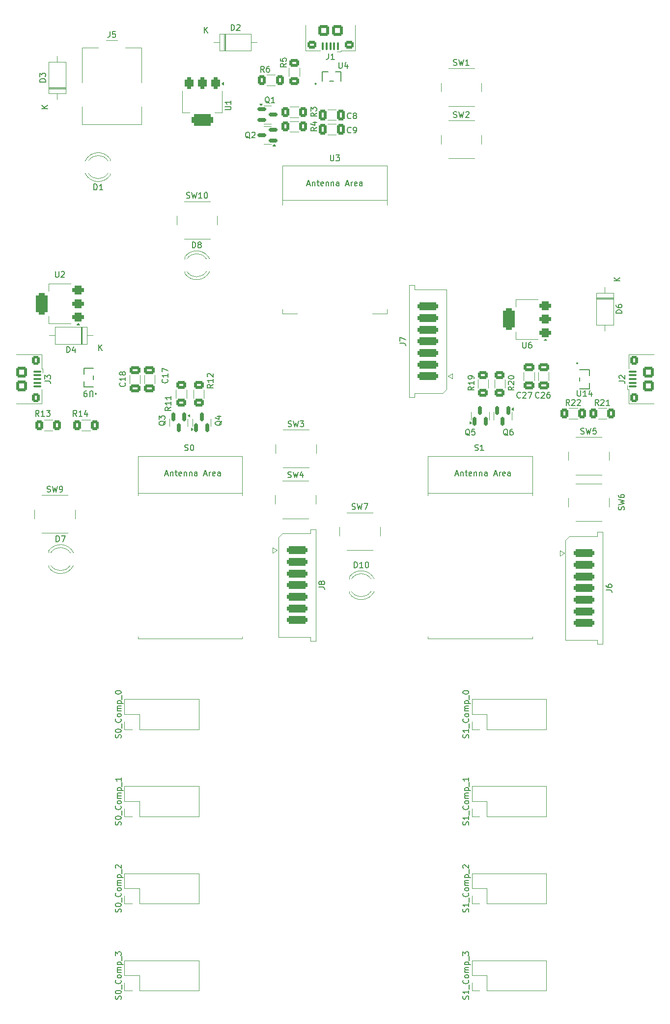
<source format=gto>
%TF.GenerationSoftware,KiCad,Pcbnew,9.0.0*%
%TF.CreationDate,2025-04-09T12:56:57-04:00*%
%TF.ProjectId,Network_and_Switch,4e657477-6f72-46b5-9f61-6e645f537769,rev?*%
%TF.SameCoordinates,Original*%
%TF.FileFunction,Legend,Top*%
%TF.FilePolarity,Positive*%
%FSLAX46Y46*%
G04 Gerber Fmt 4.6, Leading zero omitted, Abs format (unit mm)*
G04 Created by KiCad (PCBNEW 9.0.0) date 2025-04-09 12:56:57*
%MOMM*%
%LPD*%
G01*
G04 APERTURE LIST*
G04 Aperture macros list*
%AMRoundRect*
0 Rectangle with rounded corners*
0 $1 Rounding radius*
0 $2 $3 $4 $5 $6 $7 $8 $9 X,Y pos of 4 corners*
0 Add a 4 corners polygon primitive as box body*
4,1,4,$2,$3,$4,$5,$6,$7,$8,$9,$2,$3,0*
0 Add four circle primitives for the rounded corners*
1,1,$1+$1,$2,$3*
1,1,$1+$1,$4,$5*
1,1,$1+$1,$6,$7*
1,1,$1+$1,$8,$9*
0 Add four rect primitives between the rounded corners*
20,1,$1+$1,$2,$3,$4,$5,0*
20,1,$1+$1,$4,$5,$6,$7,0*
20,1,$1+$1,$6,$7,$8,$9,0*
20,1,$1+$1,$8,$9,$2,$3,0*%
G04 Aperture macros list end*
%ADD10C,0.150000*%
%ADD11C,0.120000*%
%ADD12C,0.152400*%
%ADD13RoundRect,0.375000X-0.375000X0.625000X-0.375000X-0.625000X0.375000X-0.625000X0.375000X0.625000X0*%
%ADD14RoundRect,0.500000X-1.400000X0.500000X-1.400000X-0.500000X1.400000X-0.500000X1.400000X0.500000X0*%
%ADD15C,2.000000*%
%ADD16RoundRect,0.250000X-0.625000X0.400000X-0.625000X-0.400000X0.625000X-0.400000X0.625000X0.400000X0*%
%ADD17R,2.200000X2.200000*%
%ADD18O,2.200000X2.200000*%
%ADD19R,1.800000X1.800000*%
%ADD20C,1.800000*%
%ADD21RoundRect,0.250000X0.400000X0.625000X-0.400000X0.625000X-0.400000X-0.625000X0.400000X-0.625000X0*%
%ADD22R,1.625600X0.609600*%
%ADD23RoundRect,0.150000X0.150000X-0.587500X0.150000X0.587500X-0.150000X0.587500X-0.150000X-0.587500X0*%
%ADD24RoundRect,0.250000X0.412500X0.650000X-0.412500X0.650000X-0.412500X-0.650000X0.412500X-0.650000X0*%
%ADD25R,1.700000X1.700000*%
%ADD26O,1.700000X1.700000*%
%ADD27RoundRect,0.250000X-0.400000X-0.625000X0.400000X-0.625000X0.400000X0.625000X-0.400000X0.625000X0*%
%ADD28RoundRect,0.325000X1.425000X-0.325000X1.425000X0.325000X-1.425000X0.325000X-1.425000X-0.325000X0*%
%ADD29RoundRect,0.100000X-0.575000X0.100000X-0.575000X-0.100000X0.575000X-0.100000X0.575000X0.100000X0*%
%ADD30O,1.600000X0.900000*%
%ADD31RoundRect,0.250000X-0.450000X0.550000X-0.450000X-0.550000X0.450000X-0.550000X0.450000X0.550000X0*%
%ADD32RoundRect,0.250000X-0.700000X0.700000X-0.700000X-0.700000X0.700000X-0.700000X0.700000X0.700000X0*%
%ADD33R,1.500000X0.900000*%
%ADD34R,0.900000X0.900000*%
%ADD35RoundRect,0.250000X0.650000X-0.412500X0.650000X0.412500X-0.650000X0.412500X-0.650000X-0.412500X0*%
%ADD36RoundRect,0.150000X-0.150000X0.587500X-0.150000X-0.587500X0.150000X-0.587500X0.150000X0.587500X0*%
%ADD37RoundRect,0.250000X-0.650000X0.412500X-0.650000X-0.412500X0.650000X-0.412500X0.650000X0.412500X0*%
%ADD38RoundRect,0.375000X0.625000X0.375000X-0.625000X0.375000X-0.625000X-0.375000X0.625000X-0.375000X0*%
%ADD39RoundRect,0.500000X0.500000X1.400000X-0.500000X1.400000X-0.500000X-1.400000X0.500000X-1.400000X0*%
%ADD40RoundRect,0.150000X-0.587500X-0.150000X0.587500X-0.150000X0.587500X0.150000X-0.587500X0.150000X0*%
%ADD41RoundRect,0.250000X0.625000X-0.400000X0.625000X0.400000X-0.625000X0.400000X-0.625000X-0.400000X0*%
%ADD42RoundRect,0.325000X-1.425000X0.325000X-1.425000X-0.325000X1.425000X-0.325000X1.425000X0.325000X0*%
%ADD43RoundRect,0.150000X0.587500X0.150000X-0.587500X0.150000X-0.587500X-0.150000X0.587500X-0.150000X0*%
%ADD44RoundRect,0.100000X0.575000X-0.100000X0.575000X0.100000X-0.575000X0.100000X-0.575000X-0.100000X0*%
%ADD45RoundRect,0.250000X0.450000X-0.550000X0.450000X0.550000X-0.450000X0.550000X-0.450000X-0.550000X0*%
%ADD46RoundRect,0.250000X0.700000X-0.700000X0.700000X0.700000X-0.700000X0.700000X-0.700000X-0.700000X0*%
%ADD47C,1.600000*%
%ADD48R,4.000000X4.000000*%
%ADD49C,3.300000*%
%ADD50C,3.500000*%
%ADD51R,0.900000X1.500000*%
%ADD52R,0.609600X1.625600*%
%ADD53RoundRect,0.100000X0.100000X0.575000X-0.100000X0.575000X-0.100000X-0.575000X0.100000X-0.575000X0*%
%ADD54O,0.900000X1.600000*%
%ADD55RoundRect,0.250000X0.550000X0.450000X-0.550000X0.450000X-0.550000X-0.450000X0.550000X-0.450000X0*%
%ADD56RoundRect,0.250000X0.700000X0.700000X-0.700000X0.700000X-0.700000X-0.700000X0.700000X-0.700000X0*%
%ADD57C,0.600000*%
G04 APERTURE END LIST*
D10*
X73054819Y-35624404D02*
X73864342Y-35624404D01*
X73864342Y-35624404D02*
X73959580Y-35576785D01*
X73959580Y-35576785D02*
X74007200Y-35529166D01*
X74007200Y-35529166D02*
X74054819Y-35433928D01*
X74054819Y-35433928D02*
X74054819Y-35243452D01*
X74054819Y-35243452D02*
X74007200Y-35148214D01*
X74007200Y-35148214D02*
X73959580Y-35100595D01*
X73959580Y-35100595D02*
X73864342Y-35052976D01*
X73864342Y-35052976D02*
X73054819Y-35052976D01*
X74054819Y-34052976D02*
X74054819Y-34624404D01*
X74054819Y-34338690D02*
X73054819Y-34338690D01*
X73054819Y-34338690D02*
X73197676Y-34433928D01*
X73197676Y-34433928D02*
X73292914Y-34529166D01*
X73292914Y-34529166D02*
X73340533Y-34624404D01*
X112416667Y-36907200D02*
X112559524Y-36954819D01*
X112559524Y-36954819D02*
X112797619Y-36954819D01*
X112797619Y-36954819D02*
X112892857Y-36907200D01*
X112892857Y-36907200D02*
X112940476Y-36859580D01*
X112940476Y-36859580D02*
X112988095Y-36764342D01*
X112988095Y-36764342D02*
X112988095Y-36669104D01*
X112988095Y-36669104D02*
X112940476Y-36573866D01*
X112940476Y-36573866D02*
X112892857Y-36526247D01*
X112892857Y-36526247D02*
X112797619Y-36478628D01*
X112797619Y-36478628D02*
X112607143Y-36431009D01*
X112607143Y-36431009D02*
X112511905Y-36383390D01*
X112511905Y-36383390D02*
X112464286Y-36335771D01*
X112464286Y-36335771D02*
X112416667Y-36240533D01*
X112416667Y-36240533D02*
X112416667Y-36145295D01*
X112416667Y-36145295D02*
X112464286Y-36050057D01*
X112464286Y-36050057D02*
X112511905Y-36002438D01*
X112511905Y-36002438D02*
X112607143Y-35954819D01*
X112607143Y-35954819D02*
X112845238Y-35954819D01*
X112845238Y-35954819D02*
X112988095Y-36002438D01*
X113321429Y-35954819D02*
X113559524Y-36954819D01*
X113559524Y-36954819D02*
X113750000Y-36240533D01*
X113750000Y-36240533D02*
X113940476Y-36954819D01*
X113940476Y-36954819D02*
X114178572Y-35954819D01*
X114511905Y-36050057D02*
X114559524Y-36002438D01*
X114559524Y-36002438D02*
X114654762Y-35954819D01*
X114654762Y-35954819D02*
X114892857Y-35954819D01*
X114892857Y-35954819D02*
X114988095Y-36002438D01*
X114988095Y-36002438D02*
X115035714Y-36050057D01*
X115035714Y-36050057D02*
X115083333Y-36145295D01*
X115083333Y-36145295D02*
X115083333Y-36240533D01*
X115083333Y-36240533D02*
X115035714Y-36383390D01*
X115035714Y-36383390D02*
X114464286Y-36954819D01*
X114464286Y-36954819D02*
X115083333Y-36954819D01*
X63704819Y-86842857D02*
X63228628Y-87176190D01*
X63704819Y-87414285D02*
X62704819Y-87414285D01*
X62704819Y-87414285D02*
X62704819Y-87033333D01*
X62704819Y-87033333D02*
X62752438Y-86938095D01*
X62752438Y-86938095D02*
X62800057Y-86890476D01*
X62800057Y-86890476D02*
X62895295Y-86842857D01*
X62895295Y-86842857D02*
X63038152Y-86842857D01*
X63038152Y-86842857D02*
X63133390Y-86890476D01*
X63133390Y-86890476D02*
X63181009Y-86938095D01*
X63181009Y-86938095D02*
X63228628Y-87033333D01*
X63228628Y-87033333D02*
X63228628Y-87414285D01*
X63704819Y-85890476D02*
X63704819Y-86461904D01*
X63704819Y-86176190D02*
X62704819Y-86176190D01*
X62704819Y-86176190D02*
X62847676Y-86271428D01*
X62847676Y-86271428D02*
X62942914Y-86366666D01*
X62942914Y-86366666D02*
X62990533Y-86461904D01*
X63704819Y-84938095D02*
X63704819Y-85509523D01*
X63704819Y-85223809D02*
X62704819Y-85223809D01*
X62704819Y-85223809D02*
X62847676Y-85319047D01*
X62847676Y-85319047D02*
X62942914Y-85414285D01*
X62942914Y-85414285D02*
X62990533Y-85509523D01*
X122838869Y-83317857D02*
X122362678Y-83651190D01*
X122838869Y-83889285D02*
X121838869Y-83889285D01*
X121838869Y-83889285D02*
X121838869Y-83508333D01*
X121838869Y-83508333D02*
X121886488Y-83413095D01*
X121886488Y-83413095D02*
X121934107Y-83365476D01*
X121934107Y-83365476D02*
X122029345Y-83317857D01*
X122029345Y-83317857D02*
X122172202Y-83317857D01*
X122172202Y-83317857D02*
X122267440Y-83365476D01*
X122267440Y-83365476D02*
X122315059Y-83413095D01*
X122315059Y-83413095D02*
X122362678Y-83508333D01*
X122362678Y-83508333D02*
X122362678Y-83889285D01*
X121934107Y-82936904D02*
X121886488Y-82889285D01*
X121886488Y-82889285D02*
X121838869Y-82794047D01*
X121838869Y-82794047D02*
X121838869Y-82555952D01*
X121838869Y-82555952D02*
X121886488Y-82460714D01*
X121886488Y-82460714D02*
X121934107Y-82413095D01*
X121934107Y-82413095D02*
X122029345Y-82365476D01*
X122029345Y-82365476D02*
X122124583Y-82365476D01*
X122124583Y-82365476D02*
X122267440Y-82413095D01*
X122267440Y-82413095D02*
X122838869Y-82984523D01*
X122838869Y-82984523D02*
X122838869Y-82365476D01*
X121838869Y-81746428D02*
X121838869Y-81651190D01*
X121838869Y-81651190D02*
X121886488Y-81555952D01*
X121886488Y-81555952D02*
X121934107Y-81508333D01*
X121934107Y-81508333D02*
X122029345Y-81460714D01*
X122029345Y-81460714D02*
X122219821Y-81413095D01*
X122219821Y-81413095D02*
X122457916Y-81413095D01*
X122457916Y-81413095D02*
X122648392Y-81460714D01*
X122648392Y-81460714D02*
X122743630Y-81508333D01*
X122743630Y-81508333D02*
X122791250Y-81555952D01*
X122791250Y-81555952D02*
X122838869Y-81651190D01*
X122838869Y-81651190D02*
X122838869Y-81746428D01*
X122838869Y-81746428D02*
X122791250Y-81841666D01*
X122791250Y-81841666D02*
X122743630Y-81889285D01*
X122743630Y-81889285D02*
X122648392Y-81936904D01*
X122648392Y-81936904D02*
X122457916Y-81984523D01*
X122457916Y-81984523D02*
X122219821Y-81984523D01*
X122219821Y-81984523D02*
X122029345Y-81936904D01*
X122029345Y-81936904D02*
X121934107Y-81889285D01*
X121934107Y-81889285D02*
X121886488Y-81841666D01*
X121886488Y-81841666D02*
X121838869Y-81746428D01*
X141424819Y-70658094D02*
X140424819Y-70658094D01*
X140424819Y-70658094D02*
X140424819Y-70419999D01*
X140424819Y-70419999D02*
X140472438Y-70277142D01*
X140472438Y-70277142D02*
X140567676Y-70181904D01*
X140567676Y-70181904D02*
X140662914Y-70134285D01*
X140662914Y-70134285D02*
X140853390Y-70086666D01*
X140853390Y-70086666D02*
X140996247Y-70086666D01*
X140996247Y-70086666D02*
X141186723Y-70134285D01*
X141186723Y-70134285D02*
X141281961Y-70181904D01*
X141281961Y-70181904D02*
X141377200Y-70277142D01*
X141377200Y-70277142D02*
X141424819Y-70419999D01*
X141424819Y-70419999D02*
X141424819Y-70658094D01*
X140424819Y-69229523D02*
X140424819Y-69419999D01*
X140424819Y-69419999D02*
X140472438Y-69515237D01*
X140472438Y-69515237D02*
X140520057Y-69562856D01*
X140520057Y-69562856D02*
X140662914Y-69658094D01*
X140662914Y-69658094D02*
X140853390Y-69705713D01*
X140853390Y-69705713D02*
X141234342Y-69705713D01*
X141234342Y-69705713D02*
X141329580Y-69658094D01*
X141329580Y-69658094D02*
X141377200Y-69610475D01*
X141377200Y-69610475D02*
X141424819Y-69515237D01*
X141424819Y-69515237D02*
X141424819Y-69324761D01*
X141424819Y-69324761D02*
X141377200Y-69229523D01*
X141377200Y-69229523D02*
X141329580Y-69181904D01*
X141329580Y-69181904D02*
X141234342Y-69134285D01*
X141234342Y-69134285D02*
X140996247Y-69134285D01*
X140996247Y-69134285D02*
X140901009Y-69181904D01*
X140901009Y-69181904D02*
X140853390Y-69229523D01*
X140853390Y-69229523D02*
X140805771Y-69324761D01*
X140805771Y-69324761D02*
X140805771Y-69515237D01*
X140805771Y-69515237D02*
X140853390Y-69610475D01*
X140853390Y-69610475D02*
X140901009Y-69658094D01*
X140901009Y-69658094D02*
X140996247Y-69705713D01*
X141054819Y-65101904D02*
X140054819Y-65101904D01*
X141054819Y-64530476D02*
X140483390Y-64959047D01*
X140054819Y-64530476D02*
X140626247Y-65101904D01*
X42356667Y-101407200D02*
X42499524Y-101454819D01*
X42499524Y-101454819D02*
X42737619Y-101454819D01*
X42737619Y-101454819D02*
X42832857Y-101407200D01*
X42832857Y-101407200D02*
X42880476Y-101359580D01*
X42880476Y-101359580D02*
X42928095Y-101264342D01*
X42928095Y-101264342D02*
X42928095Y-101169104D01*
X42928095Y-101169104D02*
X42880476Y-101073866D01*
X42880476Y-101073866D02*
X42832857Y-101026247D01*
X42832857Y-101026247D02*
X42737619Y-100978628D01*
X42737619Y-100978628D02*
X42547143Y-100931009D01*
X42547143Y-100931009D02*
X42451905Y-100883390D01*
X42451905Y-100883390D02*
X42404286Y-100835771D01*
X42404286Y-100835771D02*
X42356667Y-100740533D01*
X42356667Y-100740533D02*
X42356667Y-100645295D01*
X42356667Y-100645295D02*
X42404286Y-100550057D01*
X42404286Y-100550057D02*
X42451905Y-100502438D01*
X42451905Y-100502438D02*
X42547143Y-100454819D01*
X42547143Y-100454819D02*
X42785238Y-100454819D01*
X42785238Y-100454819D02*
X42928095Y-100502438D01*
X43261429Y-100454819D02*
X43499524Y-101454819D01*
X43499524Y-101454819D02*
X43690000Y-100740533D01*
X43690000Y-100740533D02*
X43880476Y-101454819D01*
X43880476Y-101454819D02*
X44118572Y-100454819D01*
X44547143Y-101454819D02*
X44737619Y-101454819D01*
X44737619Y-101454819D02*
X44832857Y-101407200D01*
X44832857Y-101407200D02*
X44880476Y-101359580D01*
X44880476Y-101359580D02*
X44975714Y-101216723D01*
X44975714Y-101216723D02*
X45023333Y-101026247D01*
X45023333Y-101026247D02*
X45023333Y-100645295D01*
X45023333Y-100645295D02*
X44975714Y-100550057D01*
X44975714Y-100550057D02*
X44928095Y-100502438D01*
X44928095Y-100502438D02*
X44832857Y-100454819D01*
X44832857Y-100454819D02*
X44642381Y-100454819D01*
X44642381Y-100454819D02*
X44547143Y-100502438D01*
X44547143Y-100502438D02*
X44499524Y-100550057D01*
X44499524Y-100550057D02*
X44451905Y-100645295D01*
X44451905Y-100645295D02*
X44451905Y-100883390D01*
X44451905Y-100883390D02*
X44499524Y-100978628D01*
X44499524Y-100978628D02*
X44547143Y-101026247D01*
X44547143Y-101026247D02*
X44642381Y-101073866D01*
X44642381Y-101073866D02*
X44832857Y-101073866D01*
X44832857Y-101073866D02*
X44928095Y-101026247D01*
X44928095Y-101026247D02*
X44975714Y-100978628D01*
X44975714Y-100978628D02*
X45023333Y-100883390D01*
X43931905Y-109994819D02*
X43931905Y-108994819D01*
X43931905Y-108994819D02*
X44170000Y-108994819D01*
X44170000Y-108994819D02*
X44312857Y-109042438D01*
X44312857Y-109042438D02*
X44408095Y-109137676D01*
X44408095Y-109137676D02*
X44455714Y-109232914D01*
X44455714Y-109232914D02*
X44503333Y-109423390D01*
X44503333Y-109423390D02*
X44503333Y-109566247D01*
X44503333Y-109566247D02*
X44455714Y-109756723D01*
X44455714Y-109756723D02*
X44408095Y-109851961D01*
X44408095Y-109851961D02*
X44312857Y-109947200D01*
X44312857Y-109947200D02*
X44170000Y-109994819D01*
X44170000Y-109994819D02*
X43931905Y-109994819D01*
X44836667Y-108994819D02*
X45503333Y-108994819D01*
X45503333Y-108994819D02*
X45074762Y-109994819D01*
X88807319Y-38666666D02*
X88331128Y-38999999D01*
X88807319Y-39238094D02*
X87807319Y-39238094D01*
X87807319Y-39238094D02*
X87807319Y-38857142D01*
X87807319Y-38857142D02*
X87854938Y-38761904D01*
X87854938Y-38761904D02*
X87902557Y-38714285D01*
X87902557Y-38714285D02*
X87997795Y-38666666D01*
X87997795Y-38666666D02*
X88140652Y-38666666D01*
X88140652Y-38666666D02*
X88235890Y-38714285D01*
X88235890Y-38714285D02*
X88283509Y-38761904D01*
X88283509Y-38761904D02*
X88331128Y-38857142D01*
X88331128Y-38857142D02*
X88331128Y-39238094D01*
X88140652Y-37809523D02*
X88807319Y-37809523D01*
X87759700Y-38047618D02*
X88473985Y-38285713D01*
X88473985Y-38285713D02*
X88473985Y-37666666D01*
X45741905Y-77424819D02*
X45741905Y-76424819D01*
X45741905Y-76424819D02*
X45980000Y-76424819D01*
X45980000Y-76424819D02*
X46122857Y-76472438D01*
X46122857Y-76472438D02*
X46218095Y-76567676D01*
X46218095Y-76567676D02*
X46265714Y-76662914D01*
X46265714Y-76662914D02*
X46313333Y-76853390D01*
X46313333Y-76853390D02*
X46313333Y-76996247D01*
X46313333Y-76996247D02*
X46265714Y-77186723D01*
X46265714Y-77186723D02*
X46218095Y-77281961D01*
X46218095Y-77281961D02*
X46122857Y-77377200D01*
X46122857Y-77377200D02*
X45980000Y-77424819D01*
X45980000Y-77424819D02*
X45741905Y-77424819D01*
X47170476Y-76758152D02*
X47170476Y-77424819D01*
X46932381Y-76377200D02*
X46694286Y-77091485D01*
X46694286Y-77091485D02*
X47313333Y-77091485D01*
X51298095Y-77054819D02*
X51298095Y-76054819D01*
X51869523Y-77054819D02*
X51440952Y-76483390D01*
X51869523Y-76054819D02*
X51298095Y-76626247D01*
X133761905Y-83954819D02*
X133761905Y-84764342D01*
X133761905Y-84764342D02*
X133809524Y-84859580D01*
X133809524Y-84859580D02*
X133857143Y-84907200D01*
X133857143Y-84907200D02*
X133952381Y-84954819D01*
X133952381Y-84954819D02*
X134142857Y-84954819D01*
X134142857Y-84954819D02*
X134238095Y-84907200D01*
X134238095Y-84907200D02*
X134285714Y-84859580D01*
X134285714Y-84859580D02*
X134333333Y-84764342D01*
X134333333Y-84764342D02*
X134333333Y-83954819D01*
X135333333Y-84954819D02*
X134761905Y-84954819D01*
X135047619Y-84954819D02*
X135047619Y-83954819D01*
X135047619Y-83954819D02*
X134952381Y-84097676D01*
X134952381Y-84097676D02*
X134857143Y-84192914D01*
X134857143Y-84192914D02*
X134761905Y-84240533D01*
X136190476Y-84288152D02*
X136190476Y-84954819D01*
X135952381Y-83907200D02*
X135714286Y-84621485D01*
X135714286Y-84621485D02*
X136333333Y-84621485D01*
X88807319Y-36166666D02*
X88331128Y-36499999D01*
X88807319Y-36738094D02*
X87807319Y-36738094D01*
X87807319Y-36738094D02*
X87807319Y-36357142D01*
X87807319Y-36357142D02*
X87854938Y-36261904D01*
X87854938Y-36261904D02*
X87902557Y-36214285D01*
X87902557Y-36214285D02*
X87997795Y-36166666D01*
X87997795Y-36166666D02*
X88140652Y-36166666D01*
X88140652Y-36166666D02*
X88235890Y-36214285D01*
X88235890Y-36214285D02*
X88283509Y-36261904D01*
X88283509Y-36261904D02*
X88331128Y-36357142D01*
X88331128Y-36357142D02*
X88331128Y-36738094D01*
X87807319Y-35833332D02*
X87807319Y-35214285D01*
X87807319Y-35214285D02*
X88188271Y-35547618D01*
X88188271Y-35547618D02*
X88188271Y-35404761D01*
X88188271Y-35404761D02*
X88235890Y-35309523D01*
X88235890Y-35309523D02*
X88283509Y-35261904D01*
X88283509Y-35261904D02*
X88378747Y-35214285D01*
X88378747Y-35214285D02*
X88616842Y-35214285D01*
X88616842Y-35214285D02*
X88712080Y-35261904D01*
X88712080Y-35261904D02*
X88759700Y-35309523D01*
X88759700Y-35309523D02*
X88807319Y-35404761D01*
X88807319Y-35404761D02*
X88807319Y-35690475D01*
X88807319Y-35690475D02*
X88759700Y-35785713D01*
X88759700Y-35785713D02*
X88712080Y-35833332D01*
X115204761Y-91725057D02*
X115109523Y-91677438D01*
X115109523Y-91677438D02*
X115014285Y-91582200D01*
X115014285Y-91582200D02*
X114871428Y-91439342D01*
X114871428Y-91439342D02*
X114776190Y-91391723D01*
X114776190Y-91391723D02*
X114680952Y-91391723D01*
X114728571Y-91629819D02*
X114633333Y-91582200D01*
X114633333Y-91582200D02*
X114538095Y-91486961D01*
X114538095Y-91486961D02*
X114490476Y-91296485D01*
X114490476Y-91296485D02*
X114490476Y-90963152D01*
X114490476Y-90963152D02*
X114538095Y-90772676D01*
X114538095Y-90772676D02*
X114633333Y-90677438D01*
X114633333Y-90677438D02*
X114728571Y-90629819D01*
X114728571Y-90629819D02*
X114919047Y-90629819D01*
X114919047Y-90629819D02*
X115014285Y-90677438D01*
X115014285Y-90677438D02*
X115109523Y-90772676D01*
X115109523Y-90772676D02*
X115157142Y-90963152D01*
X115157142Y-90963152D02*
X115157142Y-91296485D01*
X115157142Y-91296485D02*
X115109523Y-91486961D01*
X115109523Y-91486961D02*
X115014285Y-91582200D01*
X115014285Y-91582200D02*
X114919047Y-91629819D01*
X114919047Y-91629819D02*
X114728571Y-91629819D01*
X116061904Y-90629819D02*
X115585714Y-90629819D01*
X115585714Y-90629819D02*
X115538095Y-91106009D01*
X115538095Y-91106009D02*
X115585714Y-91058390D01*
X115585714Y-91058390D02*
X115680952Y-91010771D01*
X115680952Y-91010771D02*
X115919047Y-91010771D01*
X115919047Y-91010771D02*
X116014285Y-91058390D01*
X116014285Y-91058390D02*
X116061904Y-91106009D01*
X116061904Y-91106009D02*
X116109523Y-91201247D01*
X116109523Y-91201247D02*
X116109523Y-91439342D01*
X116109523Y-91439342D02*
X116061904Y-91534580D01*
X116061904Y-91534580D02*
X116014285Y-91582200D01*
X116014285Y-91582200D02*
X115919047Y-91629819D01*
X115919047Y-91629819D02*
X115680952Y-91629819D01*
X115680952Y-91629819D02*
X115585714Y-91582200D01*
X115585714Y-91582200D02*
X115538095Y-91534580D01*
X74081905Y-21954819D02*
X74081905Y-20954819D01*
X74081905Y-20954819D02*
X74320000Y-20954819D01*
X74320000Y-20954819D02*
X74462857Y-21002438D01*
X74462857Y-21002438D02*
X74558095Y-21097676D01*
X74558095Y-21097676D02*
X74605714Y-21192914D01*
X74605714Y-21192914D02*
X74653333Y-21383390D01*
X74653333Y-21383390D02*
X74653333Y-21526247D01*
X74653333Y-21526247D02*
X74605714Y-21716723D01*
X74605714Y-21716723D02*
X74558095Y-21811961D01*
X74558095Y-21811961D02*
X74462857Y-21907200D01*
X74462857Y-21907200D02*
X74320000Y-21954819D01*
X74320000Y-21954819D02*
X74081905Y-21954819D01*
X75034286Y-21050057D02*
X75081905Y-21002438D01*
X75081905Y-21002438D02*
X75177143Y-20954819D01*
X75177143Y-20954819D02*
X75415238Y-20954819D01*
X75415238Y-20954819D02*
X75510476Y-21002438D01*
X75510476Y-21002438D02*
X75558095Y-21050057D01*
X75558095Y-21050057D02*
X75605714Y-21145295D01*
X75605714Y-21145295D02*
X75605714Y-21240533D01*
X75605714Y-21240533D02*
X75558095Y-21383390D01*
X75558095Y-21383390D02*
X74986667Y-21954819D01*
X74986667Y-21954819D02*
X75605714Y-21954819D01*
X69478095Y-22354819D02*
X69478095Y-21354819D01*
X70049523Y-22354819D02*
X69620952Y-21783390D01*
X70049523Y-21354819D02*
X69478095Y-21926247D01*
X94733333Y-37059580D02*
X94685714Y-37107200D01*
X94685714Y-37107200D02*
X94542857Y-37154819D01*
X94542857Y-37154819D02*
X94447619Y-37154819D01*
X94447619Y-37154819D02*
X94304762Y-37107200D01*
X94304762Y-37107200D02*
X94209524Y-37011961D01*
X94209524Y-37011961D02*
X94161905Y-36916723D01*
X94161905Y-36916723D02*
X94114286Y-36726247D01*
X94114286Y-36726247D02*
X94114286Y-36583390D01*
X94114286Y-36583390D02*
X94161905Y-36392914D01*
X94161905Y-36392914D02*
X94209524Y-36297676D01*
X94209524Y-36297676D02*
X94304762Y-36202438D01*
X94304762Y-36202438D02*
X94447619Y-36154819D01*
X94447619Y-36154819D02*
X94542857Y-36154819D01*
X94542857Y-36154819D02*
X94685714Y-36202438D01*
X94685714Y-36202438D02*
X94733333Y-36250057D01*
X95304762Y-36583390D02*
X95209524Y-36535771D01*
X95209524Y-36535771D02*
X95161905Y-36488152D01*
X95161905Y-36488152D02*
X95114286Y-36392914D01*
X95114286Y-36392914D02*
X95114286Y-36345295D01*
X95114286Y-36345295D02*
X95161905Y-36250057D01*
X95161905Y-36250057D02*
X95209524Y-36202438D01*
X95209524Y-36202438D02*
X95304762Y-36154819D01*
X95304762Y-36154819D02*
X95495238Y-36154819D01*
X95495238Y-36154819D02*
X95590476Y-36202438D01*
X95590476Y-36202438D02*
X95638095Y-36250057D01*
X95638095Y-36250057D02*
X95685714Y-36345295D01*
X95685714Y-36345295D02*
X95685714Y-36392914D01*
X95685714Y-36392914D02*
X95638095Y-36488152D01*
X95638095Y-36488152D02*
X95590476Y-36535771D01*
X95590476Y-36535771D02*
X95495238Y-36583390D01*
X95495238Y-36583390D02*
X95304762Y-36583390D01*
X95304762Y-36583390D02*
X95209524Y-36631009D01*
X95209524Y-36631009D02*
X95161905Y-36678628D01*
X95161905Y-36678628D02*
X95114286Y-36773866D01*
X95114286Y-36773866D02*
X95114286Y-36964342D01*
X95114286Y-36964342D02*
X95161905Y-37059580D01*
X95161905Y-37059580D02*
X95209524Y-37107200D01*
X95209524Y-37107200D02*
X95304762Y-37154819D01*
X95304762Y-37154819D02*
X95495238Y-37154819D01*
X95495238Y-37154819D02*
X95590476Y-37107200D01*
X95590476Y-37107200D02*
X95638095Y-37059580D01*
X95638095Y-37059580D02*
X95685714Y-36964342D01*
X95685714Y-36964342D02*
X95685714Y-36773866D01*
X95685714Y-36773866D02*
X95638095Y-36678628D01*
X95638095Y-36678628D02*
X95590476Y-36631009D01*
X95590476Y-36631009D02*
X95495238Y-36583390D01*
X55077200Y-143801428D02*
X55124819Y-143658571D01*
X55124819Y-143658571D02*
X55124819Y-143420476D01*
X55124819Y-143420476D02*
X55077200Y-143325238D01*
X55077200Y-143325238D02*
X55029580Y-143277619D01*
X55029580Y-143277619D02*
X54934342Y-143230000D01*
X54934342Y-143230000D02*
X54839104Y-143230000D01*
X54839104Y-143230000D02*
X54743866Y-143277619D01*
X54743866Y-143277619D02*
X54696247Y-143325238D01*
X54696247Y-143325238D02*
X54648628Y-143420476D01*
X54648628Y-143420476D02*
X54601009Y-143610952D01*
X54601009Y-143610952D02*
X54553390Y-143706190D01*
X54553390Y-143706190D02*
X54505771Y-143753809D01*
X54505771Y-143753809D02*
X54410533Y-143801428D01*
X54410533Y-143801428D02*
X54315295Y-143801428D01*
X54315295Y-143801428D02*
X54220057Y-143753809D01*
X54220057Y-143753809D02*
X54172438Y-143706190D01*
X54172438Y-143706190D02*
X54124819Y-143610952D01*
X54124819Y-143610952D02*
X54124819Y-143372857D01*
X54124819Y-143372857D02*
X54172438Y-143230000D01*
X54124819Y-142610952D02*
X54124819Y-142515714D01*
X54124819Y-142515714D02*
X54172438Y-142420476D01*
X54172438Y-142420476D02*
X54220057Y-142372857D01*
X54220057Y-142372857D02*
X54315295Y-142325238D01*
X54315295Y-142325238D02*
X54505771Y-142277619D01*
X54505771Y-142277619D02*
X54743866Y-142277619D01*
X54743866Y-142277619D02*
X54934342Y-142325238D01*
X54934342Y-142325238D02*
X55029580Y-142372857D01*
X55029580Y-142372857D02*
X55077200Y-142420476D01*
X55077200Y-142420476D02*
X55124819Y-142515714D01*
X55124819Y-142515714D02*
X55124819Y-142610952D01*
X55124819Y-142610952D02*
X55077200Y-142706190D01*
X55077200Y-142706190D02*
X55029580Y-142753809D01*
X55029580Y-142753809D02*
X54934342Y-142801428D01*
X54934342Y-142801428D02*
X54743866Y-142849047D01*
X54743866Y-142849047D02*
X54505771Y-142849047D01*
X54505771Y-142849047D02*
X54315295Y-142801428D01*
X54315295Y-142801428D02*
X54220057Y-142753809D01*
X54220057Y-142753809D02*
X54172438Y-142706190D01*
X54172438Y-142706190D02*
X54124819Y-142610952D01*
X55220057Y-142087143D02*
X55220057Y-141325238D01*
X55029580Y-140515714D02*
X55077200Y-140563333D01*
X55077200Y-140563333D02*
X55124819Y-140706190D01*
X55124819Y-140706190D02*
X55124819Y-140801428D01*
X55124819Y-140801428D02*
X55077200Y-140944285D01*
X55077200Y-140944285D02*
X54981961Y-141039523D01*
X54981961Y-141039523D02*
X54886723Y-141087142D01*
X54886723Y-141087142D02*
X54696247Y-141134761D01*
X54696247Y-141134761D02*
X54553390Y-141134761D01*
X54553390Y-141134761D02*
X54362914Y-141087142D01*
X54362914Y-141087142D02*
X54267676Y-141039523D01*
X54267676Y-141039523D02*
X54172438Y-140944285D01*
X54172438Y-140944285D02*
X54124819Y-140801428D01*
X54124819Y-140801428D02*
X54124819Y-140706190D01*
X54124819Y-140706190D02*
X54172438Y-140563333D01*
X54172438Y-140563333D02*
X54220057Y-140515714D01*
X55124819Y-139944285D02*
X55077200Y-140039523D01*
X55077200Y-140039523D02*
X55029580Y-140087142D01*
X55029580Y-140087142D02*
X54934342Y-140134761D01*
X54934342Y-140134761D02*
X54648628Y-140134761D01*
X54648628Y-140134761D02*
X54553390Y-140087142D01*
X54553390Y-140087142D02*
X54505771Y-140039523D01*
X54505771Y-140039523D02*
X54458152Y-139944285D01*
X54458152Y-139944285D02*
X54458152Y-139801428D01*
X54458152Y-139801428D02*
X54505771Y-139706190D01*
X54505771Y-139706190D02*
X54553390Y-139658571D01*
X54553390Y-139658571D02*
X54648628Y-139610952D01*
X54648628Y-139610952D02*
X54934342Y-139610952D01*
X54934342Y-139610952D02*
X55029580Y-139658571D01*
X55029580Y-139658571D02*
X55077200Y-139706190D01*
X55077200Y-139706190D02*
X55124819Y-139801428D01*
X55124819Y-139801428D02*
X55124819Y-139944285D01*
X55124819Y-139182380D02*
X54458152Y-139182380D01*
X54553390Y-139182380D02*
X54505771Y-139134761D01*
X54505771Y-139134761D02*
X54458152Y-139039523D01*
X54458152Y-139039523D02*
X54458152Y-138896666D01*
X54458152Y-138896666D02*
X54505771Y-138801428D01*
X54505771Y-138801428D02*
X54601009Y-138753809D01*
X54601009Y-138753809D02*
X55124819Y-138753809D01*
X54601009Y-138753809D02*
X54505771Y-138706190D01*
X54505771Y-138706190D02*
X54458152Y-138610952D01*
X54458152Y-138610952D02*
X54458152Y-138468095D01*
X54458152Y-138468095D02*
X54505771Y-138372856D01*
X54505771Y-138372856D02*
X54601009Y-138325237D01*
X54601009Y-138325237D02*
X55124819Y-138325237D01*
X54458152Y-137849047D02*
X55458152Y-137849047D01*
X54505771Y-137849047D02*
X54458152Y-137753809D01*
X54458152Y-137753809D02*
X54458152Y-137563333D01*
X54458152Y-137563333D02*
X54505771Y-137468095D01*
X54505771Y-137468095D02*
X54553390Y-137420476D01*
X54553390Y-137420476D02*
X54648628Y-137372857D01*
X54648628Y-137372857D02*
X54934342Y-137372857D01*
X54934342Y-137372857D02*
X55029580Y-137420476D01*
X55029580Y-137420476D02*
X55077200Y-137468095D01*
X55077200Y-137468095D02*
X55124819Y-137563333D01*
X55124819Y-137563333D02*
X55124819Y-137753809D01*
X55124819Y-137753809D02*
X55077200Y-137849047D01*
X55220057Y-137182381D02*
X55220057Y-136420476D01*
X54124819Y-135991904D02*
X54124819Y-135896666D01*
X54124819Y-135896666D02*
X54172438Y-135801428D01*
X54172438Y-135801428D02*
X54220057Y-135753809D01*
X54220057Y-135753809D02*
X54315295Y-135706190D01*
X54315295Y-135706190D02*
X54505771Y-135658571D01*
X54505771Y-135658571D02*
X54743866Y-135658571D01*
X54743866Y-135658571D02*
X54934342Y-135706190D01*
X54934342Y-135706190D02*
X55029580Y-135753809D01*
X55029580Y-135753809D02*
X55077200Y-135801428D01*
X55077200Y-135801428D02*
X55124819Y-135896666D01*
X55124819Y-135896666D02*
X55124819Y-135991904D01*
X55124819Y-135991904D02*
X55077200Y-136087142D01*
X55077200Y-136087142D02*
X55029580Y-136134761D01*
X55029580Y-136134761D02*
X54934342Y-136182380D01*
X54934342Y-136182380D02*
X54743866Y-136229999D01*
X54743866Y-136229999D02*
X54505771Y-136229999D01*
X54505771Y-136229999D02*
X54315295Y-136182380D01*
X54315295Y-136182380D02*
X54220057Y-136134761D01*
X54220057Y-136134761D02*
X54172438Y-136087142D01*
X54172438Y-136087142D02*
X54124819Y-135991904D01*
X132407142Y-86534819D02*
X132073809Y-86058628D01*
X131835714Y-86534819D02*
X131835714Y-85534819D01*
X131835714Y-85534819D02*
X132216666Y-85534819D01*
X132216666Y-85534819D02*
X132311904Y-85582438D01*
X132311904Y-85582438D02*
X132359523Y-85630057D01*
X132359523Y-85630057D02*
X132407142Y-85725295D01*
X132407142Y-85725295D02*
X132407142Y-85868152D01*
X132407142Y-85868152D02*
X132359523Y-85963390D01*
X132359523Y-85963390D02*
X132311904Y-86011009D01*
X132311904Y-86011009D02*
X132216666Y-86058628D01*
X132216666Y-86058628D02*
X131835714Y-86058628D01*
X132788095Y-85630057D02*
X132835714Y-85582438D01*
X132835714Y-85582438D02*
X132930952Y-85534819D01*
X132930952Y-85534819D02*
X133169047Y-85534819D01*
X133169047Y-85534819D02*
X133264285Y-85582438D01*
X133264285Y-85582438D02*
X133311904Y-85630057D01*
X133311904Y-85630057D02*
X133359523Y-85725295D01*
X133359523Y-85725295D02*
X133359523Y-85820533D01*
X133359523Y-85820533D02*
X133311904Y-85963390D01*
X133311904Y-85963390D02*
X132740476Y-86534819D01*
X132740476Y-86534819D02*
X133359523Y-86534819D01*
X133740476Y-85630057D02*
X133788095Y-85582438D01*
X133788095Y-85582438D02*
X133883333Y-85534819D01*
X133883333Y-85534819D02*
X134121428Y-85534819D01*
X134121428Y-85534819D02*
X134216666Y-85582438D01*
X134216666Y-85582438D02*
X134264285Y-85630057D01*
X134264285Y-85630057D02*
X134311904Y-85725295D01*
X134311904Y-85725295D02*
X134311904Y-85820533D01*
X134311904Y-85820533D02*
X134264285Y-85963390D01*
X134264285Y-85963390D02*
X133692857Y-86534819D01*
X133692857Y-86534819D02*
X134311904Y-86534819D01*
X114977200Y-173801428D02*
X115024819Y-173658571D01*
X115024819Y-173658571D02*
X115024819Y-173420476D01*
X115024819Y-173420476D02*
X114977200Y-173325238D01*
X114977200Y-173325238D02*
X114929580Y-173277619D01*
X114929580Y-173277619D02*
X114834342Y-173230000D01*
X114834342Y-173230000D02*
X114739104Y-173230000D01*
X114739104Y-173230000D02*
X114643866Y-173277619D01*
X114643866Y-173277619D02*
X114596247Y-173325238D01*
X114596247Y-173325238D02*
X114548628Y-173420476D01*
X114548628Y-173420476D02*
X114501009Y-173610952D01*
X114501009Y-173610952D02*
X114453390Y-173706190D01*
X114453390Y-173706190D02*
X114405771Y-173753809D01*
X114405771Y-173753809D02*
X114310533Y-173801428D01*
X114310533Y-173801428D02*
X114215295Y-173801428D01*
X114215295Y-173801428D02*
X114120057Y-173753809D01*
X114120057Y-173753809D02*
X114072438Y-173706190D01*
X114072438Y-173706190D02*
X114024819Y-173610952D01*
X114024819Y-173610952D02*
X114024819Y-173372857D01*
X114024819Y-173372857D02*
X114072438Y-173230000D01*
X115024819Y-172277619D02*
X115024819Y-172849047D01*
X115024819Y-172563333D02*
X114024819Y-172563333D01*
X114024819Y-172563333D02*
X114167676Y-172658571D01*
X114167676Y-172658571D02*
X114262914Y-172753809D01*
X114262914Y-172753809D02*
X114310533Y-172849047D01*
X115120057Y-172087143D02*
X115120057Y-171325238D01*
X114929580Y-170515714D02*
X114977200Y-170563333D01*
X114977200Y-170563333D02*
X115024819Y-170706190D01*
X115024819Y-170706190D02*
X115024819Y-170801428D01*
X115024819Y-170801428D02*
X114977200Y-170944285D01*
X114977200Y-170944285D02*
X114881961Y-171039523D01*
X114881961Y-171039523D02*
X114786723Y-171087142D01*
X114786723Y-171087142D02*
X114596247Y-171134761D01*
X114596247Y-171134761D02*
X114453390Y-171134761D01*
X114453390Y-171134761D02*
X114262914Y-171087142D01*
X114262914Y-171087142D02*
X114167676Y-171039523D01*
X114167676Y-171039523D02*
X114072438Y-170944285D01*
X114072438Y-170944285D02*
X114024819Y-170801428D01*
X114024819Y-170801428D02*
X114024819Y-170706190D01*
X114024819Y-170706190D02*
X114072438Y-170563333D01*
X114072438Y-170563333D02*
X114120057Y-170515714D01*
X115024819Y-169944285D02*
X114977200Y-170039523D01*
X114977200Y-170039523D02*
X114929580Y-170087142D01*
X114929580Y-170087142D02*
X114834342Y-170134761D01*
X114834342Y-170134761D02*
X114548628Y-170134761D01*
X114548628Y-170134761D02*
X114453390Y-170087142D01*
X114453390Y-170087142D02*
X114405771Y-170039523D01*
X114405771Y-170039523D02*
X114358152Y-169944285D01*
X114358152Y-169944285D02*
X114358152Y-169801428D01*
X114358152Y-169801428D02*
X114405771Y-169706190D01*
X114405771Y-169706190D02*
X114453390Y-169658571D01*
X114453390Y-169658571D02*
X114548628Y-169610952D01*
X114548628Y-169610952D02*
X114834342Y-169610952D01*
X114834342Y-169610952D02*
X114929580Y-169658571D01*
X114929580Y-169658571D02*
X114977200Y-169706190D01*
X114977200Y-169706190D02*
X115024819Y-169801428D01*
X115024819Y-169801428D02*
X115024819Y-169944285D01*
X115024819Y-169182380D02*
X114358152Y-169182380D01*
X114453390Y-169182380D02*
X114405771Y-169134761D01*
X114405771Y-169134761D02*
X114358152Y-169039523D01*
X114358152Y-169039523D02*
X114358152Y-168896666D01*
X114358152Y-168896666D02*
X114405771Y-168801428D01*
X114405771Y-168801428D02*
X114501009Y-168753809D01*
X114501009Y-168753809D02*
X115024819Y-168753809D01*
X114501009Y-168753809D02*
X114405771Y-168706190D01*
X114405771Y-168706190D02*
X114358152Y-168610952D01*
X114358152Y-168610952D02*
X114358152Y-168468095D01*
X114358152Y-168468095D02*
X114405771Y-168372856D01*
X114405771Y-168372856D02*
X114501009Y-168325237D01*
X114501009Y-168325237D02*
X115024819Y-168325237D01*
X114358152Y-167849047D02*
X115358152Y-167849047D01*
X114405771Y-167849047D02*
X114358152Y-167753809D01*
X114358152Y-167753809D02*
X114358152Y-167563333D01*
X114358152Y-167563333D02*
X114405771Y-167468095D01*
X114405771Y-167468095D02*
X114453390Y-167420476D01*
X114453390Y-167420476D02*
X114548628Y-167372857D01*
X114548628Y-167372857D02*
X114834342Y-167372857D01*
X114834342Y-167372857D02*
X114929580Y-167420476D01*
X114929580Y-167420476D02*
X114977200Y-167468095D01*
X114977200Y-167468095D02*
X115024819Y-167563333D01*
X115024819Y-167563333D02*
X115024819Y-167753809D01*
X115024819Y-167753809D02*
X114977200Y-167849047D01*
X115120057Y-167182381D02*
X115120057Y-166420476D01*
X114120057Y-166229999D02*
X114072438Y-166182380D01*
X114072438Y-166182380D02*
X114024819Y-166087142D01*
X114024819Y-166087142D02*
X114024819Y-165849047D01*
X114024819Y-165849047D02*
X114072438Y-165753809D01*
X114072438Y-165753809D02*
X114120057Y-165706190D01*
X114120057Y-165706190D02*
X114215295Y-165658571D01*
X114215295Y-165658571D02*
X114310533Y-165658571D01*
X114310533Y-165658571D02*
X114453390Y-165706190D01*
X114453390Y-165706190D02*
X115024819Y-166277618D01*
X115024819Y-166277618D02*
X115024819Y-165658571D01*
X103154819Y-75833333D02*
X103869104Y-75833333D01*
X103869104Y-75833333D02*
X104011961Y-75880952D01*
X104011961Y-75880952D02*
X104107200Y-75976190D01*
X104107200Y-75976190D02*
X104154819Y-76119047D01*
X104154819Y-76119047D02*
X104154819Y-76214285D01*
X103154819Y-75452380D02*
X103154819Y-74785714D01*
X103154819Y-74785714D02*
X104154819Y-75214285D01*
X41954819Y-82333333D02*
X42669104Y-82333333D01*
X42669104Y-82333333D02*
X42811961Y-82380952D01*
X42811961Y-82380952D02*
X42907200Y-82476190D01*
X42907200Y-82476190D02*
X42954819Y-82619047D01*
X42954819Y-82619047D02*
X42954819Y-82714285D01*
X41954819Y-81952380D02*
X41954819Y-81333333D01*
X41954819Y-81333333D02*
X42335771Y-81666666D01*
X42335771Y-81666666D02*
X42335771Y-81523809D01*
X42335771Y-81523809D02*
X42383390Y-81428571D01*
X42383390Y-81428571D02*
X42431009Y-81380952D01*
X42431009Y-81380952D02*
X42526247Y-81333333D01*
X42526247Y-81333333D02*
X42764342Y-81333333D01*
X42764342Y-81333333D02*
X42859580Y-81380952D01*
X42859580Y-81380952D02*
X42907200Y-81428571D01*
X42907200Y-81428571D02*
X42954819Y-81523809D01*
X42954819Y-81523809D02*
X42954819Y-81809523D01*
X42954819Y-81809523D02*
X42907200Y-81904761D01*
X42907200Y-81904761D02*
X42859580Y-81952380D01*
X112416667Y-27907200D02*
X112559524Y-27954819D01*
X112559524Y-27954819D02*
X112797619Y-27954819D01*
X112797619Y-27954819D02*
X112892857Y-27907200D01*
X112892857Y-27907200D02*
X112940476Y-27859580D01*
X112940476Y-27859580D02*
X112988095Y-27764342D01*
X112988095Y-27764342D02*
X112988095Y-27669104D01*
X112988095Y-27669104D02*
X112940476Y-27573866D01*
X112940476Y-27573866D02*
X112892857Y-27526247D01*
X112892857Y-27526247D02*
X112797619Y-27478628D01*
X112797619Y-27478628D02*
X112607143Y-27431009D01*
X112607143Y-27431009D02*
X112511905Y-27383390D01*
X112511905Y-27383390D02*
X112464286Y-27335771D01*
X112464286Y-27335771D02*
X112416667Y-27240533D01*
X112416667Y-27240533D02*
X112416667Y-27145295D01*
X112416667Y-27145295D02*
X112464286Y-27050057D01*
X112464286Y-27050057D02*
X112511905Y-27002438D01*
X112511905Y-27002438D02*
X112607143Y-26954819D01*
X112607143Y-26954819D02*
X112845238Y-26954819D01*
X112845238Y-26954819D02*
X112988095Y-27002438D01*
X113321429Y-26954819D02*
X113559524Y-27954819D01*
X113559524Y-27954819D02*
X113750000Y-27240533D01*
X113750000Y-27240533D02*
X113940476Y-27954819D01*
X113940476Y-27954819D02*
X114178572Y-26954819D01*
X115083333Y-27954819D02*
X114511905Y-27954819D01*
X114797619Y-27954819D02*
X114797619Y-26954819D01*
X114797619Y-26954819D02*
X114702381Y-27097676D01*
X114702381Y-27097676D02*
X114607143Y-27192914D01*
X114607143Y-27192914D02*
X114511905Y-27240533D01*
X62750057Y-89232738D02*
X62702438Y-89327976D01*
X62702438Y-89327976D02*
X62607200Y-89423214D01*
X62607200Y-89423214D02*
X62464342Y-89566071D01*
X62464342Y-89566071D02*
X62416723Y-89661309D01*
X62416723Y-89661309D02*
X62416723Y-89756547D01*
X62654819Y-89708928D02*
X62607200Y-89804166D01*
X62607200Y-89804166D02*
X62511961Y-89899404D01*
X62511961Y-89899404D02*
X62321485Y-89947023D01*
X62321485Y-89947023D02*
X61988152Y-89947023D01*
X61988152Y-89947023D02*
X61797676Y-89899404D01*
X61797676Y-89899404D02*
X61702438Y-89804166D01*
X61702438Y-89804166D02*
X61654819Y-89708928D01*
X61654819Y-89708928D02*
X61654819Y-89518452D01*
X61654819Y-89518452D02*
X61702438Y-89423214D01*
X61702438Y-89423214D02*
X61797676Y-89327976D01*
X61797676Y-89327976D02*
X61988152Y-89280357D01*
X61988152Y-89280357D02*
X62321485Y-89280357D01*
X62321485Y-89280357D02*
X62511961Y-89327976D01*
X62511961Y-89327976D02*
X62607200Y-89423214D01*
X62607200Y-89423214D02*
X62654819Y-89518452D01*
X62654819Y-89518452D02*
X62654819Y-89708928D01*
X61654819Y-88947023D02*
X61654819Y-88327976D01*
X61654819Y-88327976D02*
X62035771Y-88661309D01*
X62035771Y-88661309D02*
X62035771Y-88518452D01*
X62035771Y-88518452D02*
X62083390Y-88423214D01*
X62083390Y-88423214D02*
X62131009Y-88375595D01*
X62131009Y-88375595D02*
X62226247Y-88327976D01*
X62226247Y-88327976D02*
X62464342Y-88327976D01*
X62464342Y-88327976D02*
X62559580Y-88375595D01*
X62559580Y-88375595D02*
X62607200Y-88423214D01*
X62607200Y-88423214D02*
X62654819Y-88518452D01*
X62654819Y-88518452D02*
X62654819Y-88804166D01*
X62654819Y-88804166D02*
X62607200Y-88899404D01*
X62607200Y-88899404D02*
X62559580Y-88947023D01*
X79773333Y-29134819D02*
X79440000Y-28658628D01*
X79201905Y-29134819D02*
X79201905Y-28134819D01*
X79201905Y-28134819D02*
X79582857Y-28134819D01*
X79582857Y-28134819D02*
X79678095Y-28182438D01*
X79678095Y-28182438D02*
X79725714Y-28230057D01*
X79725714Y-28230057D02*
X79773333Y-28325295D01*
X79773333Y-28325295D02*
X79773333Y-28468152D01*
X79773333Y-28468152D02*
X79725714Y-28563390D01*
X79725714Y-28563390D02*
X79678095Y-28611009D01*
X79678095Y-28611009D02*
X79582857Y-28658628D01*
X79582857Y-28658628D02*
X79201905Y-28658628D01*
X80630476Y-28134819D02*
X80440000Y-28134819D01*
X80440000Y-28134819D02*
X80344762Y-28182438D01*
X80344762Y-28182438D02*
X80297143Y-28230057D01*
X80297143Y-28230057D02*
X80201905Y-28372914D01*
X80201905Y-28372914D02*
X80154286Y-28563390D01*
X80154286Y-28563390D02*
X80154286Y-28944342D01*
X80154286Y-28944342D02*
X80201905Y-29039580D01*
X80201905Y-29039580D02*
X80249524Y-29087200D01*
X80249524Y-29087200D02*
X80344762Y-29134819D01*
X80344762Y-29134819D02*
X80535238Y-29134819D01*
X80535238Y-29134819D02*
X80630476Y-29087200D01*
X80630476Y-29087200D02*
X80678095Y-29039580D01*
X80678095Y-29039580D02*
X80725714Y-28944342D01*
X80725714Y-28944342D02*
X80725714Y-28706247D01*
X80725714Y-28706247D02*
X80678095Y-28611009D01*
X80678095Y-28611009D02*
X80630476Y-28563390D01*
X80630476Y-28563390D02*
X80535238Y-28515771D01*
X80535238Y-28515771D02*
X80344762Y-28515771D01*
X80344762Y-28515771D02*
X80249524Y-28563390D01*
X80249524Y-28563390D02*
X80201905Y-28611009D01*
X80201905Y-28611009D02*
X80154286Y-28706247D01*
X47457142Y-88404819D02*
X47123809Y-87928628D01*
X46885714Y-88404819D02*
X46885714Y-87404819D01*
X46885714Y-87404819D02*
X47266666Y-87404819D01*
X47266666Y-87404819D02*
X47361904Y-87452438D01*
X47361904Y-87452438D02*
X47409523Y-87500057D01*
X47409523Y-87500057D02*
X47457142Y-87595295D01*
X47457142Y-87595295D02*
X47457142Y-87738152D01*
X47457142Y-87738152D02*
X47409523Y-87833390D01*
X47409523Y-87833390D02*
X47361904Y-87881009D01*
X47361904Y-87881009D02*
X47266666Y-87928628D01*
X47266666Y-87928628D02*
X46885714Y-87928628D01*
X48409523Y-88404819D02*
X47838095Y-88404819D01*
X48123809Y-88404819D02*
X48123809Y-87404819D01*
X48123809Y-87404819D02*
X48028571Y-87547676D01*
X48028571Y-87547676D02*
X47933333Y-87642914D01*
X47933333Y-87642914D02*
X47838095Y-87690533D01*
X49266666Y-87738152D02*
X49266666Y-88404819D01*
X49028571Y-87357200D02*
X48790476Y-88071485D01*
X48790476Y-88071485D02*
X49409523Y-88071485D01*
X114977200Y-188801428D02*
X115024819Y-188658571D01*
X115024819Y-188658571D02*
X115024819Y-188420476D01*
X115024819Y-188420476D02*
X114977200Y-188325238D01*
X114977200Y-188325238D02*
X114929580Y-188277619D01*
X114929580Y-188277619D02*
X114834342Y-188230000D01*
X114834342Y-188230000D02*
X114739104Y-188230000D01*
X114739104Y-188230000D02*
X114643866Y-188277619D01*
X114643866Y-188277619D02*
X114596247Y-188325238D01*
X114596247Y-188325238D02*
X114548628Y-188420476D01*
X114548628Y-188420476D02*
X114501009Y-188610952D01*
X114501009Y-188610952D02*
X114453390Y-188706190D01*
X114453390Y-188706190D02*
X114405771Y-188753809D01*
X114405771Y-188753809D02*
X114310533Y-188801428D01*
X114310533Y-188801428D02*
X114215295Y-188801428D01*
X114215295Y-188801428D02*
X114120057Y-188753809D01*
X114120057Y-188753809D02*
X114072438Y-188706190D01*
X114072438Y-188706190D02*
X114024819Y-188610952D01*
X114024819Y-188610952D02*
X114024819Y-188372857D01*
X114024819Y-188372857D02*
X114072438Y-188230000D01*
X115024819Y-187277619D02*
X115024819Y-187849047D01*
X115024819Y-187563333D02*
X114024819Y-187563333D01*
X114024819Y-187563333D02*
X114167676Y-187658571D01*
X114167676Y-187658571D02*
X114262914Y-187753809D01*
X114262914Y-187753809D02*
X114310533Y-187849047D01*
X115120057Y-187087143D02*
X115120057Y-186325238D01*
X114929580Y-185515714D02*
X114977200Y-185563333D01*
X114977200Y-185563333D02*
X115024819Y-185706190D01*
X115024819Y-185706190D02*
X115024819Y-185801428D01*
X115024819Y-185801428D02*
X114977200Y-185944285D01*
X114977200Y-185944285D02*
X114881961Y-186039523D01*
X114881961Y-186039523D02*
X114786723Y-186087142D01*
X114786723Y-186087142D02*
X114596247Y-186134761D01*
X114596247Y-186134761D02*
X114453390Y-186134761D01*
X114453390Y-186134761D02*
X114262914Y-186087142D01*
X114262914Y-186087142D02*
X114167676Y-186039523D01*
X114167676Y-186039523D02*
X114072438Y-185944285D01*
X114072438Y-185944285D02*
X114024819Y-185801428D01*
X114024819Y-185801428D02*
X114024819Y-185706190D01*
X114024819Y-185706190D02*
X114072438Y-185563333D01*
X114072438Y-185563333D02*
X114120057Y-185515714D01*
X115024819Y-184944285D02*
X114977200Y-185039523D01*
X114977200Y-185039523D02*
X114929580Y-185087142D01*
X114929580Y-185087142D02*
X114834342Y-185134761D01*
X114834342Y-185134761D02*
X114548628Y-185134761D01*
X114548628Y-185134761D02*
X114453390Y-185087142D01*
X114453390Y-185087142D02*
X114405771Y-185039523D01*
X114405771Y-185039523D02*
X114358152Y-184944285D01*
X114358152Y-184944285D02*
X114358152Y-184801428D01*
X114358152Y-184801428D02*
X114405771Y-184706190D01*
X114405771Y-184706190D02*
X114453390Y-184658571D01*
X114453390Y-184658571D02*
X114548628Y-184610952D01*
X114548628Y-184610952D02*
X114834342Y-184610952D01*
X114834342Y-184610952D02*
X114929580Y-184658571D01*
X114929580Y-184658571D02*
X114977200Y-184706190D01*
X114977200Y-184706190D02*
X115024819Y-184801428D01*
X115024819Y-184801428D02*
X115024819Y-184944285D01*
X115024819Y-184182380D02*
X114358152Y-184182380D01*
X114453390Y-184182380D02*
X114405771Y-184134761D01*
X114405771Y-184134761D02*
X114358152Y-184039523D01*
X114358152Y-184039523D02*
X114358152Y-183896666D01*
X114358152Y-183896666D02*
X114405771Y-183801428D01*
X114405771Y-183801428D02*
X114501009Y-183753809D01*
X114501009Y-183753809D02*
X115024819Y-183753809D01*
X114501009Y-183753809D02*
X114405771Y-183706190D01*
X114405771Y-183706190D02*
X114358152Y-183610952D01*
X114358152Y-183610952D02*
X114358152Y-183468095D01*
X114358152Y-183468095D02*
X114405771Y-183372856D01*
X114405771Y-183372856D02*
X114501009Y-183325237D01*
X114501009Y-183325237D02*
X115024819Y-183325237D01*
X114358152Y-182849047D02*
X115358152Y-182849047D01*
X114405771Y-182849047D02*
X114358152Y-182753809D01*
X114358152Y-182753809D02*
X114358152Y-182563333D01*
X114358152Y-182563333D02*
X114405771Y-182468095D01*
X114405771Y-182468095D02*
X114453390Y-182420476D01*
X114453390Y-182420476D02*
X114548628Y-182372857D01*
X114548628Y-182372857D02*
X114834342Y-182372857D01*
X114834342Y-182372857D02*
X114929580Y-182420476D01*
X114929580Y-182420476D02*
X114977200Y-182468095D01*
X114977200Y-182468095D02*
X115024819Y-182563333D01*
X115024819Y-182563333D02*
X115024819Y-182753809D01*
X115024819Y-182753809D02*
X114977200Y-182849047D01*
X115120057Y-182182381D02*
X115120057Y-181420476D01*
X114024819Y-181277618D02*
X114024819Y-180658571D01*
X114024819Y-180658571D02*
X114405771Y-180991904D01*
X114405771Y-180991904D02*
X114405771Y-180849047D01*
X114405771Y-180849047D02*
X114453390Y-180753809D01*
X114453390Y-180753809D02*
X114501009Y-180706190D01*
X114501009Y-180706190D02*
X114596247Y-180658571D01*
X114596247Y-180658571D02*
X114834342Y-180658571D01*
X114834342Y-180658571D02*
X114929580Y-180706190D01*
X114929580Y-180706190D02*
X114977200Y-180753809D01*
X114977200Y-180753809D02*
X115024819Y-180849047D01*
X115024819Y-180849047D02*
X115024819Y-181134761D01*
X115024819Y-181134761D02*
X114977200Y-181229999D01*
X114977200Y-181229999D02*
X114929580Y-181277618D01*
X66098095Y-94262200D02*
X66240952Y-94309819D01*
X66240952Y-94309819D02*
X66479047Y-94309819D01*
X66479047Y-94309819D02*
X66574285Y-94262200D01*
X66574285Y-94262200D02*
X66621904Y-94214580D01*
X66621904Y-94214580D02*
X66669523Y-94119342D01*
X66669523Y-94119342D02*
X66669523Y-94024104D01*
X66669523Y-94024104D02*
X66621904Y-93928866D01*
X66621904Y-93928866D02*
X66574285Y-93881247D01*
X66574285Y-93881247D02*
X66479047Y-93833628D01*
X66479047Y-93833628D02*
X66288571Y-93786009D01*
X66288571Y-93786009D02*
X66193333Y-93738390D01*
X66193333Y-93738390D02*
X66145714Y-93690771D01*
X66145714Y-93690771D02*
X66098095Y-93595533D01*
X66098095Y-93595533D02*
X66098095Y-93500295D01*
X66098095Y-93500295D02*
X66145714Y-93405057D01*
X66145714Y-93405057D02*
X66193333Y-93357438D01*
X66193333Y-93357438D02*
X66288571Y-93309819D01*
X66288571Y-93309819D02*
X66526666Y-93309819D01*
X66526666Y-93309819D02*
X66669523Y-93357438D01*
X67288571Y-93309819D02*
X67383809Y-93309819D01*
X67383809Y-93309819D02*
X67479047Y-93357438D01*
X67479047Y-93357438D02*
X67526666Y-93405057D01*
X67526666Y-93405057D02*
X67574285Y-93500295D01*
X67574285Y-93500295D02*
X67621904Y-93690771D01*
X67621904Y-93690771D02*
X67621904Y-93928866D01*
X67621904Y-93928866D02*
X67574285Y-94119342D01*
X67574285Y-94119342D02*
X67526666Y-94214580D01*
X67526666Y-94214580D02*
X67479047Y-94262200D01*
X67479047Y-94262200D02*
X67383809Y-94309819D01*
X67383809Y-94309819D02*
X67288571Y-94309819D01*
X67288571Y-94309819D02*
X67193333Y-94262200D01*
X67193333Y-94262200D02*
X67145714Y-94214580D01*
X67145714Y-94214580D02*
X67098095Y-94119342D01*
X67098095Y-94119342D02*
X67050476Y-93928866D01*
X67050476Y-93928866D02*
X67050476Y-93690771D01*
X67050476Y-93690771D02*
X67098095Y-93500295D01*
X67098095Y-93500295D02*
X67145714Y-93405057D01*
X67145714Y-93405057D02*
X67193333Y-93357438D01*
X67193333Y-93357438D02*
X67288571Y-93309819D01*
X62738094Y-98374104D02*
X63214284Y-98374104D01*
X62642856Y-98659819D02*
X62976189Y-97659819D01*
X62976189Y-97659819D02*
X63309522Y-98659819D01*
X63642856Y-97993152D02*
X63642856Y-98659819D01*
X63642856Y-98088390D02*
X63690475Y-98040771D01*
X63690475Y-98040771D02*
X63785713Y-97993152D01*
X63785713Y-97993152D02*
X63928570Y-97993152D01*
X63928570Y-97993152D02*
X64023808Y-98040771D01*
X64023808Y-98040771D02*
X64071427Y-98136009D01*
X64071427Y-98136009D02*
X64071427Y-98659819D01*
X64404761Y-97993152D02*
X64785713Y-97993152D01*
X64547618Y-97659819D02*
X64547618Y-98516961D01*
X64547618Y-98516961D02*
X64595237Y-98612200D01*
X64595237Y-98612200D02*
X64690475Y-98659819D01*
X64690475Y-98659819D02*
X64785713Y-98659819D01*
X65499999Y-98612200D02*
X65404761Y-98659819D01*
X65404761Y-98659819D02*
X65214285Y-98659819D01*
X65214285Y-98659819D02*
X65119047Y-98612200D01*
X65119047Y-98612200D02*
X65071428Y-98516961D01*
X65071428Y-98516961D02*
X65071428Y-98136009D01*
X65071428Y-98136009D02*
X65119047Y-98040771D01*
X65119047Y-98040771D02*
X65214285Y-97993152D01*
X65214285Y-97993152D02*
X65404761Y-97993152D01*
X65404761Y-97993152D02*
X65499999Y-98040771D01*
X65499999Y-98040771D02*
X65547618Y-98136009D01*
X65547618Y-98136009D02*
X65547618Y-98231247D01*
X65547618Y-98231247D02*
X65071428Y-98326485D01*
X65976190Y-97993152D02*
X65976190Y-98659819D01*
X65976190Y-98088390D02*
X66023809Y-98040771D01*
X66023809Y-98040771D02*
X66119047Y-97993152D01*
X66119047Y-97993152D02*
X66261904Y-97993152D01*
X66261904Y-97993152D02*
X66357142Y-98040771D01*
X66357142Y-98040771D02*
X66404761Y-98136009D01*
X66404761Y-98136009D02*
X66404761Y-98659819D01*
X66880952Y-97993152D02*
X66880952Y-98659819D01*
X66880952Y-98088390D02*
X66928571Y-98040771D01*
X66928571Y-98040771D02*
X67023809Y-97993152D01*
X67023809Y-97993152D02*
X67166666Y-97993152D01*
X67166666Y-97993152D02*
X67261904Y-98040771D01*
X67261904Y-98040771D02*
X67309523Y-98136009D01*
X67309523Y-98136009D02*
X67309523Y-98659819D01*
X68214285Y-98659819D02*
X68214285Y-98136009D01*
X68214285Y-98136009D02*
X68166666Y-98040771D01*
X68166666Y-98040771D02*
X68071428Y-97993152D01*
X68071428Y-97993152D02*
X67880952Y-97993152D01*
X67880952Y-97993152D02*
X67785714Y-98040771D01*
X68214285Y-98612200D02*
X68119047Y-98659819D01*
X68119047Y-98659819D02*
X67880952Y-98659819D01*
X67880952Y-98659819D02*
X67785714Y-98612200D01*
X67785714Y-98612200D02*
X67738095Y-98516961D01*
X67738095Y-98516961D02*
X67738095Y-98421723D01*
X67738095Y-98421723D02*
X67785714Y-98326485D01*
X67785714Y-98326485D02*
X67880952Y-98278866D01*
X67880952Y-98278866D02*
X68119047Y-98278866D01*
X68119047Y-98278866D02*
X68214285Y-98231247D01*
X69404762Y-98374104D02*
X69880952Y-98374104D01*
X69309524Y-98659819D02*
X69642857Y-97659819D01*
X69642857Y-97659819D02*
X69976190Y-98659819D01*
X70309524Y-98659819D02*
X70309524Y-97993152D01*
X70309524Y-98183628D02*
X70357143Y-98088390D01*
X70357143Y-98088390D02*
X70404762Y-98040771D01*
X70404762Y-98040771D02*
X70500000Y-97993152D01*
X70500000Y-97993152D02*
X70595238Y-97993152D01*
X71309524Y-98612200D02*
X71214286Y-98659819D01*
X71214286Y-98659819D02*
X71023810Y-98659819D01*
X71023810Y-98659819D02*
X70928572Y-98612200D01*
X70928572Y-98612200D02*
X70880953Y-98516961D01*
X70880953Y-98516961D02*
X70880953Y-98136009D01*
X70880953Y-98136009D02*
X70928572Y-98040771D01*
X70928572Y-98040771D02*
X71023810Y-97993152D01*
X71023810Y-97993152D02*
X71214286Y-97993152D01*
X71214286Y-97993152D02*
X71309524Y-98040771D01*
X71309524Y-98040771D02*
X71357143Y-98136009D01*
X71357143Y-98136009D02*
X71357143Y-98231247D01*
X71357143Y-98231247D02*
X70880953Y-98326485D01*
X72214286Y-98659819D02*
X72214286Y-98136009D01*
X72214286Y-98136009D02*
X72166667Y-98040771D01*
X72166667Y-98040771D02*
X72071429Y-97993152D01*
X72071429Y-97993152D02*
X71880953Y-97993152D01*
X71880953Y-97993152D02*
X71785715Y-98040771D01*
X72214286Y-98612200D02*
X72119048Y-98659819D01*
X72119048Y-98659819D02*
X71880953Y-98659819D01*
X71880953Y-98659819D02*
X71785715Y-98612200D01*
X71785715Y-98612200D02*
X71738096Y-98516961D01*
X71738096Y-98516961D02*
X71738096Y-98421723D01*
X71738096Y-98421723D02*
X71785715Y-98326485D01*
X71785715Y-98326485D02*
X71880953Y-98278866D01*
X71880953Y-98278866D02*
X72119048Y-98278866D01*
X72119048Y-98278866D02*
X72214286Y-98231247D01*
X50265904Y-85045180D02*
X50265904Y-84235657D01*
X50265904Y-84235657D02*
X50218285Y-84140419D01*
X50218285Y-84140419D02*
X50170666Y-84092800D01*
X50170666Y-84092800D02*
X50075428Y-84045180D01*
X50075428Y-84045180D02*
X49884952Y-84045180D01*
X49884952Y-84045180D02*
X49789714Y-84092800D01*
X49789714Y-84092800D02*
X49742095Y-84140419D01*
X49742095Y-84140419D02*
X49694476Y-84235657D01*
X49694476Y-84235657D02*
X49694476Y-85045180D01*
X49170666Y-84045180D02*
X48980190Y-84045180D01*
X48980190Y-84045180D02*
X48884952Y-84092800D01*
X48884952Y-84092800D02*
X48837333Y-84140419D01*
X48837333Y-84140419D02*
X48742095Y-84283276D01*
X48742095Y-84283276D02*
X48694476Y-84473752D01*
X48694476Y-84473752D02*
X48694476Y-84854704D01*
X48694476Y-84854704D02*
X48742095Y-84949942D01*
X48742095Y-84949942D02*
X48789714Y-84997561D01*
X48789714Y-84997561D02*
X48884952Y-85045180D01*
X48884952Y-85045180D02*
X49075428Y-85045180D01*
X49075428Y-85045180D02*
X49170666Y-84997561D01*
X49170666Y-84997561D02*
X49218285Y-84949942D01*
X49218285Y-84949942D02*
X49265904Y-84854704D01*
X49265904Y-84854704D02*
X49265904Y-84616609D01*
X49265904Y-84616609D02*
X49218285Y-84521371D01*
X49218285Y-84521371D02*
X49170666Y-84473752D01*
X49170666Y-84473752D02*
X49075428Y-84426133D01*
X49075428Y-84426133D02*
X48884952Y-84426133D01*
X48884952Y-84426133D02*
X48789714Y-84473752D01*
X48789714Y-84473752D02*
X48742095Y-84521371D01*
X48742095Y-84521371D02*
X48694476Y-84616609D01*
X114977200Y-143801428D02*
X115024819Y-143658571D01*
X115024819Y-143658571D02*
X115024819Y-143420476D01*
X115024819Y-143420476D02*
X114977200Y-143325238D01*
X114977200Y-143325238D02*
X114929580Y-143277619D01*
X114929580Y-143277619D02*
X114834342Y-143230000D01*
X114834342Y-143230000D02*
X114739104Y-143230000D01*
X114739104Y-143230000D02*
X114643866Y-143277619D01*
X114643866Y-143277619D02*
X114596247Y-143325238D01*
X114596247Y-143325238D02*
X114548628Y-143420476D01*
X114548628Y-143420476D02*
X114501009Y-143610952D01*
X114501009Y-143610952D02*
X114453390Y-143706190D01*
X114453390Y-143706190D02*
X114405771Y-143753809D01*
X114405771Y-143753809D02*
X114310533Y-143801428D01*
X114310533Y-143801428D02*
X114215295Y-143801428D01*
X114215295Y-143801428D02*
X114120057Y-143753809D01*
X114120057Y-143753809D02*
X114072438Y-143706190D01*
X114072438Y-143706190D02*
X114024819Y-143610952D01*
X114024819Y-143610952D02*
X114024819Y-143372857D01*
X114024819Y-143372857D02*
X114072438Y-143230000D01*
X115024819Y-142277619D02*
X115024819Y-142849047D01*
X115024819Y-142563333D02*
X114024819Y-142563333D01*
X114024819Y-142563333D02*
X114167676Y-142658571D01*
X114167676Y-142658571D02*
X114262914Y-142753809D01*
X114262914Y-142753809D02*
X114310533Y-142849047D01*
X115120057Y-142087143D02*
X115120057Y-141325238D01*
X114929580Y-140515714D02*
X114977200Y-140563333D01*
X114977200Y-140563333D02*
X115024819Y-140706190D01*
X115024819Y-140706190D02*
X115024819Y-140801428D01*
X115024819Y-140801428D02*
X114977200Y-140944285D01*
X114977200Y-140944285D02*
X114881961Y-141039523D01*
X114881961Y-141039523D02*
X114786723Y-141087142D01*
X114786723Y-141087142D02*
X114596247Y-141134761D01*
X114596247Y-141134761D02*
X114453390Y-141134761D01*
X114453390Y-141134761D02*
X114262914Y-141087142D01*
X114262914Y-141087142D02*
X114167676Y-141039523D01*
X114167676Y-141039523D02*
X114072438Y-140944285D01*
X114072438Y-140944285D02*
X114024819Y-140801428D01*
X114024819Y-140801428D02*
X114024819Y-140706190D01*
X114024819Y-140706190D02*
X114072438Y-140563333D01*
X114072438Y-140563333D02*
X114120057Y-140515714D01*
X115024819Y-139944285D02*
X114977200Y-140039523D01*
X114977200Y-140039523D02*
X114929580Y-140087142D01*
X114929580Y-140087142D02*
X114834342Y-140134761D01*
X114834342Y-140134761D02*
X114548628Y-140134761D01*
X114548628Y-140134761D02*
X114453390Y-140087142D01*
X114453390Y-140087142D02*
X114405771Y-140039523D01*
X114405771Y-140039523D02*
X114358152Y-139944285D01*
X114358152Y-139944285D02*
X114358152Y-139801428D01*
X114358152Y-139801428D02*
X114405771Y-139706190D01*
X114405771Y-139706190D02*
X114453390Y-139658571D01*
X114453390Y-139658571D02*
X114548628Y-139610952D01*
X114548628Y-139610952D02*
X114834342Y-139610952D01*
X114834342Y-139610952D02*
X114929580Y-139658571D01*
X114929580Y-139658571D02*
X114977200Y-139706190D01*
X114977200Y-139706190D02*
X115024819Y-139801428D01*
X115024819Y-139801428D02*
X115024819Y-139944285D01*
X115024819Y-139182380D02*
X114358152Y-139182380D01*
X114453390Y-139182380D02*
X114405771Y-139134761D01*
X114405771Y-139134761D02*
X114358152Y-139039523D01*
X114358152Y-139039523D02*
X114358152Y-138896666D01*
X114358152Y-138896666D02*
X114405771Y-138801428D01*
X114405771Y-138801428D02*
X114501009Y-138753809D01*
X114501009Y-138753809D02*
X115024819Y-138753809D01*
X114501009Y-138753809D02*
X114405771Y-138706190D01*
X114405771Y-138706190D02*
X114358152Y-138610952D01*
X114358152Y-138610952D02*
X114358152Y-138468095D01*
X114358152Y-138468095D02*
X114405771Y-138372856D01*
X114405771Y-138372856D02*
X114501009Y-138325237D01*
X114501009Y-138325237D02*
X115024819Y-138325237D01*
X114358152Y-137849047D02*
X115358152Y-137849047D01*
X114405771Y-137849047D02*
X114358152Y-137753809D01*
X114358152Y-137753809D02*
X114358152Y-137563333D01*
X114358152Y-137563333D02*
X114405771Y-137468095D01*
X114405771Y-137468095D02*
X114453390Y-137420476D01*
X114453390Y-137420476D02*
X114548628Y-137372857D01*
X114548628Y-137372857D02*
X114834342Y-137372857D01*
X114834342Y-137372857D02*
X114929580Y-137420476D01*
X114929580Y-137420476D02*
X114977200Y-137468095D01*
X114977200Y-137468095D02*
X115024819Y-137563333D01*
X115024819Y-137563333D02*
X115024819Y-137753809D01*
X115024819Y-137753809D02*
X114977200Y-137849047D01*
X115120057Y-137182381D02*
X115120057Y-136420476D01*
X114024819Y-135991904D02*
X114024819Y-135896666D01*
X114024819Y-135896666D02*
X114072438Y-135801428D01*
X114072438Y-135801428D02*
X114120057Y-135753809D01*
X114120057Y-135753809D02*
X114215295Y-135706190D01*
X114215295Y-135706190D02*
X114405771Y-135658571D01*
X114405771Y-135658571D02*
X114643866Y-135658571D01*
X114643866Y-135658571D02*
X114834342Y-135706190D01*
X114834342Y-135706190D02*
X114929580Y-135753809D01*
X114929580Y-135753809D02*
X114977200Y-135801428D01*
X114977200Y-135801428D02*
X115024819Y-135896666D01*
X115024819Y-135896666D02*
X115024819Y-135991904D01*
X115024819Y-135991904D02*
X114977200Y-136087142D01*
X114977200Y-136087142D02*
X114929580Y-136134761D01*
X114929580Y-136134761D02*
X114834342Y-136182380D01*
X114834342Y-136182380D02*
X114643866Y-136229999D01*
X114643866Y-136229999D02*
X114405771Y-136229999D01*
X114405771Y-136229999D02*
X114215295Y-136182380D01*
X114215295Y-136182380D02*
X114120057Y-136134761D01*
X114120057Y-136134761D02*
X114072438Y-136087142D01*
X114072438Y-136087142D02*
X114024819Y-135991904D01*
X67391905Y-59394819D02*
X67391905Y-58394819D01*
X67391905Y-58394819D02*
X67630000Y-58394819D01*
X67630000Y-58394819D02*
X67772857Y-58442438D01*
X67772857Y-58442438D02*
X67868095Y-58537676D01*
X67868095Y-58537676D02*
X67915714Y-58632914D01*
X67915714Y-58632914D02*
X67963333Y-58823390D01*
X67963333Y-58823390D02*
X67963333Y-58966247D01*
X67963333Y-58966247D02*
X67915714Y-59156723D01*
X67915714Y-59156723D02*
X67868095Y-59251961D01*
X67868095Y-59251961D02*
X67772857Y-59347200D01*
X67772857Y-59347200D02*
X67630000Y-59394819D01*
X67630000Y-59394819D02*
X67391905Y-59394819D01*
X68534762Y-58823390D02*
X68439524Y-58775771D01*
X68439524Y-58775771D02*
X68391905Y-58728152D01*
X68391905Y-58728152D02*
X68344286Y-58632914D01*
X68344286Y-58632914D02*
X68344286Y-58585295D01*
X68344286Y-58585295D02*
X68391905Y-58490057D01*
X68391905Y-58490057D02*
X68439524Y-58442438D01*
X68439524Y-58442438D02*
X68534762Y-58394819D01*
X68534762Y-58394819D02*
X68725238Y-58394819D01*
X68725238Y-58394819D02*
X68820476Y-58442438D01*
X68820476Y-58442438D02*
X68868095Y-58490057D01*
X68868095Y-58490057D02*
X68915714Y-58585295D01*
X68915714Y-58585295D02*
X68915714Y-58632914D01*
X68915714Y-58632914D02*
X68868095Y-58728152D01*
X68868095Y-58728152D02*
X68820476Y-58775771D01*
X68820476Y-58775771D02*
X68725238Y-58823390D01*
X68725238Y-58823390D02*
X68534762Y-58823390D01*
X68534762Y-58823390D02*
X68439524Y-58871009D01*
X68439524Y-58871009D02*
X68391905Y-58918628D01*
X68391905Y-58918628D02*
X68344286Y-59013866D01*
X68344286Y-59013866D02*
X68344286Y-59204342D01*
X68344286Y-59204342D02*
X68391905Y-59299580D01*
X68391905Y-59299580D02*
X68439524Y-59347200D01*
X68439524Y-59347200D02*
X68534762Y-59394819D01*
X68534762Y-59394819D02*
X68725238Y-59394819D01*
X68725238Y-59394819D02*
X68820476Y-59347200D01*
X68820476Y-59347200D02*
X68868095Y-59299580D01*
X68868095Y-59299580D02*
X68915714Y-59204342D01*
X68915714Y-59204342D02*
X68915714Y-59013866D01*
X68915714Y-59013866D02*
X68868095Y-58918628D01*
X68868095Y-58918628D02*
X68820476Y-58871009D01*
X68820476Y-58871009D02*
X68725238Y-58823390D01*
X70954819Y-82942857D02*
X70478628Y-83276190D01*
X70954819Y-83514285D02*
X69954819Y-83514285D01*
X69954819Y-83514285D02*
X69954819Y-83133333D01*
X69954819Y-83133333D02*
X70002438Y-83038095D01*
X70002438Y-83038095D02*
X70050057Y-82990476D01*
X70050057Y-82990476D02*
X70145295Y-82942857D01*
X70145295Y-82942857D02*
X70288152Y-82942857D01*
X70288152Y-82942857D02*
X70383390Y-82990476D01*
X70383390Y-82990476D02*
X70431009Y-83038095D01*
X70431009Y-83038095D02*
X70478628Y-83133333D01*
X70478628Y-83133333D02*
X70478628Y-83514285D01*
X70954819Y-81990476D02*
X70954819Y-82561904D01*
X70954819Y-82276190D02*
X69954819Y-82276190D01*
X69954819Y-82276190D02*
X70097676Y-82371428D01*
X70097676Y-82371428D02*
X70192914Y-82466666D01*
X70192914Y-82466666D02*
X70240533Y-82561904D01*
X70050057Y-81609523D02*
X70002438Y-81561904D01*
X70002438Y-81561904D02*
X69954819Y-81466666D01*
X69954819Y-81466666D02*
X69954819Y-81228571D01*
X69954819Y-81228571D02*
X70002438Y-81133333D01*
X70002438Y-81133333D02*
X70050057Y-81085714D01*
X70050057Y-81085714D02*
X70145295Y-81038095D01*
X70145295Y-81038095D02*
X70240533Y-81038095D01*
X70240533Y-81038095D02*
X70383390Y-81085714D01*
X70383390Y-81085714D02*
X70954819Y-81657142D01*
X70954819Y-81657142D02*
X70954819Y-81038095D01*
X55077200Y-158801428D02*
X55124819Y-158658571D01*
X55124819Y-158658571D02*
X55124819Y-158420476D01*
X55124819Y-158420476D02*
X55077200Y-158325238D01*
X55077200Y-158325238D02*
X55029580Y-158277619D01*
X55029580Y-158277619D02*
X54934342Y-158230000D01*
X54934342Y-158230000D02*
X54839104Y-158230000D01*
X54839104Y-158230000D02*
X54743866Y-158277619D01*
X54743866Y-158277619D02*
X54696247Y-158325238D01*
X54696247Y-158325238D02*
X54648628Y-158420476D01*
X54648628Y-158420476D02*
X54601009Y-158610952D01*
X54601009Y-158610952D02*
X54553390Y-158706190D01*
X54553390Y-158706190D02*
X54505771Y-158753809D01*
X54505771Y-158753809D02*
X54410533Y-158801428D01*
X54410533Y-158801428D02*
X54315295Y-158801428D01*
X54315295Y-158801428D02*
X54220057Y-158753809D01*
X54220057Y-158753809D02*
X54172438Y-158706190D01*
X54172438Y-158706190D02*
X54124819Y-158610952D01*
X54124819Y-158610952D02*
X54124819Y-158372857D01*
X54124819Y-158372857D02*
X54172438Y-158230000D01*
X54124819Y-157610952D02*
X54124819Y-157515714D01*
X54124819Y-157515714D02*
X54172438Y-157420476D01*
X54172438Y-157420476D02*
X54220057Y-157372857D01*
X54220057Y-157372857D02*
X54315295Y-157325238D01*
X54315295Y-157325238D02*
X54505771Y-157277619D01*
X54505771Y-157277619D02*
X54743866Y-157277619D01*
X54743866Y-157277619D02*
X54934342Y-157325238D01*
X54934342Y-157325238D02*
X55029580Y-157372857D01*
X55029580Y-157372857D02*
X55077200Y-157420476D01*
X55077200Y-157420476D02*
X55124819Y-157515714D01*
X55124819Y-157515714D02*
X55124819Y-157610952D01*
X55124819Y-157610952D02*
X55077200Y-157706190D01*
X55077200Y-157706190D02*
X55029580Y-157753809D01*
X55029580Y-157753809D02*
X54934342Y-157801428D01*
X54934342Y-157801428D02*
X54743866Y-157849047D01*
X54743866Y-157849047D02*
X54505771Y-157849047D01*
X54505771Y-157849047D02*
X54315295Y-157801428D01*
X54315295Y-157801428D02*
X54220057Y-157753809D01*
X54220057Y-157753809D02*
X54172438Y-157706190D01*
X54172438Y-157706190D02*
X54124819Y-157610952D01*
X55220057Y-157087143D02*
X55220057Y-156325238D01*
X55029580Y-155515714D02*
X55077200Y-155563333D01*
X55077200Y-155563333D02*
X55124819Y-155706190D01*
X55124819Y-155706190D02*
X55124819Y-155801428D01*
X55124819Y-155801428D02*
X55077200Y-155944285D01*
X55077200Y-155944285D02*
X54981961Y-156039523D01*
X54981961Y-156039523D02*
X54886723Y-156087142D01*
X54886723Y-156087142D02*
X54696247Y-156134761D01*
X54696247Y-156134761D02*
X54553390Y-156134761D01*
X54553390Y-156134761D02*
X54362914Y-156087142D01*
X54362914Y-156087142D02*
X54267676Y-156039523D01*
X54267676Y-156039523D02*
X54172438Y-155944285D01*
X54172438Y-155944285D02*
X54124819Y-155801428D01*
X54124819Y-155801428D02*
X54124819Y-155706190D01*
X54124819Y-155706190D02*
X54172438Y-155563333D01*
X54172438Y-155563333D02*
X54220057Y-155515714D01*
X55124819Y-154944285D02*
X55077200Y-155039523D01*
X55077200Y-155039523D02*
X55029580Y-155087142D01*
X55029580Y-155087142D02*
X54934342Y-155134761D01*
X54934342Y-155134761D02*
X54648628Y-155134761D01*
X54648628Y-155134761D02*
X54553390Y-155087142D01*
X54553390Y-155087142D02*
X54505771Y-155039523D01*
X54505771Y-155039523D02*
X54458152Y-154944285D01*
X54458152Y-154944285D02*
X54458152Y-154801428D01*
X54458152Y-154801428D02*
X54505771Y-154706190D01*
X54505771Y-154706190D02*
X54553390Y-154658571D01*
X54553390Y-154658571D02*
X54648628Y-154610952D01*
X54648628Y-154610952D02*
X54934342Y-154610952D01*
X54934342Y-154610952D02*
X55029580Y-154658571D01*
X55029580Y-154658571D02*
X55077200Y-154706190D01*
X55077200Y-154706190D02*
X55124819Y-154801428D01*
X55124819Y-154801428D02*
X55124819Y-154944285D01*
X55124819Y-154182380D02*
X54458152Y-154182380D01*
X54553390Y-154182380D02*
X54505771Y-154134761D01*
X54505771Y-154134761D02*
X54458152Y-154039523D01*
X54458152Y-154039523D02*
X54458152Y-153896666D01*
X54458152Y-153896666D02*
X54505771Y-153801428D01*
X54505771Y-153801428D02*
X54601009Y-153753809D01*
X54601009Y-153753809D02*
X55124819Y-153753809D01*
X54601009Y-153753809D02*
X54505771Y-153706190D01*
X54505771Y-153706190D02*
X54458152Y-153610952D01*
X54458152Y-153610952D02*
X54458152Y-153468095D01*
X54458152Y-153468095D02*
X54505771Y-153372856D01*
X54505771Y-153372856D02*
X54601009Y-153325237D01*
X54601009Y-153325237D02*
X55124819Y-153325237D01*
X54458152Y-152849047D02*
X55458152Y-152849047D01*
X54505771Y-152849047D02*
X54458152Y-152753809D01*
X54458152Y-152753809D02*
X54458152Y-152563333D01*
X54458152Y-152563333D02*
X54505771Y-152468095D01*
X54505771Y-152468095D02*
X54553390Y-152420476D01*
X54553390Y-152420476D02*
X54648628Y-152372857D01*
X54648628Y-152372857D02*
X54934342Y-152372857D01*
X54934342Y-152372857D02*
X55029580Y-152420476D01*
X55029580Y-152420476D02*
X55077200Y-152468095D01*
X55077200Y-152468095D02*
X55124819Y-152563333D01*
X55124819Y-152563333D02*
X55124819Y-152753809D01*
X55124819Y-152753809D02*
X55077200Y-152849047D01*
X55220057Y-152182381D02*
X55220057Y-151420476D01*
X55124819Y-150658571D02*
X55124819Y-151229999D01*
X55124819Y-150944285D02*
X54124819Y-150944285D01*
X54124819Y-150944285D02*
X54267676Y-151039523D01*
X54267676Y-151039523D02*
X54362914Y-151134761D01*
X54362914Y-151134761D02*
X54410533Y-151229999D01*
X66390476Y-50807200D02*
X66533333Y-50854819D01*
X66533333Y-50854819D02*
X66771428Y-50854819D01*
X66771428Y-50854819D02*
X66866666Y-50807200D01*
X66866666Y-50807200D02*
X66914285Y-50759580D01*
X66914285Y-50759580D02*
X66961904Y-50664342D01*
X66961904Y-50664342D02*
X66961904Y-50569104D01*
X66961904Y-50569104D02*
X66914285Y-50473866D01*
X66914285Y-50473866D02*
X66866666Y-50426247D01*
X66866666Y-50426247D02*
X66771428Y-50378628D01*
X66771428Y-50378628D02*
X66580952Y-50331009D01*
X66580952Y-50331009D02*
X66485714Y-50283390D01*
X66485714Y-50283390D02*
X66438095Y-50235771D01*
X66438095Y-50235771D02*
X66390476Y-50140533D01*
X66390476Y-50140533D02*
X66390476Y-50045295D01*
X66390476Y-50045295D02*
X66438095Y-49950057D01*
X66438095Y-49950057D02*
X66485714Y-49902438D01*
X66485714Y-49902438D02*
X66580952Y-49854819D01*
X66580952Y-49854819D02*
X66819047Y-49854819D01*
X66819047Y-49854819D02*
X66961904Y-49902438D01*
X67295238Y-49854819D02*
X67533333Y-50854819D01*
X67533333Y-50854819D02*
X67723809Y-50140533D01*
X67723809Y-50140533D02*
X67914285Y-50854819D01*
X67914285Y-50854819D02*
X68152381Y-49854819D01*
X69057142Y-50854819D02*
X68485714Y-50854819D01*
X68771428Y-50854819D02*
X68771428Y-49854819D01*
X68771428Y-49854819D02*
X68676190Y-49997676D01*
X68676190Y-49997676D02*
X68580952Y-50092914D01*
X68580952Y-50092914D02*
X68485714Y-50140533D01*
X69676190Y-49854819D02*
X69771428Y-49854819D01*
X69771428Y-49854819D02*
X69866666Y-49902438D01*
X69866666Y-49902438D02*
X69914285Y-49950057D01*
X69914285Y-49950057D02*
X69961904Y-50045295D01*
X69961904Y-50045295D02*
X70009523Y-50235771D01*
X70009523Y-50235771D02*
X70009523Y-50473866D01*
X70009523Y-50473866D02*
X69961904Y-50664342D01*
X69961904Y-50664342D02*
X69914285Y-50759580D01*
X69914285Y-50759580D02*
X69866666Y-50807200D01*
X69866666Y-50807200D02*
X69771428Y-50854819D01*
X69771428Y-50854819D02*
X69676190Y-50854819D01*
X69676190Y-50854819D02*
X69580952Y-50807200D01*
X69580952Y-50807200D02*
X69533333Y-50759580D01*
X69533333Y-50759580D02*
X69485714Y-50664342D01*
X69485714Y-50664342D02*
X69438095Y-50473866D01*
X69438095Y-50473866D02*
X69438095Y-50235771D01*
X69438095Y-50235771D02*
X69485714Y-50045295D01*
X69485714Y-50045295D02*
X69533333Y-49950057D01*
X69533333Y-49950057D02*
X69580952Y-49902438D01*
X69580952Y-49902438D02*
X69676190Y-49854819D01*
X83856667Y-98907200D02*
X83999524Y-98954819D01*
X83999524Y-98954819D02*
X84237619Y-98954819D01*
X84237619Y-98954819D02*
X84332857Y-98907200D01*
X84332857Y-98907200D02*
X84380476Y-98859580D01*
X84380476Y-98859580D02*
X84428095Y-98764342D01*
X84428095Y-98764342D02*
X84428095Y-98669104D01*
X84428095Y-98669104D02*
X84380476Y-98573866D01*
X84380476Y-98573866D02*
X84332857Y-98526247D01*
X84332857Y-98526247D02*
X84237619Y-98478628D01*
X84237619Y-98478628D02*
X84047143Y-98431009D01*
X84047143Y-98431009D02*
X83951905Y-98383390D01*
X83951905Y-98383390D02*
X83904286Y-98335771D01*
X83904286Y-98335771D02*
X83856667Y-98240533D01*
X83856667Y-98240533D02*
X83856667Y-98145295D01*
X83856667Y-98145295D02*
X83904286Y-98050057D01*
X83904286Y-98050057D02*
X83951905Y-98002438D01*
X83951905Y-98002438D02*
X84047143Y-97954819D01*
X84047143Y-97954819D02*
X84285238Y-97954819D01*
X84285238Y-97954819D02*
X84428095Y-98002438D01*
X84761429Y-97954819D02*
X84999524Y-98954819D01*
X84999524Y-98954819D02*
X85190000Y-98240533D01*
X85190000Y-98240533D02*
X85380476Y-98954819D01*
X85380476Y-98954819D02*
X85618572Y-97954819D01*
X86428095Y-98288152D02*
X86428095Y-98954819D01*
X86190000Y-97907200D02*
X85951905Y-98621485D01*
X85951905Y-98621485D02*
X86570952Y-98621485D01*
X83916667Y-90157200D02*
X84059524Y-90204819D01*
X84059524Y-90204819D02*
X84297619Y-90204819D01*
X84297619Y-90204819D02*
X84392857Y-90157200D01*
X84392857Y-90157200D02*
X84440476Y-90109580D01*
X84440476Y-90109580D02*
X84488095Y-90014342D01*
X84488095Y-90014342D02*
X84488095Y-89919104D01*
X84488095Y-89919104D02*
X84440476Y-89823866D01*
X84440476Y-89823866D02*
X84392857Y-89776247D01*
X84392857Y-89776247D02*
X84297619Y-89728628D01*
X84297619Y-89728628D02*
X84107143Y-89681009D01*
X84107143Y-89681009D02*
X84011905Y-89633390D01*
X84011905Y-89633390D02*
X83964286Y-89585771D01*
X83964286Y-89585771D02*
X83916667Y-89490533D01*
X83916667Y-89490533D02*
X83916667Y-89395295D01*
X83916667Y-89395295D02*
X83964286Y-89300057D01*
X83964286Y-89300057D02*
X84011905Y-89252438D01*
X84011905Y-89252438D02*
X84107143Y-89204819D01*
X84107143Y-89204819D02*
X84345238Y-89204819D01*
X84345238Y-89204819D02*
X84488095Y-89252438D01*
X84821429Y-89204819D02*
X85059524Y-90204819D01*
X85059524Y-90204819D02*
X85250000Y-89490533D01*
X85250000Y-89490533D02*
X85440476Y-90204819D01*
X85440476Y-90204819D02*
X85678572Y-89204819D01*
X85964286Y-89204819D02*
X86583333Y-89204819D01*
X86583333Y-89204819D02*
X86250000Y-89585771D01*
X86250000Y-89585771D02*
X86392857Y-89585771D01*
X86392857Y-89585771D02*
X86488095Y-89633390D01*
X86488095Y-89633390D02*
X86535714Y-89681009D01*
X86535714Y-89681009D02*
X86583333Y-89776247D01*
X86583333Y-89776247D02*
X86583333Y-90014342D01*
X86583333Y-90014342D02*
X86535714Y-90109580D01*
X86535714Y-90109580D02*
X86488095Y-90157200D01*
X86488095Y-90157200D02*
X86392857Y-90204819D01*
X86392857Y-90204819D02*
X86107143Y-90204819D01*
X86107143Y-90204819D02*
X86011905Y-90157200D01*
X86011905Y-90157200D02*
X85964286Y-90109580D01*
X134356667Y-91407200D02*
X134499524Y-91454819D01*
X134499524Y-91454819D02*
X134737619Y-91454819D01*
X134737619Y-91454819D02*
X134832857Y-91407200D01*
X134832857Y-91407200D02*
X134880476Y-91359580D01*
X134880476Y-91359580D02*
X134928095Y-91264342D01*
X134928095Y-91264342D02*
X134928095Y-91169104D01*
X134928095Y-91169104D02*
X134880476Y-91073866D01*
X134880476Y-91073866D02*
X134832857Y-91026247D01*
X134832857Y-91026247D02*
X134737619Y-90978628D01*
X134737619Y-90978628D02*
X134547143Y-90931009D01*
X134547143Y-90931009D02*
X134451905Y-90883390D01*
X134451905Y-90883390D02*
X134404286Y-90835771D01*
X134404286Y-90835771D02*
X134356667Y-90740533D01*
X134356667Y-90740533D02*
X134356667Y-90645295D01*
X134356667Y-90645295D02*
X134404286Y-90550057D01*
X134404286Y-90550057D02*
X134451905Y-90502438D01*
X134451905Y-90502438D02*
X134547143Y-90454819D01*
X134547143Y-90454819D02*
X134785238Y-90454819D01*
X134785238Y-90454819D02*
X134928095Y-90502438D01*
X135261429Y-90454819D02*
X135499524Y-91454819D01*
X135499524Y-91454819D02*
X135690000Y-90740533D01*
X135690000Y-90740533D02*
X135880476Y-91454819D01*
X135880476Y-91454819D02*
X136118572Y-90454819D01*
X136975714Y-90454819D02*
X136499524Y-90454819D01*
X136499524Y-90454819D02*
X136451905Y-90931009D01*
X136451905Y-90931009D02*
X136499524Y-90883390D01*
X136499524Y-90883390D02*
X136594762Y-90835771D01*
X136594762Y-90835771D02*
X136832857Y-90835771D01*
X136832857Y-90835771D02*
X136928095Y-90883390D01*
X136928095Y-90883390D02*
X136975714Y-90931009D01*
X136975714Y-90931009D02*
X137023333Y-91026247D01*
X137023333Y-91026247D02*
X137023333Y-91264342D01*
X137023333Y-91264342D02*
X136975714Y-91359580D01*
X136975714Y-91359580D02*
X136928095Y-91407200D01*
X136928095Y-91407200D02*
X136832857Y-91454819D01*
X136832857Y-91454819D02*
X136594762Y-91454819D01*
X136594762Y-91454819D02*
X136499524Y-91407200D01*
X136499524Y-91407200D02*
X136451905Y-91359580D01*
X127157142Y-85159580D02*
X127109523Y-85207200D01*
X127109523Y-85207200D02*
X126966666Y-85254819D01*
X126966666Y-85254819D02*
X126871428Y-85254819D01*
X126871428Y-85254819D02*
X126728571Y-85207200D01*
X126728571Y-85207200D02*
X126633333Y-85111961D01*
X126633333Y-85111961D02*
X126585714Y-85016723D01*
X126585714Y-85016723D02*
X126538095Y-84826247D01*
X126538095Y-84826247D02*
X126538095Y-84683390D01*
X126538095Y-84683390D02*
X126585714Y-84492914D01*
X126585714Y-84492914D02*
X126633333Y-84397676D01*
X126633333Y-84397676D02*
X126728571Y-84302438D01*
X126728571Y-84302438D02*
X126871428Y-84254819D01*
X126871428Y-84254819D02*
X126966666Y-84254819D01*
X126966666Y-84254819D02*
X127109523Y-84302438D01*
X127109523Y-84302438D02*
X127157142Y-84350057D01*
X127538095Y-84350057D02*
X127585714Y-84302438D01*
X127585714Y-84302438D02*
X127680952Y-84254819D01*
X127680952Y-84254819D02*
X127919047Y-84254819D01*
X127919047Y-84254819D02*
X128014285Y-84302438D01*
X128014285Y-84302438D02*
X128061904Y-84350057D01*
X128061904Y-84350057D02*
X128109523Y-84445295D01*
X128109523Y-84445295D02*
X128109523Y-84540533D01*
X128109523Y-84540533D02*
X128061904Y-84683390D01*
X128061904Y-84683390D02*
X127490476Y-85254819D01*
X127490476Y-85254819D02*
X128109523Y-85254819D01*
X128966666Y-84254819D02*
X128776190Y-84254819D01*
X128776190Y-84254819D02*
X128680952Y-84302438D01*
X128680952Y-84302438D02*
X128633333Y-84350057D01*
X128633333Y-84350057D02*
X128538095Y-84492914D01*
X128538095Y-84492914D02*
X128490476Y-84683390D01*
X128490476Y-84683390D02*
X128490476Y-85064342D01*
X128490476Y-85064342D02*
X128538095Y-85159580D01*
X128538095Y-85159580D02*
X128585714Y-85207200D01*
X128585714Y-85207200D02*
X128680952Y-85254819D01*
X128680952Y-85254819D02*
X128871428Y-85254819D01*
X128871428Y-85254819D02*
X128966666Y-85207200D01*
X128966666Y-85207200D02*
X129014285Y-85159580D01*
X129014285Y-85159580D02*
X129061904Y-85064342D01*
X129061904Y-85064342D02*
X129061904Y-84826247D01*
X129061904Y-84826247D02*
X129014285Y-84731009D01*
X129014285Y-84731009D02*
X128966666Y-84683390D01*
X128966666Y-84683390D02*
X128871428Y-84635771D01*
X128871428Y-84635771D02*
X128680952Y-84635771D01*
X128680952Y-84635771D02*
X128585714Y-84683390D01*
X128585714Y-84683390D02*
X128538095Y-84731009D01*
X128538095Y-84731009D02*
X128490476Y-84826247D01*
X121778811Y-91725057D02*
X121683573Y-91677438D01*
X121683573Y-91677438D02*
X121588335Y-91582200D01*
X121588335Y-91582200D02*
X121445478Y-91439342D01*
X121445478Y-91439342D02*
X121350240Y-91391723D01*
X121350240Y-91391723D02*
X121255002Y-91391723D01*
X121302621Y-91629819D02*
X121207383Y-91582200D01*
X121207383Y-91582200D02*
X121112145Y-91486961D01*
X121112145Y-91486961D02*
X121064526Y-91296485D01*
X121064526Y-91296485D02*
X121064526Y-90963152D01*
X121064526Y-90963152D02*
X121112145Y-90772676D01*
X121112145Y-90772676D02*
X121207383Y-90677438D01*
X121207383Y-90677438D02*
X121302621Y-90629819D01*
X121302621Y-90629819D02*
X121493097Y-90629819D01*
X121493097Y-90629819D02*
X121588335Y-90677438D01*
X121588335Y-90677438D02*
X121683573Y-90772676D01*
X121683573Y-90772676D02*
X121731192Y-90963152D01*
X121731192Y-90963152D02*
X121731192Y-91296485D01*
X121731192Y-91296485D02*
X121683573Y-91486961D01*
X121683573Y-91486961D02*
X121588335Y-91582200D01*
X121588335Y-91582200D02*
X121493097Y-91629819D01*
X121493097Y-91629819D02*
X121302621Y-91629819D01*
X122588335Y-90629819D02*
X122397859Y-90629819D01*
X122397859Y-90629819D02*
X122302621Y-90677438D01*
X122302621Y-90677438D02*
X122255002Y-90725057D01*
X122255002Y-90725057D02*
X122159764Y-90867914D01*
X122159764Y-90867914D02*
X122112145Y-91058390D01*
X122112145Y-91058390D02*
X122112145Y-91439342D01*
X122112145Y-91439342D02*
X122159764Y-91534580D01*
X122159764Y-91534580D02*
X122207383Y-91582200D01*
X122207383Y-91582200D02*
X122302621Y-91629819D01*
X122302621Y-91629819D02*
X122493097Y-91629819D01*
X122493097Y-91629819D02*
X122588335Y-91582200D01*
X122588335Y-91582200D02*
X122635954Y-91534580D01*
X122635954Y-91534580D02*
X122683573Y-91439342D01*
X122683573Y-91439342D02*
X122683573Y-91201247D01*
X122683573Y-91201247D02*
X122635954Y-91106009D01*
X122635954Y-91106009D02*
X122588335Y-91058390D01*
X122588335Y-91058390D02*
X122493097Y-91010771D01*
X122493097Y-91010771D02*
X122302621Y-91010771D01*
X122302621Y-91010771D02*
X122207383Y-91058390D01*
X122207383Y-91058390D02*
X122159764Y-91106009D01*
X122159764Y-91106009D02*
X122112145Y-91201247D01*
X40957142Y-88404819D02*
X40623809Y-87928628D01*
X40385714Y-88404819D02*
X40385714Y-87404819D01*
X40385714Y-87404819D02*
X40766666Y-87404819D01*
X40766666Y-87404819D02*
X40861904Y-87452438D01*
X40861904Y-87452438D02*
X40909523Y-87500057D01*
X40909523Y-87500057D02*
X40957142Y-87595295D01*
X40957142Y-87595295D02*
X40957142Y-87738152D01*
X40957142Y-87738152D02*
X40909523Y-87833390D01*
X40909523Y-87833390D02*
X40861904Y-87881009D01*
X40861904Y-87881009D02*
X40766666Y-87928628D01*
X40766666Y-87928628D02*
X40385714Y-87928628D01*
X41909523Y-88404819D02*
X41338095Y-88404819D01*
X41623809Y-88404819D02*
X41623809Y-87404819D01*
X41623809Y-87404819D02*
X41528571Y-87547676D01*
X41528571Y-87547676D02*
X41433333Y-87642914D01*
X41433333Y-87642914D02*
X41338095Y-87690533D01*
X42242857Y-87404819D02*
X42861904Y-87404819D01*
X42861904Y-87404819D02*
X42528571Y-87785771D01*
X42528571Y-87785771D02*
X42671428Y-87785771D01*
X42671428Y-87785771D02*
X42766666Y-87833390D01*
X42766666Y-87833390D02*
X42814285Y-87881009D01*
X42814285Y-87881009D02*
X42861904Y-87976247D01*
X42861904Y-87976247D02*
X42861904Y-88214342D01*
X42861904Y-88214342D02*
X42814285Y-88309580D01*
X42814285Y-88309580D02*
X42766666Y-88357200D01*
X42766666Y-88357200D02*
X42671428Y-88404819D01*
X42671428Y-88404819D02*
X42385714Y-88404819D01*
X42385714Y-88404819D02*
X42290476Y-88357200D01*
X42290476Y-88357200D02*
X42242857Y-88309580D01*
X42084819Y-30818094D02*
X41084819Y-30818094D01*
X41084819Y-30818094D02*
X41084819Y-30579999D01*
X41084819Y-30579999D02*
X41132438Y-30437142D01*
X41132438Y-30437142D02*
X41227676Y-30341904D01*
X41227676Y-30341904D02*
X41322914Y-30294285D01*
X41322914Y-30294285D02*
X41513390Y-30246666D01*
X41513390Y-30246666D02*
X41656247Y-30246666D01*
X41656247Y-30246666D02*
X41846723Y-30294285D01*
X41846723Y-30294285D02*
X41941961Y-30341904D01*
X41941961Y-30341904D02*
X42037200Y-30437142D01*
X42037200Y-30437142D02*
X42084819Y-30579999D01*
X42084819Y-30579999D02*
X42084819Y-30818094D01*
X41084819Y-29913332D02*
X41084819Y-29294285D01*
X41084819Y-29294285D02*
X41465771Y-29627618D01*
X41465771Y-29627618D02*
X41465771Y-29484761D01*
X41465771Y-29484761D02*
X41513390Y-29389523D01*
X41513390Y-29389523D02*
X41561009Y-29341904D01*
X41561009Y-29341904D02*
X41656247Y-29294285D01*
X41656247Y-29294285D02*
X41894342Y-29294285D01*
X41894342Y-29294285D02*
X41989580Y-29341904D01*
X41989580Y-29341904D02*
X42037200Y-29389523D01*
X42037200Y-29389523D02*
X42084819Y-29484761D01*
X42084819Y-29484761D02*
X42084819Y-29770475D01*
X42084819Y-29770475D02*
X42037200Y-29865713D01*
X42037200Y-29865713D02*
X41989580Y-29913332D01*
X42454819Y-35421904D02*
X41454819Y-35421904D01*
X42454819Y-34850476D02*
X41883390Y-35279047D01*
X41454819Y-34850476D02*
X42026247Y-35421904D01*
X55077200Y-173801428D02*
X55124819Y-173658571D01*
X55124819Y-173658571D02*
X55124819Y-173420476D01*
X55124819Y-173420476D02*
X55077200Y-173325238D01*
X55077200Y-173325238D02*
X55029580Y-173277619D01*
X55029580Y-173277619D02*
X54934342Y-173230000D01*
X54934342Y-173230000D02*
X54839104Y-173230000D01*
X54839104Y-173230000D02*
X54743866Y-173277619D01*
X54743866Y-173277619D02*
X54696247Y-173325238D01*
X54696247Y-173325238D02*
X54648628Y-173420476D01*
X54648628Y-173420476D02*
X54601009Y-173610952D01*
X54601009Y-173610952D02*
X54553390Y-173706190D01*
X54553390Y-173706190D02*
X54505771Y-173753809D01*
X54505771Y-173753809D02*
X54410533Y-173801428D01*
X54410533Y-173801428D02*
X54315295Y-173801428D01*
X54315295Y-173801428D02*
X54220057Y-173753809D01*
X54220057Y-173753809D02*
X54172438Y-173706190D01*
X54172438Y-173706190D02*
X54124819Y-173610952D01*
X54124819Y-173610952D02*
X54124819Y-173372857D01*
X54124819Y-173372857D02*
X54172438Y-173230000D01*
X54124819Y-172610952D02*
X54124819Y-172515714D01*
X54124819Y-172515714D02*
X54172438Y-172420476D01*
X54172438Y-172420476D02*
X54220057Y-172372857D01*
X54220057Y-172372857D02*
X54315295Y-172325238D01*
X54315295Y-172325238D02*
X54505771Y-172277619D01*
X54505771Y-172277619D02*
X54743866Y-172277619D01*
X54743866Y-172277619D02*
X54934342Y-172325238D01*
X54934342Y-172325238D02*
X55029580Y-172372857D01*
X55029580Y-172372857D02*
X55077200Y-172420476D01*
X55077200Y-172420476D02*
X55124819Y-172515714D01*
X55124819Y-172515714D02*
X55124819Y-172610952D01*
X55124819Y-172610952D02*
X55077200Y-172706190D01*
X55077200Y-172706190D02*
X55029580Y-172753809D01*
X55029580Y-172753809D02*
X54934342Y-172801428D01*
X54934342Y-172801428D02*
X54743866Y-172849047D01*
X54743866Y-172849047D02*
X54505771Y-172849047D01*
X54505771Y-172849047D02*
X54315295Y-172801428D01*
X54315295Y-172801428D02*
X54220057Y-172753809D01*
X54220057Y-172753809D02*
X54172438Y-172706190D01*
X54172438Y-172706190D02*
X54124819Y-172610952D01*
X55220057Y-172087143D02*
X55220057Y-171325238D01*
X55029580Y-170515714D02*
X55077200Y-170563333D01*
X55077200Y-170563333D02*
X55124819Y-170706190D01*
X55124819Y-170706190D02*
X55124819Y-170801428D01*
X55124819Y-170801428D02*
X55077200Y-170944285D01*
X55077200Y-170944285D02*
X54981961Y-171039523D01*
X54981961Y-171039523D02*
X54886723Y-171087142D01*
X54886723Y-171087142D02*
X54696247Y-171134761D01*
X54696247Y-171134761D02*
X54553390Y-171134761D01*
X54553390Y-171134761D02*
X54362914Y-171087142D01*
X54362914Y-171087142D02*
X54267676Y-171039523D01*
X54267676Y-171039523D02*
X54172438Y-170944285D01*
X54172438Y-170944285D02*
X54124819Y-170801428D01*
X54124819Y-170801428D02*
X54124819Y-170706190D01*
X54124819Y-170706190D02*
X54172438Y-170563333D01*
X54172438Y-170563333D02*
X54220057Y-170515714D01*
X55124819Y-169944285D02*
X55077200Y-170039523D01*
X55077200Y-170039523D02*
X55029580Y-170087142D01*
X55029580Y-170087142D02*
X54934342Y-170134761D01*
X54934342Y-170134761D02*
X54648628Y-170134761D01*
X54648628Y-170134761D02*
X54553390Y-170087142D01*
X54553390Y-170087142D02*
X54505771Y-170039523D01*
X54505771Y-170039523D02*
X54458152Y-169944285D01*
X54458152Y-169944285D02*
X54458152Y-169801428D01*
X54458152Y-169801428D02*
X54505771Y-169706190D01*
X54505771Y-169706190D02*
X54553390Y-169658571D01*
X54553390Y-169658571D02*
X54648628Y-169610952D01*
X54648628Y-169610952D02*
X54934342Y-169610952D01*
X54934342Y-169610952D02*
X55029580Y-169658571D01*
X55029580Y-169658571D02*
X55077200Y-169706190D01*
X55077200Y-169706190D02*
X55124819Y-169801428D01*
X55124819Y-169801428D02*
X55124819Y-169944285D01*
X55124819Y-169182380D02*
X54458152Y-169182380D01*
X54553390Y-169182380D02*
X54505771Y-169134761D01*
X54505771Y-169134761D02*
X54458152Y-169039523D01*
X54458152Y-169039523D02*
X54458152Y-168896666D01*
X54458152Y-168896666D02*
X54505771Y-168801428D01*
X54505771Y-168801428D02*
X54601009Y-168753809D01*
X54601009Y-168753809D02*
X55124819Y-168753809D01*
X54601009Y-168753809D02*
X54505771Y-168706190D01*
X54505771Y-168706190D02*
X54458152Y-168610952D01*
X54458152Y-168610952D02*
X54458152Y-168468095D01*
X54458152Y-168468095D02*
X54505771Y-168372856D01*
X54505771Y-168372856D02*
X54601009Y-168325237D01*
X54601009Y-168325237D02*
X55124819Y-168325237D01*
X54458152Y-167849047D02*
X55458152Y-167849047D01*
X54505771Y-167849047D02*
X54458152Y-167753809D01*
X54458152Y-167753809D02*
X54458152Y-167563333D01*
X54458152Y-167563333D02*
X54505771Y-167468095D01*
X54505771Y-167468095D02*
X54553390Y-167420476D01*
X54553390Y-167420476D02*
X54648628Y-167372857D01*
X54648628Y-167372857D02*
X54934342Y-167372857D01*
X54934342Y-167372857D02*
X55029580Y-167420476D01*
X55029580Y-167420476D02*
X55077200Y-167468095D01*
X55077200Y-167468095D02*
X55124819Y-167563333D01*
X55124819Y-167563333D02*
X55124819Y-167753809D01*
X55124819Y-167753809D02*
X55077200Y-167849047D01*
X55220057Y-167182381D02*
X55220057Y-166420476D01*
X54220057Y-166229999D02*
X54172438Y-166182380D01*
X54172438Y-166182380D02*
X54124819Y-166087142D01*
X54124819Y-166087142D02*
X54124819Y-165849047D01*
X54124819Y-165849047D02*
X54172438Y-165753809D01*
X54172438Y-165753809D02*
X54220057Y-165706190D01*
X54220057Y-165706190D02*
X54315295Y-165658571D01*
X54315295Y-165658571D02*
X54410533Y-165658571D01*
X54410533Y-165658571D02*
X54553390Y-165706190D01*
X54553390Y-165706190D02*
X55124819Y-166277618D01*
X55124819Y-166277618D02*
X55124819Y-165658571D01*
X115944819Y-83317857D02*
X115468628Y-83651190D01*
X115944819Y-83889285D02*
X114944819Y-83889285D01*
X114944819Y-83889285D02*
X114944819Y-83508333D01*
X114944819Y-83508333D02*
X114992438Y-83413095D01*
X114992438Y-83413095D02*
X115040057Y-83365476D01*
X115040057Y-83365476D02*
X115135295Y-83317857D01*
X115135295Y-83317857D02*
X115278152Y-83317857D01*
X115278152Y-83317857D02*
X115373390Y-83365476D01*
X115373390Y-83365476D02*
X115421009Y-83413095D01*
X115421009Y-83413095D02*
X115468628Y-83508333D01*
X115468628Y-83508333D02*
X115468628Y-83889285D01*
X115944819Y-82365476D02*
X115944819Y-82936904D01*
X115944819Y-82651190D02*
X114944819Y-82651190D01*
X114944819Y-82651190D02*
X115087676Y-82746428D01*
X115087676Y-82746428D02*
X115182914Y-82841666D01*
X115182914Y-82841666D02*
X115230533Y-82936904D01*
X115944819Y-81889285D02*
X115944819Y-81698809D01*
X115944819Y-81698809D02*
X115897200Y-81603571D01*
X115897200Y-81603571D02*
X115849580Y-81555952D01*
X115849580Y-81555952D02*
X115706723Y-81460714D01*
X115706723Y-81460714D02*
X115516247Y-81413095D01*
X115516247Y-81413095D02*
X115135295Y-81413095D01*
X115135295Y-81413095D02*
X115040057Y-81460714D01*
X115040057Y-81460714D02*
X114992438Y-81508333D01*
X114992438Y-81508333D02*
X114944819Y-81603571D01*
X114944819Y-81603571D02*
X114944819Y-81794047D01*
X114944819Y-81794047D02*
X114992438Y-81889285D01*
X114992438Y-81889285D02*
X115040057Y-81936904D01*
X115040057Y-81936904D02*
X115135295Y-81984523D01*
X115135295Y-81984523D02*
X115373390Y-81984523D01*
X115373390Y-81984523D02*
X115468628Y-81936904D01*
X115468628Y-81936904D02*
X115516247Y-81889285D01*
X115516247Y-81889285D02*
X115563866Y-81794047D01*
X115563866Y-81794047D02*
X115563866Y-81603571D01*
X115563866Y-81603571D02*
X115516247Y-81508333D01*
X115516247Y-81508333D02*
X115468628Y-81460714D01*
X115468628Y-81460714D02*
X115373390Y-81413095D01*
X50431905Y-49414819D02*
X50431905Y-48414819D01*
X50431905Y-48414819D02*
X50670000Y-48414819D01*
X50670000Y-48414819D02*
X50812857Y-48462438D01*
X50812857Y-48462438D02*
X50908095Y-48557676D01*
X50908095Y-48557676D02*
X50955714Y-48652914D01*
X50955714Y-48652914D02*
X51003333Y-48843390D01*
X51003333Y-48843390D02*
X51003333Y-48986247D01*
X51003333Y-48986247D02*
X50955714Y-49176723D01*
X50955714Y-49176723D02*
X50908095Y-49271961D01*
X50908095Y-49271961D02*
X50812857Y-49367200D01*
X50812857Y-49367200D02*
X50670000Y-49414819D01*
X50670000Y-49414819D02*
X50431905Y-49414819D01*
X51955714Y-49414819D02*
X51384286Y-49414819D01*
X51670000Y-49414819D02*
X51670000Y-48414819D01*
X51670000Y-48414819D02*
X51574762Y-48557676D01*
X51574762Y-48557676D02*
X51479524Y-48652914D01*
X51479524Y-48652914D02*
X51384286Y-48700533D01*
X116098095Y-94262200D02*
X116240952Y-94309819D01*
X116240952Y-94309819D02*
X116479047Y-94309819D01*
X116479047Y-94309819D02*
X116574285Y-94262200D01*
X116574285Y-94262200D02*
X116621904Y-94214580D01*
X116621904Y-94214580D02*
X116669523Y-94119342D01*
X116669523Y-94119342D02*
X116669523Y-94024104D01*
X116669523Y-94024104D02*
X116621904Y-93928866D01*
X116621904Y-93928866D02*
X116574285Y-93881247D01*
X116574285Y-93881247D02*
X116479047Y-93833628D01*
X116479047Y-93833628D02*
X116288571Y-93786009D01*
X116288571Y-93786009D02*
X116193333Y-93738390D01*
X116193333Y-93738390D02*
X116145714Y-93690771D01*
X116145714Y-93690771D02*
X116098095Y-93595533D01*
X116098095Y-93595533D02*
X116098095Y-93500295D01*
X116098095Y-93500295D02*
X116145714Y-93405057D01*
X116145714Y-93405057D02*
X116193333Y-93357438D01*
X116193333Y-93357438D02*
X116288571Y-93309819D01*
X116288571Y-93309819D02*
X116526666Y-93309819D01*
X116526666Y-93309819D02*
X116669523Y-93357438D01*
X117621904Y-94309819D02*
X117050476Y-94309819D01*
X117336190Y-94309819D02*
X117336190Y-93309819D01*
X117336190Y-93309819D02*
X117240952Y-93452676D01*
X117240952Y-93452676D02*
X117145714Y-93547914D01*
X117145714Y-93547914D02*
X117050476Y-93595533D01*
X112738094Y-98374104D02*
X113214284Y-98374104D01*
X112642856Y-98659819D02*
X112976189Y-97659819D01*
X112976189Y-97659819D02*
X113309522Y-98659819D01*
X113642856Y-97993152D02*
X113642856Y-98659819D01*
X113642856Y-98088390D02*
X113690475Y-98040771D01*
X113690475Y-98040771D02*
X113785713Y-97993152D01*
X113785713Y-97993152D02*
X113928570Y-97993152D01*
X113928570Y-97993152D02*
X114023808Y-98040771D01*
X114023808Y-98040771D02*
X114071427Y-98136009D01*
X114071427Y-98136009D02*
X114071427Y-98659819D01*
X114404761Y-97993152D02*
X114785713Y-97993152D01*
X114547618Y-97659819D02*
X114547618Y-98516961D01*
X114547618Y-98516961D02*
X114595237Y-98612200D01*
X114595237Y-98612200D02*
X114690475Y-98659819D01*
X114690475Y-98659819D02*
X114785713Y-98659819D01*
X115499999Y-98612200D02*
X115404761Y-98659819D01*
X115404761Y-98659819D02*
X115214285Y-98659819D01*
X115214285Y-98659819D02*
X115119047Y-98612200D01*
X115119047Y-98612200D02*
X115071428Y-98516961D01*
X115071428Y-98516961D02*
X115071428Y-98136009D01*
X115071428Y-98136009D02*
X115119047Y-98040771D01*
X115119047Y-98040771D02*
X115214285Y-97993152D01*
X115214285Y-97993152D02*
X115404761Y-97993152D01*
X115404761Y-97993152D02*
X115499999Y-98040771D01*
X115499999Y-98040771D02*
X115547618Y-98136009D01*
X115547618Y-98136009D02*
X115547618Y-98231247D01*
X115547618Y-98231247D02*
X115071428Y-98326485D01*
X115976190Y-97993152D02*
X115976190Y-98659819D01*
X115976190Y-98088390D02*
X116023809Y-98040771D01*
X116023809Y-98040771D02*
X116119047Y-97993152D01*
X116119047Y-97993152D02*
X116261904Y-97993152D01*
X116261904Y-97993152D02*
X116357142Y-98040771D01*
X116357142Y-98040771D02*
X116404761Y-98136009D01*
X116404761Y-98136009D02*
X116404761Y-98659819D01*
X116880952Y-97993152D02*
X116880952Y-98659819D01*
X116880952Y-98088390D02*
X116928571Y-98040771D01*
X116928571Y-98040771D02*
X117023809Y-97993152D01*
X117023809Y-97993152D02*
X117166666Y-97993152D01*
X117166666Y-97993152D02*
X117261904Y-98040771D01*
X117261904Y-98040771D02*
X117309523Y-98136009D01*
X117309523Y-98136009D02*
X117309523Y-98659819D01*
X118214285Y-98659819D02*
X118214285Y-98136009D01*
X118214285Y-98136009D02*
X118166666Y-98040771D01*
X118166666Y-98040771D02*
X118071428Y-97993152D01*
X118071428Y-97993152D02*
X117880952Y-97993152D01*
X117880952Y-97993152D02*
X117785714Y-98040771D01*
X118214285Y-98612200D02*
X118119047Y-98659819D01*
X118119047Y-98659819D02*
X117880952Y-98659819D01*
X117880952Y-98659819D02*
X117785714Y-98612200D01*
X117785714Y-98612200D02*
X117738095Y-98516961D01*
X117738095Y-98516961D02*
X117738095Y-98421723D01*
X117738095Y-98421723D02*
X117785714Y-98326485D01*
X117785714Y-98326485D02*
X117880952Y-98278866D01*
X117880952Y-98278866D02*
X118119047Y-98278866D01*
X118119047Y-98278866D02*
X118214285Y-98231247D01*
X119404762Y-98374104D02*
X119880952Y-98374104D01*
X119309524Y-98659819D02*
X119642857Y-97659819D01*
X119642857Y-97659819D02*
X119976190Y-98659819D01*
X120309524Y-98659819D02*
X120309524Y-97993152D01*
X120309524Y-98183628D02*
X120357143Y-98088390D01*
X120357143Y-98088390D02*
X120404762Y-98040771D01*
X120404762Y-98040771D02*
X120500000Y-97993152D01*
X120500000Y-97993152D02*
X120595238Y-97993152D01*
X121309524Y-98612200D02*
X121214286Y-98659819D01*
X121214286Y-98659819D02*
X121023810Y-98659819D01*
X121023810Y-98659819D02*
X120928572Y-98612200D01*
X120928572Y-98612200D02*
X120880953Y-98516961D01*
X120880953Y-98516961D02*
X120880953Y-98136009D01*
X120880953Y-98136009D02*
X120928572Y-98040771D01*
X120928572Y-98040771D02*
X121023810Y-97993152D01*
X121023810Y-97993152D02*
X121214286Y-97993152D01*
X121214286Y-97993152D02*
X121309524Y-98040771D01*
X121309524Y-98040771D02*
X121357143Y-98136009D01*
X121357143Y-98136009D02*
X121357143Y-98231247D01*
X121357143Y-98231247D02*
X120880953Y-98326485D01*
X122214286Y-98659819D02*
X122214286Y-98136009D01*
X122214286Y-98136009D02*
X122166667Y-98040771D01*
X122166667Y-98040771D02*
X122071429Y-97993152D01*
X122071429Y-97993152D02*
X121880953Y-97993152D01*
X121880953Y-97993152D02*
X121785715Y-98040771D01*
X122214286Y-98612200D02*
X122119048Y-98659819D01*
X122119048Y-98659819D02*
X121880953Y-98659819D01*
X121880953Y-98659819D02*
X121785715Y-98612200D01*
X121785715Y-98612200D02*
X121738096Y-98516961D01*
X121738096Y-98516961D02*
X121738096Y-98421723D01*
X121738096Y-98421723D02*
X121785715Y-98326485D01*
X121785715Y-98326485D02*
X121880953Y-98278866D01*
X121880953Y-98278866D02*
X122119048Y-98278866D01*
X122119048Y-98278866D02*
X122214286Y-98231247D01*
X55759580Y-82655357D02*
X55807200Y-82702976D01*
X55807200Y-82702976D02*
X55854819Y-82845833D01*
X55854819Y-82845833D02*
X55854819Y-82941071D01*
X55854819Y-82941071D02*
X55807200Y-83083928D01*
X55807200Y-83083928D02*
X55711961Y-83179166D01*
X55711961Y-83179166D02*
X55616723Y-83226785D01*
X55616723Y-83226785D02*
X55426247Y-83274404D01*
X55426247Y-83274404D02*
X55283390Y-83274404D01*
X55283390Y-83274404D02*
X55092914Y-83226785D01*
X55092914Y-83226785D02*
X54997676Y-83179166D01*
X54997676Y-83179166D02*
X54902438Y-83083928D01*
X54902438Y-83083928D02*
X54854819Y-82941071D01*
X54854819Y-82941071D02*
X54854819Y-82845833D01*
X54854819Y-82845833D02*
X54902438Y-82702976D01*
X54902438Y-82702976D02*
X54950057Y-82655357D01*
X55854819Y-81702976D02*
X55854819Y-82274404D01*
X55854819Y-81988690D02*
X54854819Y-81988690D01*
X54854819Y-81988690D02*
X54997676Y-82083928D01*
X54997676Y-82083928D02*
X55092914Y-82179166D01*
X55092914Y-82179166D02*
X55140533Y-82274404D01*
X55283390Y-81131547D02*
X55235771Y-81226785D01*
X55235771Y-81226785D02*
X55188152Y-81274404D01*
X55188152Y-81274404D02*
X55092914Y-81322023D01*
X55092914Y-81322023D02*
X55045295Y-81322023D01*
X55045295Y-81322023D02*
X54950057Y-81274404D01*
X54950057Y-81274404D02*
X54902438Y-81226785D01*
X54902438Y-81226785D02*
X54854819Y-81131547D01*
X54854819Y-81131547D02*
X54854819Y-80941071D01*
X54854819Y-80941071D02*
X54902438Y-80845833D01*
X54902438Y-80845833D02*
X54950057Y-80798214D01*
X54950057Y-80798214D02*
X55045295Y-80750595D01*
X55045295Y-80750595D02*
X55092914Y-80750595D01*
X55092914Y-80750595D02*
X55188152Y-80798214D01*
X55188152Y-80798214D02*
X55235771Y-80845833D01*
X55235771Y-80845833D02*
X55283390Y-80941071D01*
X55283390Y-80941071D02*
X55283390Y-81131547D01*
X55283390Y-81131547D02*
X55331009Y-81226785D01*
X55331009Y-81226785D02*
X55378628Y-81274404D01*
X55378628Y-81274404D02*
X55473866Y-81322023D01*
X55473866Y-81322023D02*
X55664342Y-81322023D01*
X55664342Y-81322023D02*
X55759580Y-81274404D01*
X55759580Y-81274404D02*
X55807200Y-81226785D01*
X55807200Y-81226785D02*
X55854819Y-81131547D01*
X55854819Y-81131547D02*
X55854819Y-80941071D01*
X55854819Y-80941071D02*
X55807200Y-80845833D01*
X55807200Y-80845833D02*
X55759580Y-80798214D01*
X55759580Y-80798214D02*
X55664342Y-80750595D01*
X55664342Y-80750595D02*
X55473866Y-80750595D01*
X55473866Y-80750595D02*
X55378628Y-80798214D01*
X55378628Y-80798214D02*
X55331009Y-80845833D01*
X55331009Y-80845833D02*
X55283390Y-80941071D01*
X141807200Y-104533332D02*
X141854819Y-104390475D01*
X141854819Y-104390475D02*
X141854819Y-104152380D01*
X141854819Y-104152380D02*
X141807200Y-104057142D01*
X141807200Y-104057142D02*
X141759580Y-104009523D01*
X141759580Y-104009523D02*
X141664342Y-103961904D01*
X141664342Y-103961904D02*
X141569104Y-103961904D01*
X141569104Y-103961904D02*
X141473866Y-104009523D01*
X141473866Y-104009523D02*
X141426247Y-104057142D01*
X141426247Y-104057142D02*
X141378628Y-104152380D01*
X141378628Y-104152380D02*
X141331009Y-104342856D01*
X141331009Y-104342856D02*
X141283390Y-104438094D01*
X141283390Y-104438094D02*
X141235771Y-104485713D01*
X141235771Y-104485713D02*
X141140533Y-104533332D01*
X141140533Y-104533332D02*
X141045295Y-104533332D01*
X141045295Y-104533332D02*
X140950057Y-104485713D01*
X140950057Y-104485713D02*
X140902438Y-104438094D01*
X140902438Y-104438094D02*
X140854819Y-104342856D01*
X140854819Y-104342856D02*
X140854819Y-104104761D01*
X140854819Y-104104761D02*
X140902438Y-103961904D01*
X140854819Y-103628570D02*
X141854819Y-103390475D01*
X141854819Y-103390475D02*
X141140533Y-103199999D01*
X141140533Y-103199999D02*
X141854819Y-103009523D01*
X141854819Y-103009523D02*
X140854819Y-102771428D01*
X140854819Y-101961904D02*
X140854819Y-102152380D01*
X140854819Y-102152380D02*
X140902438Y-102247618D01*
X140902438Y-102247618D02*
X140950057Y-102295237D01*
X140950057Y-102295237D02*
X141092914Y-102390475D01*
X141092914Y-102390475D02*
X141283390Y-102438094D01*
X141283390Y-102438094D02*
X141664342Y-102438094D01*
X141664342Y-102438094D02*
X141759580Y-102390475D01*
X141759580Y-102390475D02*
X141807200Y-102342856D01*
X141807200Y-102342856D02*
X141854819Y-102247618D01*
X141854819Y-102247618D02*
X141854819Y-102057142D01*
X141854819Y-102057142D02*
X141807200Y-101961904D01*
X141807200Y-101961904D02*
X141759580Y-101914285D01*
X141759580Y-101914285D02*
X141664342Y-101866666D01*
X141664342Y-101866666D02*
X141426247Y-101866666D01*
X141426247Y-101866666D02*
X141331009Y-101914285D01*
X141331009Y-101914285D02*
X141283390Y-101961904D01*
X141283390Y-101961904D02*
X141235771Y-102057142D01*
X141235771Y-102057142D02*
X141235771Y-102247618D01*
X141235771Y-102247618D02*
X141283390Y-102342856D01*
X141283390Y-102342856D02*
X141331009Y-102390475D01*
X141331009Y-102390475D02*
X141426247Y-102438094D01*
X94916667Y-104407200D02*
X95059524Y-104454819D01*
X95059524Y-104454819D02*
X95297619Y-104454819D01*
X95297619Y-104454819D02*
X95392857Y-104407200D01*
X95392857Y-104407200D02*
X95440476Y-104359580D01*
X95440476Y-104359580D02*
X95488095Y-104264342D01*
X95488095Y-104264342D02*
X95488095Y-104169104D01*
X95488095Y-104169104D02*
X95440476Y-104073866D01*
X95440476Y-104073866D02*
X95392857Y-104026247D01*
X95392857Y-104026247D02*
X95297619Y-103978628D01*
X95297619Y-103978628D02*
X95107143Y-103931009D01*
X95107143Y-103931009D02*
X95011905Y-103883390D01*
X95011905Y-103883390D02*
X94964286Y-103835771D01*
X94964286Y-103835771D02*
X94916667Y-103740533D01*
X94916667Y-103740533D02*
X94916667Y-103645295D01*
X94916667Y-103645295D02*
X94964286Y-103550057D01*
X94964286Y-103550057D02*
X95011905Y-103502438D01*
X95011905Y-103502438D02*
X95107143Y-103454819D01*
X95107143Y-103454819D02*
X95345238Y-103454819D01*
X95345238Y-103454819D02*
X95488095Y-103502438D01*
X95821429Y-103454819D02*
X96059524Y-104454819D01*
X96059524Y-104454819D02*
X96250000Y-103740533D01*
X96250000Y-103740533D02*
X96440476Y-104454819D01*
X96440476Y-104454819D02*
X96678572Y-103454819D01*
X96964286Y-103454819D02*
X97630952Y-103454819D01*
X97630952Y-103454819D02*
X97202381Y-104454819D01*
X95285714Y-114494819D02*
X95285714Y-113494819D01*
X95285714Y-113494819D02*
X95523809Y-113494819D01*
X95523809Y-113494819D02*
X95666666Y-113542438D01*
X95666666Y-113542438D02*
X95761904Y-113637676D01*
X95761904Y-113637676D02*
X95809523Y-113732914D01*
X95809523Y-113732914D02*
X95857142Y-113923390D01*
X95857142Y-113923390D02*
X95857142Y-114066247D01*
X95857142Y-114066247D02*
X95809523Y-114256723D01*
X95809523Y-114256723D02*
X95761904Y-114351961D01*
X95761904Y-114351961D02*
X95666666Y-114447200D01*
X95666666Y-114447200D02*
X95523809Y-114494819D01*
X95523809Y-114494819D02*
X95285714Y-114494819D01*
X96809523Y-114494819D02*
X96238095Y-114494819D01*
X96523809Y-114494819D02*
X96523809Y-113494819D01*
X96523809Y-113494819D02*
X96428571Y-113637676D01*
X96428571Y-113637676D02*
X96333333Y-113732914D01*
X96333333Y-113732914D02*
X96238095Y-113780533D01*
X97428571Y-113494819D02*
X97523809Y-113494819D01*
X97523809Y-113494819D02*
X97619047Y-113542438D01*
X97619047Y-113542438D02*
X97666666Y-113590057D01*
X97666666Y-113590057D02*
X97714285Y-113685295D01*
X97714285Y-113685295D02*
X97761904Y-113875771D01*
X97761904Y-113875771D02*
X97761904Y-114113866D01*
X97761904Y-114113866D02*
X97714285Y-114304342D01*
X97714285Y-114304342D02*
X97666666Y-114399580D01*
X97666666Y-114399580D02*
X97619047Y-114447200D01*
X97619047Y-114447200D02*
X97523809Y-114494819D01*
X97523809Y-114494819D02*
X97428571Y-114494819D01*
X97428571Y-114494819D02*
X97333333Y-114447200D01*
X97333333Y-114447200D02*
X97285714Y-114399580D01*
X97285714Y-114399580D02*
X97238095Y-114304342D01*
X97238095Y-114304342D02*
X97190476Y-114113866D01*
X97190476Y-114113866D02*
X97190476Y-113875771D01*
X97190476Y-113875771D02*
X97238095Y-113685295D01*
X97238095Y-113685295D02*
X97285714Y-113590057D01*
X97285714Y-113590057D02*
X97333333Y-113542438D01*
X97333333Y-113542438D02*
X97428571Y-113494819D01*
X43788095Y-63454819D02*
X43788095Y-64264342D01*
X43788095Y-64264342D02*
X43835714Y-64359580D01*
X43835714Y-64359580D02*
X43883333Y-64407200D01*
X43883333Y-64407200D02*
X43978571Y-64454819D01*
X43978571Y-64454819D02*
X44169047Y-64454819D01*
X44169047Y-64454819D02*
X44264285Y-64407200D01*
X44264285Y-64407200D02*
X44311904Y-64359580D01*
X44311904Y-64359580D02*
X44359523Y-64264342D01*
X44359523Y-64264342D02*
X44359523Y-63454819D01*
X44788095Y-63550057D02*
X44835714Y-63502438D01*
X44835714Y-63502438D02*
X44930952Y-63454819D01*
X44930952Y-63454819D02*
X45169047Y-63454819D01*
X45169047Y-63454819D02*
X45264285Y-63502438D01*
X45264285Y-63502438D02*
X45311904Y-63550057D01*
X45311904Y-63550057D02*
X45359523Y-63645295D01*
X45359523Y-63645295D02*
X45359523Y-63740533D01*
X45359523Y-63740533D02*
X45311904Y-63883390D01*
X45311904Y-63883390D02*
X44740476Y-64454819D01*
X44740476Y-64454819D02*
X45359523Y-64454819D01*
X80679761Y-34500057D02*
X80584523Y-34452438D01*
X80584523Y-34452438D02*
X80489285Y-34357200D01*
X80489285Y-34357200D02*
X80346428Y-34214342D01*
X80346428Y-34214342D02*
X80251190Y-34166723D01*
X80251190Y-34166723D02*
X80155952Y-34166723D01*
X80203571Y-34404819D02*
X80108333Y-34357200D01*
X80108333Y-34357200D02*
X80013095Y-34261961D01*
X80013095Y-34261961D02*
X79965476Y-34071485D01*
X79965476Y-34071485D02*
X79965476Y-33738152D01*
X79965476Y-33738152D02*
X80013095Y-33547676D01*
X80013095Y-33547676D02*
X80108333Y-33452438D01*
X80108333Y-33452438D02*
X80203571Y-33404819D01*
X80203571Y-33404819D02*
X80394047Y-33404819D01*
X80394047Y-33404819D02*
X80489285Y-33452438D01*
X80489285Y-33452438D02*
X80584523Y-33547676D01*
X80584523Y-33547676D02*
X80632142Y-33738152D01*
X80632142Y-33738152D02*
X80632142Y-34071485D01*
X80632142Y-34071485D02*
X80584523Y-34261961D01*
X80584523Y-34261961D02*
X80489285Y-34357200D01*
X80489285Y-34357200D02*
X80394047Y-34404819D01*
X80394047Y-34404819D02*
X80203571Y-34404819D01*
X81584523Y-34404819D02*
X81013095Y-34404819D01*
X81298809Y-34404819D02*
X81298809Y-33404819D01*
X81298809Y-33404819D02*
X81203571Y-33547676D01*
X81203571Y-33547676D02*
X81108333Y-33642914D01*
X81108333Y-33642914D02*
X81013095Y-33690533D01*
X114977200Y-158801428D02*
X115024819Y-158658571D01*
X115024819Y-158658571D02*
X115024819Y-158420476D01*
X115024819Y-158420476D02*
X114977200Y-158325238D01*
X114977200Y-158325238D02*
X114929580Y-158277619D01*
X114929580Y-158277619D02*
X114834342Y-158230000D01*
X114834342Y-158230000D02*
X114739104Y-158230000D01*
X114739104Y-158230000D02*
X114643866Y-158277619D01*
X114643866Y-158277619D02*
X114596247Y-158325238D01*
X114596247Y-158325238D02*
X114548628Y-158420476D01*
X114548628Y-158420476D02*
X114501009Y-158610952D01*
X114501009Y-158610952D02*
X114453390Y-158706190D01*
X114453390Y-158706190D02*
X114405771Y-158753809D01*
X114405771Y-158753809D02*
X114310533Y-158801428D01*
X114310533Y-158801428D02*
X114215295Y-158801428D01*
X114215295Y-158801428D02*
X114120057Y-158753809D01*
X114120057Y-158753809D02*
X114072438Y-158706190D01*
X114072438Y-158706190D02*
X114024819Y-158610952D01*
X114024819Y-158610952D02*
X114024819Y-158372857D01*
X114024819Y-158372857D02*
X114072438Y-158230000D01*
X115024819Y-157277619D02*
X115024819Y-157849047D01*
X115024819Y-157563333D02*
X114024819Y-157563333D01*
X114024819Y-157563333D02*
X114167676Y-157658571D01*
X114167676Y-157658571D02*
X114262914Y-157753809D01*
X114262914Y-157753809D02*
X114310533Y-157849047D01*
X115120057Y-157087143D02*
X115120057Y-156325238D01*
X114929580Y-155515714D02*
X114977200Y-155563333D01*
X114977200Y-155563333D02*
X115024819Y-155706190D01*
X115024819Y-155706190D02*
X115024819Y-155801428D01*
X115024819Y-155801428D02*
X114977200Y-155944285D01*
X114977200Y-155944285D02*
X114881961Y-156039523D01*
X114881961Y-156039523D02*
X114786723Y-156087142D01*
X114786723Y-156087142D02*
X114596247Y-156134761D01*
X114596247Y-156134761D02*
X114453390Y-156134761D01*
X114453390Y-156134761D02*
X114262914Y-156087142D01*
X114262914Y-156087142D02*
X114167676Y-156039523D01*
X114167676Y-156039523D02*
X114072438Y-155944285D01*
X114072438Y-155944285D02*
X114024819Y-155801428D01*
X114024819Y-155801428D02*
X114024819Y-155706190D01*
X114024819Y-155706190D02*
X114072438Y-155563333D01*
X114072438Y-155563333D02*
X114120057Y-155515714D01*
X115024819Y-154944285D02*
X114977200Y-155039523D01*
X114977200Y-155039523D02*
X114929580Y-155087142D01*
X114929580Y-155087142D02*
X114834342Y-155134761D01*
X114834342Y-155134761D02*
X114548628Y-155134761D01*
X114548628Y-155134761D02*
X114453390Y-155087142D01*
X114453390Y-155087142D02*
X114405771Y-155039523D01*
X114405771Y-155039523D02*
X114358152Y-154944285D01*
X114358152Y-154944285D02*
X114358152Y-154801428D01*
X114358152Y-154801428D02*
X114405771Y-154706190D01*
X114405771Y-154706190D02*
X114453390Y-154658571D01*
X114453390Y-154658571D02*
X114548628Y-154610952D01*
X114548628Y-154610952D02*
X114834342Y-154610952D01*
X114834342Y-154610952D02*
X114929580Y-154658571D01*
X114929580Y-154658571D02*
X114977200Y-154706190D01*
X114977200Y-154706190D02*
X115024819Y-154801428D01*
X115024819Y-154801428D02*
X115024819Y-154944285D01*
X115024819Y-154182380D02*
X114358152Y-154182380D01*
X114453390Y-154182380D02*
X114405771Y-154134761D01*
X114405771Y-154134761D02*
X114358152Y-154039523D01*
X114358152Y-154039523D02*
X114358152Y-153896666D01*
X114358152Y-153896666D02*
X114405771Y-153801428D01*
X114405771Y-153801428D02*
X114501009Y-153753809D01*
X114501009Y-153753809D02*
X115024819Y-153753809D01*
X114501009Y-153753809D02*
X114405771Y-153706190D01*
X114405771Y-153706190D02*
X114358152Y-153610952D01*
X114358152Y-153610952D02*
X114358152Y-153468095D01*
X114358152Y-153468095D02*
X114405771Y-153372856D01*
X114405771Y-153372856D02*
X114501009Y-153325237D01*
X114501009Y-153325237D02*
X115024819Y-153325237D01*
X114358152Y-152849047D02*
X115358152Y-152849047D01*
X114405771Y-152849047D02*
X114358152Y-152753809D01*
X114358152Y-152753809D02*
X114358152Y-152563333D01*
X114358152Y-152563333D02*
X114405771Y-152468095D01*
X114405771Y-152468095D02*
X114453390Y-152420476D01*
X114453390Y-152420476D02*
X114548628Y-152372857D01*
X114548628Y-152372857D02*
X114834342Y-152372857D01*
X114834342Y-152372857D02*
X114929580Y-152420476D01*
X114929580Y-152420476D02*
X114977200Y-152468095D01*
X114977200Y-152468095D02*
X115024819Y-152563333D01*
X115024819Y-152563333D02*
X115024819Y-152753809D01*
X115024819Y-152753809D02*
X114977200Y-152849047D01*
X115120057Y-152182381D02*
X115120057Y-151420476D01*
X115024819Y-150658571D02*
X115024819Y-151229999D01*
X115024819Y-150944285D02*
X114024819Y-150944285D01*
X114024819Y-150944285D02*
X114167676Y-151039523D01*
X114167676Y-151039523D02*
X114262914Y-151134761D01*
X114262914Y-151134761D02*
X114310533Y-151229999D01*
X83574819Y-27666666D02*
X83098628Y-27999999D01*
X83574819Y-28238094D02*
X82574819Y-28238094D01*
X82574819Y-28238094D02*
X82574819Y-27857142D01*
X82574819Y-27857142D02*
X82622438Y-27761904D01*
X82622438Y-27761904D02*
X82670057Y-27714285D01*
X82670057Y-27714285D02*
X82765295Y-27666666D01*
X82765295Y-27666666D02*
X82908152Y-27666666D01*
X82908152Y-27666666D02*
X83003390Y-27714285D01*
X83003390Y-27714285D02*
X83051009Y-27761904D01*
X83051009Y-27761904D02*
X83098628Y-27857142D01*
X83098628Y-27857142D02*
X83098628Y-28238094D01*
X82574819Y-26761904D02*
X82574819Y-27238094D01*
X82574819Y-27238094D02*
X83051009Y-27285713D01*
X83051009Y-27285713D02*
X83003390Y-27238094D01*
X83003390Y-27238094D02*
X82955771Y-27142856D01*
X82955771Y-27142856D02*
X82955771Y-26904761D01*
X82955771Y-26904761D02*
X83003390Y-26809523D01*
X83003390Y-26809523D02*
X83051009Y-26761904D01*
X83051009Y-26761904D02*
X83146247Y-26714285D01*
X83146247Y-26714285D02*
X83384342Y-26714285D01*
X83384342Y-26714285D02*
X83479580Y-26761904D01*
X83479580Y-26761904D02*
X83527200Y-26809523D01*
X83527200Y-26809523D02*
X83574819Y-26904761D01*
X83574819Y-26904761D02*
X83574819Y-27142856D01*
X83574819Y-27142856D02*
X83527200Y-27238094D01*
X83527200Y-27238094D02*
X83479580Y-27285713D01*
X89194819Y-117833333D02*
X89909104Y-117833333D01*
X89909104Y-117833333D02*
X90051961Y-117880952D01*
X90051961Y-117880952D02*
X90147200Y-117976190D01*
X90147200Y-117976190D02*
X90194819Y-118119047D01*
X90194819Y-118119047D02*
X90194819Y-118214285D01*
X89623390Y-117214285D02*
X89575771Y-117309523D01*
X89575771Y-117309523D02*
X89528152Y-117357142D01*
X89528152Y-117357142D02*
X89432914Y-117404761D01*
X89432914Y-117404761D02*
X89385295Y-117404761D01*
X89385295Y-117404761D02*
X89290057Y-117357142D01*
X89290057Y-117357142D02*
X89242438Y-117309523D01*
X89242438Y-117309523D02*
X89194819Y-117214285D01*
X89194819Y-117214285D02*
X89194819Y-117023809D01*
X89194819Y-117023809D02*
X89242438Y-116928571D01*
X89242438Y-116928571D02*
X89290057Y-116880952D01*
X89290057Y-116880952D02*
X89385295Y-116833333D01*
X89385295Y-116833333D02*
X89432914Y-116833333D01*
X89432914Y-116833333D02*
X89528152Y-116880952D01*
X89528152Y-116880952D02*
X89575771Y-116928571D01*
X89575771Y-116928571D02*
X89623390Y-117023809D01*
X89623390Y-117023809D02*
X89623390Y-117214285D01*
X89623390Y-117214285D02*
X89671009Y-117309523D01*
X89671009Y-117309523D02*
X89718628Y-117357142D01*
X89718628Y-117357142D02*
X89813866Y-117404761D01*
X89813866Y-117404761D02*
X90004342Y-117404761D01*
X90004342Y-117404761D02*
X90099580Y-117357142D01*
X90099580Y-117357142D02*
X90147200Y-117309523D01*
X90147200Y-117309523D02*
X90194819Y-117214285D01*
X90194819Y-117214285D02*
X90194819Y-117023809D01*
X90194819Y-117023809D02*
X90147200Y-116928571D01*
X90147200Y-116928571D02*
X90099580Y-116880952D01*
X90099580Y-116880952D02*
X90004342Y-116833333D01*
X90004342Y-116833333D02*
X89813866Y-116833333D01*
X89813866Y-116833333D02*
X89718628Y-116880952D01*
X89718628Y-116880952D02*
X89671009Y-116928571D01*
X89671009Y-116928571D02*
X89623390Y-117023809D01*
X137407142Y-86534819D02*
X137073809Y-86058628D01*
X136835714Y-86534819D02*
X136835714Y-85534819D01*
X136835714Y-85534819D02*
X137216666Y-85534819D01*
X137216666Y-85534819D02*
X137311904Y-85582438D01*
X137311904Y-85582438D02*
X137359523Y-85630057D01*
X137359523Y-85630057D02*
X137407142Y-85725295D01*
X137407142Y-85725295D02*
X137407142Y-85868152D01*
X137407142Y-85868152D02*
X137359523Y-85963390D01*
X137359523Y-85963390D02*
X137311904Y-86011009D01*
X137311904Y-86011009D02*
X137216666Y-86058628D01*
X137216666Y-86058628D02*
X136835714Y-86058628D01*
X137788095Y-85630057D02*
X137835714Y-85582438D01*
X137835714Y-85582438D02*
X137930952Y-85534819D01*
X137930952Y-85534819D02*
X138169047Y-85534819D01*
X138169047Y-85534819D02*
X138264285Y-85582438D01*
X138264285Y-85582438D02*
X138311904Y-85630057D01*
X138311904Y-85630057D02*
X138359523Y-85725295D01*
X138359523Y-85725295D02*
X138359523Y-85820533D01*
X138359523Y-85820533D02*
X138311904Y-85963390D01*
X138311904Y-85963390D02*
X137740476Y-86534819D01*
X137740476Y-86534819D02*
X138359523Y-86534819D01*
X139311904Y-86534819D02*
X138740476Y-86534819D01*
X139026190Y-86534819D02*
X139026190Y-85534819D01*
X139026190Y-85534819D02*
X138930952Y-85677676D01*
X138930952Y-85677676D02*
X138835714Y-85772914D01*
X138835714Y-85772914D02*
X138740476Y-85820533D01*
X94733333Y-39509580D02*
X94685714Y-39557200D01*
X94685714Y-39557200D02*
X94542857Y-39604819D01*
X94542857Y-39604819D02*
X94447619Y-39604819D01*
X94447619Y-39604819D02*
X94304762Y-39557200D01*
X94304762Y-39557200D02*
X94209524Y-39461961D01*
X94209524Y-39461961D02*
X94161905Y-39366723D01*
X94161905Y-39366723D02*
X94114286Y-39176247D01*
X94114286Y-39176247D02*
X94114286Y-39033390D01*
X94114286Y-39033390D02*
X94161905Y-38842914D01*
X94161905Y-38842914D02*
X94209524Y-38747676D01*
X94209524Y-38747676D02*
X94304762Y-38652438D01*
X94304762Y-38652438D02*
X94447619Y-38604819D01*
X94447619Y-38604819D02*
X94542857Y-38604819D01*
X94542857Y-38604819D02*
X94685714Y-38652438D01*
X94685714Y-38652438D02*
X94733333Y-38700057D01*
X95209524Y-39604819D02*
X95400000Y-39604819D01*
X95400000Y-39604819D02*
X95495238Y-39557200D01*
X95495238Y-39557200D02*
X95542857Y-39509580D01*
X95542857Y-39509580D02*
X95638095Y-39366723D01*
X95638095Y-39366723D02*
X95685714Y-39176247D01*
X95685714Y-39176247D02*
X95685714Y-38795295D01*
X95685714Y-38795295D02*
X95638095Y-38700057D01*
X95638095Y-38700057D02*
X95590476Y-38652438D01*
X95590476Y-38652438D02*
X95495238Y-38604819D01*
X95495238Y-38604819D02*
X95304762Y-38604819D01*
X95304762Y-38604819D02*
X95209524Y-38652438D01*
X95209524Y-38652438D02*
X95161905Y-38700057D01*
X95161905Y-38700057D02*
X95114286Y-38795295D01*
X95114286Y-38795295D02*
X95114286Y-39033390D01*
X95114286Y-39033390D02*
X95161905Y-39128628D01*
X95161905Y-39128628D02*
X95209524Y-39176247D01*
X95209524Y-39176247D02*
X95304762Y-39223866D01*
X95304762Y-39223866D02*
X95495238Y-39223866D01*
X95495238Y-39223866D02*
X95590476Y-39176247D01*
X95590476Y-39176247D02*
X95638095Y-39128628D01*
X95638095Y-39128628D02*
X95685714Y-39033390D01*
X63059580Y-82042857D02*
X63107200Y-82090476D01*
X63107200Y-82090476D02*
X63154819Y-82233333D01*
X63154819Y-82233333D02*
X63154819Y-82328571D01*
X63154819Y-82328571D02*
X63107200Y-82471428D01*
X63107200Y-82471428D02*
X63011961Y-82566666D01*
X63011961Y-82566666D02*
X62916723Y-82614285D01*
X62916723Y-82614285D02*
X62726247Y-82661904D01*
X62726247Y-82661904D02*
X62583390Y-82661904D01*
X62583390Y-82661904D02*
X62392914Y-82614285D01*
X62392914Y-82614285D02*
X62297676Y-82566666D01*
X62297676Y-82566666D02*
X62202438Y-82471428D01*
X62202438Y-82471428D02*
X62154819Y-82328571D01*
X62154819Y-82328571D02*
X62154819Y-82233333D01*
X62154819Y-82233333D02*
X62202438Y-82090476D01*
X62202438Y-82090476D02*
X62250057Y-82042857D01*
X63154819Y-81090476D02*
X63154819Y-81661904D01*
X63154819Y-81376190D02*
X62154819Y-81376190D01*
X62154819Y-81376190D02*
X62297676Y-81471428D01*
X62297676Y-81471428D02*
X62392914Y-81566666D01*
X62392914Y-81566666D02*
X62440533Y-81661904D01*
X62154819Y-80757142D02*
X62154819Y-80090476D01*
X62154819Y-80090476D02*
X63154819Y-80519047D01*
X77304761Y-40550057D02*
X77209523Y-40502438D01*
X77209523Y-40502438D02*
X77114285Y-40407200D01*
X77114285Y-40407200D02*
X76971428Y-40264342D01*
X76971428Y-40264342D02*
X76876190Y-40216723D01*
X76876190Y-40216723D02*
X76780952Y-40216723D01*
X76828571Y-40454819D02*
X76733333Y-40407200D01*
X76733333Y-40407200D02*
X76638095Y-40311961D01*
X76638095Y-40311961D02*
X76590476Y-40121485D01*
X76590476Y-40121485D02*
X76590476Y-39788152D01*
X76590476Y-39788152D02*
X76638095Y-39597676D01*
X76638095Y-39597676D02*
X76733333Y-39502438D01*
X76733333Y-39502438D02*
X76828571Y-39454819D01*
X76828571Y-39454819D02*
X77019047Y-39454819D01*
X77019047Y-39454819D02*
X77114285Y-39502438D01*
X77114285Y-39502438D02*
X77209523Y-39597676D01*
X77209523Y-39597676D02*
X77257142Y-39788152D01*
X77257142Y-39788152D02*
X77257142Y-40121485D01*
X77257142Y-40121485D02*
X77209523Y-40311961D01*
X77209523Y-40311961D02*
X77114285Y-40407200D01*
X77114285Y-40407200D02*
X77019047Y-40454819D01*
X77019047Y-40454819D02*
X76828571Y-40454819D01*
X77638095Y-39550057D02*
X77685714Y-39502438D01*
X77685714Y-39502438D02*
X77780952Y-39454819D01*
X77780952Y-39454819D02*
X78019047Y-39454819D01*
X78019047Y-39454819D02*
X78114285Y-39502438D01*
X78114285Y-39502438D02*
X78161904Y-39550057D01*
X78161904Y-39550057D02*
X78209523Y-39645295D01*
X78209523Y-39645295D02*
X78209523Y-39740533D01*
X78209523Y-39740533D02*
X78161904Y-39883390D01*
X78161904Y-39883390D02*
X77590476Y-40454819D01*
X77590476Y-40454819D02*
X78209523Y-40454819D01*
X140954819Y-82333333D02*
X141669104Y-82333333D01*
X141669104Y-82333333D02*
X141811961Y-82380952D01*
X141811961Y-82380952D02*
X141907200Y-82476190D01*
X141907200Y-82476190D02*
X141954819Y-82619047D01*
X141954819Y-82619047D02*
X141954819Y-82714285D01*
X141050057Y-81904761D02*
X141002438Y-81857142D01*
X141002438Y-81857142D02*
X140954819Y-81761904D01*
X140954819Y-81761904D02*
X140954819Y-81523809D01*
X140954819Y-81523809D02*
X141002438Y-81428571D01*
X141002438Y-81428571D02*
X141050057Y-81380952D01*
X141050057Y-81380952D02*
X141145295Y-81333333D01*
X141145295Y-81333333D02*
X141240533Y-81333333D01*
X141240533Y-81333333D02*
X141383390Y-81380952D01*
X141383390Y-81380952D02*
X141954819Y-81952380D01*
X141954819Y-81952380D02*
X141954819Y-81333333D01*
X53166666Y-22154819D02*
X53166666Y-22869104D01*
X53166666Y-22869104D02*
X53119047Y-23011961D01*
X53119047Y-23011961D02*
X53023809Y-23107200D01*
X53023809Y-23107200D02*
X52880952Y-23154819D01*
X52880952Y-23154819D02*
X52785714Y-23154819D01*
X54119047Y-22154819D02*
X53642857Y-22154819D01*
X53642857Y-22154819D02*
X53595238Y-22631009D01*
X53595238Y-22631009D02*
X53642857Y-22583390D01*
X53642857Y-22583390D02*
X53738095Y-22535771D01*
X53738095Y-22535771D02*
X53976190Y-22535771D01*
X53976190Y-22535771D02*
X54071428Y-22583390D01*
X54071428Y-22583390D02*
X54119047Y-22631009D01*
X54119047Y-22631009D02*
X54166666Y-22726247D01*
X54166666Y-22726247D02*
X54166666Y-22964342D01*
X54166666Y-22964342D02*
X54119047Y-23059580D01*
X54119047Y-23059580D02*
X54071428Y-23107200D01*
X54071428Y-23107200D02*
X53976190Y-23154819D01*
X53976190Y-23154819D02*
X53738095Y-23154819D01*
X53738095Y-23154819D02*
X53642857Y-23107200D01*
X53642857Y-23107200D02*
X53595238Y-23059580D01*
X123957142Y-85159580D02*
X123909523Y-85207200D01*
X123909523Y-85207200D02*
X123766666Y-85254819D01*
X123766666Y-85254819D02*
X123671428Y-85254819D01*
X123671428Y-85254819D02*
X123528571Y-85207200D01*
X123528571Y-85207200D02*
X123433333Y-85111961D01*
X123433333Y-85111961D02*
X123385714Y-85016723D01*
X123385714Y-85016723D02*
X123338095Y-84826247D01*
X123338095Y-84826247D02*
X123338095Y-84683390D01*
X123338095Y-84683390D02*
X123385714Y-84492914D01*
X123385714Y-84492914D02*
X123433333Y-84397676D01*
X123433333Y-84397676D02*
X123528571Y-84302438D01*
X123528571Y-84302438D02*
X123671428Y-84254819D01*
X123671428Y-84254819D02*
X123766666Y-84254819D01*
X123766666Y-84254819D02*
X123909523Y-84302438D01*
X123909523Y-84302438D02*
X123957142Y-84350057D01*
X124338095Y-84350057D02*
X124385714Y-84302438D01*
X124385714Y-84302438D02*
X124480952Y-84254819D01*
X124480952Y-84254819D02*
X124719047Y-84254819D01*
X124719047Y-84254819D02*
X124814285Y-84302438D01*
X124814285Y-84302438D02*
X124861904Y-84350057D01*
X124861904Y-84350057D02*
X124909523Y-84445295D01*
X124909523Y-84445295D02*
X124909523Y-84540533D01*
X124909523Y-84540533D02*
X124861904Y-84683390D01*
X124861904Y-84683390D02*
X124290476Y-85254819D01*
X124290476Y-85254819D02*
X124909523Y-85254819D01*
X125242857Y-84254819D02*
X125909523Y-84254819D01*
X125909523Y-84254819D02*
X125480952Y-85254819D01*
X91188095Y-43414819D02*
X91188095Y-44224342D01*
X91188095Y-44224342D02*
X91235714Y-44319580D01*
X91235714Y-44319580D02*
X91283333Y-44367200D01*
X91283333Y-44367200D02*
X91378571Y-44414819D01*
X91378571Y-44414819D02*
X91569047Y-44414819D01*
X91569047Y-44414819D02*
X91664285Y-44367200D01*
X91664285Y-44367200D02*
X91711904Y-44319580D01*
X91711904Y-44319580D02*
X91759523Y-44224342D01*
X91759523Y-44224342D02*
X91759523Y-43414819D01*
X92140476Y-43414819D02*
X92759523Y-43414819D01*
X92759523Y-43414819D02*
X92426190Y-43795771D01*
X92426190Y-43795771D02*
X92569047Y-43795771D01*
X92569047Y-43795771D02*
X92664285Y-43843390D01*
X92664285Y-43843390D02*
X92711904Y-43891009D01*
X92711904Y-43891009D02*
X92759523Y-43986247D01*
X92759523Y-43986247D02*
X92759523Y-44224342D01*
X92759523Y-44224342D02*
X92711904Y-44319580D01*
X92711904Y-44319580D02*
X92664285Y-44367200D01*
X92664285Y-44367200D02*
X92569047Y-44414819D01*
X92569047Y-44414819D02*
X92283333Y-44414819D01*
X92283333Y-44414819D02*
X92188095Y-44367200D01*
X92188095Y-44367200D02*
X92140476Y-44319580D01*
X87188094Y-48429104D02*
X87664284Y-48429104D01*
X87092856Y-48714819D02*
X87426189Y-47714819D01*
X87426189Y-47714819D02*
X87759522Y-48714819D01*
X88092856Y-48048152D02*
X88092856Y-48714819D01*
X88092856Y-48143390D02*
X88140475Y-48095771D01*
X88140475Y-48095771D02*
X88235713Y-48048152D01*
X88235713Y-48048152D02*
X88378570Y-48048152D01*
X88378570Y-48048152D02*
X88473808Y-48095771D01*
X88473808Y-48095771D02*
X88521427Y-48191009D01*
X88521427Y-48191009D02*
X88521427Y-48714819D01*
X88854761Y-48048152D02*
X89235713Y-48048152D01*
X88997618Y-47714819D02*
X88997618Y-48571961D01*
X88997618Y-48571961D02*
X89045237Y-48667200D01*
X89045237Y-48667200D02*
X89140475Y-48714819D01*
X89140475Y-48714819D02*
X89235713Y-48714819D01*
X89949999Y-48667200D02*
X89854761Y-48714819D01*
X89854761Y-48714819D02*
X89664285Y-48714819D01*
X89664285Y-48714819D02*
X89569047Y-48667200D01*
X89569047Y-48667200D02*
X89521428Y-48571961D01*
X89521428Y-48571961D02*
X89521428Y-48191009D01*
X89521428Y-48191009D02*
X89569047Y-48095771D01*
X89569047Y-48095771D02*
X89664285Y-48048152D01*
X89664285Y-48048152D02*
X89854761Y-48048152D01*
X89854761Y-48048152D02*
X89949999Y-48095771D01*
X89949999Y-48095771D02*
X89997618Y-48191009D01*
X89997618Y-48191009D02*
X89997618Y-48286247D01*
X89997618Y-48286247D02*
X89521428Y-48381485D01*
X90426190Y-48048152D02*
X90426190Y-48714819D01*
X90426190Y-48143390D02*
X90473809Y-48095771D01*
X90473809Y-48095771D02*
X90569047Y-48048152D01*
X90569047Y-48048152D02*
X90711904Y-48048152D01*
X90711904Y-48048152D02*
X90807142Y-48095771D01*
X90807142Y-48095771D02*
X90854761Y-48191009D01*
X90854761Y-48191009D02*
X90854761Y-48714819D01*
X91330952Y-48048152D02*
X91330952Y-48714819D01*
X91330952Y-48143390D02*
X91378571Y-48095771D01*
X91378571Y-48095771D02*
X91473809Y-48048152D01*
X91473809Y-48048152D02*
X91616666Y-48048152D01*
X91616666Y-48048152D02*
X91711904Y-48095771D01*
X91711904Y-48095771D02*
X91759523Y-48191009D01*
X91759523Y-48191009D02*
X91759523Y-48714819D01*
X92664285Y-48714819D02*
X92664285Y-48191009D01*
X92664285Y-48191009D02*
X92616666Y-48095771D01*
X92616666Y-48095771D02*
X92521428Y-48048152D01*
X92521428Y-48048152D02*
X92330952Y-48048152D01*
X92330952Y-48048152D02*
X92235714Y-48095771D01*
X92664285Y-48667200D02*
X92569047Y-48714819D01*
X92569047Y-48714819D02*
X92330952Y-48714819D01*
X92330952Y-48714819D02*
X92235714Y-48667200D01*
X92235714Y-48667200D02*
X92188095Y-48571961D01*
X92188095Y-48571961D02*
X92188095Y-48476723D01*
X92188095Y-48476723D02*
X92235714Y-48381485D01*
X92235714Y-48381485D02*
X92330952Y-48333866D01*
X92330952Y-48333866D02*
X92569047Y-48333866D01*
X92569047Y-48333866D02*
X92664285Y-48286247D01*
X93854762Y-48429104D02*
X94330952Y-48429104D01*
X93759524Y-48714819D02*
X94092857Y-47714819D01*
X94092857Y-47714819D02*
X94426190Y-48714819D01*
X94759524Y-48714819D02*
X94759524Y-48048152D01*
X94759524Y-48238628D02*
X94807143Y-48143390D01*
X94807143Y-48143390D02*
X94854762Y-48095771D01*
X94854762Y-48095771D02*
X94950000Y-48048152D01*
X94950000Y-48048152D02*
X95045238Y-48048152D01*
X95759524Y-48667200D02*
X95664286Y-48714819D01*
X95664286Y-48714819D02*
X95473810Y-48714819D01*
X95473810Y-48714819D02*
X95378572Y-48667200D01*
X95378572Y-48667200D02*
X95330953Y-48571961D01*
X95330953Y-48571961D02*
X95330953Y-48191009D01*
X95330953Y-48191009D02*
X95378572Y-48095771D01*
X95378572Y-48095771D02*
X95473810Y-48048152D01*
X95473810Y-48048152D02*
X95664286Y-48048152D01*
X95664286Y-48048152D02*
X95759524Y-48095771D01*
X95759524Y-48095771D02*
X95807143Y-48191009D01*
X95807143Y-48191009D02*
X95807143Y-48286247D01*
X95807143Y-48286247D02*
X95330953Y-48381485D01*
X96664286Y-48714819D02*
X96664286Y-48191009D01*
X96664286Y-48191009D02*
X96616667Y-48095771D01*
X96616667Y-48095771D02*
X96521429Y-48048152D01*
X96521429Y-48048152D02*
X96330953Y-48048152D01*
X96330953Y-48048152D02*
X96235715Y-48095771D01*
X96664286Y-48667200D02*
X96569048Y-48714819D01*
X96569048Y-48714819D02*
X96330953Y-48714819D01*
X96330953Y-48714819D02*
X96235715Y-48667200D01*
X96235715Y-48667200D02*
X96188096Y-48571961D01*
X96188096Y-48571961D02*
X96188096Y-48476723D01*
X96188096Y-48476723D02*
X96235715Y-48381485D01*
X96235715Y-48381485D02*
X96330953Y-48333866D01*
X96330953Y-48333866D02*
X96569048Y-48333866D01*
X96569048Y-48333866D02*
X96664286Y-48286247D01*
X92638095Y-27454819D02*
X92638095Y-28264342D01*
X92638095Y-28264342D02*
X92685714Y-28359580D01*
X92685714Y-28359580D02*
X92733333Y-28407200D01*
X92733333Y-28407200D02*
X92828571Y-28454819D01*
X92828571Y-28454819D02*
X93019047Y-28454819D01*
X93019047Y-28454819D02*
X93114285Y-28407200D01*
X93114285Y-28407200D02*
X93161904Y-28359580D01*
X93161904Y-28359580D02*
X93209523Y-28264342D01*
X93209523Y-28264342D02*
X93209523Y-27454819D01*
X94114285Y-27788152D02*
X94114285Y-28454819D01*
X93876190Y-27407200D02*
X93638095Y-28121485D01*
X93638095Y-28121485D02*
X94257142Y-28121485D01*
X72450057Y-89232738D02*
X72402438Y-89327976D01*
X72402438Y-89327976D02*
X72307200Y-89423214D01*
X72307200Y-89423214D02*
X72164342Y-89566071D01*
X72164342Y-89566071D02*
X72116723Y-89661309D01*
X72116723Y-89661309D02*
X72116723Y-89756547D01*
X72354819Y-89708928D02*
X72307200Y-89804166D01*
X72307200Y-89804166D02*
X72211961Y-89899404D01*
X72211961Y-89899404D02*
X72021485Y-89947023D01*
X72021485Y-89947023D02*
X71688152Y-89947023D01*
X71688152Y-89947023D02*
X71497676Y-89899404D01*
X71497676Y-89899404D02*
X71402438Y-89804166D01*
X71402438Y-89804166D02*
X71354819Y-89708928D01*
X71354819Y-89708928D02*
X71354819Y-89518452D01*
X71354819Y-89518452D02*
X71402438Y-89423214D01*
X71402438Y-89423214D02*
X71497676Y-89327976D01*
X71497676Y-89327976D02*
X71688152Y-89280357D01*
X71688152Y-89280357D02*
X72021485Y-89280357D01*
X72021485Y-89280357D02*
X72211961Y-89327976D01*
X72211961Y-89327976D02*
X72307200Y-89423214D01*
X72307200Y-89423214D02*
X72354819Y-89518452D01*
X72354819Y-89518452D02*
X72354819Y-89708928D01*
X71688152Y-88423214D02*
X72354819Y-88423214D01*
X71307200Y-88661309D02*
X72021485Y-88899404D01*
X72021485Y-88899404D02*
X72021485Y-88280357D01*
X90866666Y-25954819D02*
X90866666Y-26669104D01*
X90866666Y-26669104D02*
X90819047Y-26811961D01*
X90819047Y-26811961D02*
X90723809Y-26907200D01*
X90723809Y-26907200D02*
X90580952Y-26954819D01*
X90580952Y-26954819D02*
X90485714Y-26954819D01*
X91866666Y-26954819D02*
X91295238Y-26954819D01*
X91580952Y-26954819D02*
X91580952Y-25954819D01*
X91580952Y-25954819D02*
X91485714Y-26097676D01*
X91485714Y-26097676D02*
X91390476Y-26192914D01*
X91390476Y-26192914D02*
X91295238Y-26240533D01*
X138694819Y-118333333D02*
X139409104Y-118333333D01*
X139409104Y-118333333D02*
X139551961Y-118380952D01*
X139551961Y-118380952D02*
X139647200Y-118476190D01*
X139647200Y-118476190D02*
X139694819Y-118619047D01*
X139694819Y-118619047D02*
X139694819Y-118714285D01*
X138694819Y-117428571D02*
X138694819Y-117619047D01*
X138694819Y-117619047D02*
X138742438Y-117714285D01*
X138742438Y-117714285D02*
X138790057Y-117761904D01*
X138790057Y-117761904D02*
X138932914Y-117857142D01*
X138932914Y-117857142D02*
X139123390Y-117904761D01*
X139123390Y-117904761D02*
X139504342Y-117904761D01*
X139504342Y-117904761D02*
X139599580Y-117857142D01*
X139599580Y-117857142D02*
X139647200Y-117809523D01*
X139647200Y-117809523D02*
X139694819Y-117714285D01*
X139694819Y-117714285D02*
X139694819Y-117523809D01*
X139694819Y-117523809D02*
X139647200Y-117428571D01*
X139647200Y-117428571D02*
X139599580Y-117380952D01*
X139599580Y-117380952D02*
X139504342Y-117333333D01*
X139504342Y-117333333D02*
X139266247Y-117333333D01*
X139266247Y-117333333D02*
X139171009Y-117380952D01*
X139171009Y-117380952D02*
X139123390Y-117428571D01*
X139123390Y-117428571D02*
X139075771Y-117523809D01*
X139075771Y-117523809D02*
X139075771Y-117714285D01*
X139075771Y-117714285D02*
X139123390Y-117809523D01*
X139123390Y-117809523D02*
X139171009Y-117857142D01*
X139171009Y-117857142D02*
X139266247Y-117904761D01*
X55077200Y-188801428D02*
X55124819Y-188658571D01*
X55124819Y-188658571D02*
X55124819Y-188420476D01*
X55124819Y-188420476D02*
X55077200Y-188325238D01*
X55077200Y-188325238D02*
X55029580Y-188277619D01*
X55029580Y-188277619D02*
X54934342Y-188230000D01*
X54934342Y-188230000D02*
X54839104Y-188230000D01*
X54839104Y-188230000D02*
X54743866Y-188277619D01*
X54743866Y-188277619D02*
X54696247Y-188325238D01*
X54696247Y-188325238D02*
X54648628Y-188420476D01*
X54648628Y-188420476D02*
X54601009Y-188610952D01*
X54601009Y-188610952D02*
X54553390Y-188706190D01*
X54553390Y-188706190D02*
X54505771Y-188753809D01*
X54505771Y-188753809D02*
X54410533Y-188801428D01*
X54410533Y-188801428D02*
X54315295Y-188801428D01*
X54315295Y-188801428D02*
X54220057Y-188753809D01*
X54220057Y-188753809D02*
X54172438Y-188706190D01*
X54172438Y-188706190D02*
X54124819Y-188610952D01*
X54124819Y-188610952D02*
X54124819Y-188372857D01*
X54124819Y-188372857D02*
X54172438Y-188230000D01*
X54124819Y-187610952D02*
X54124819Y-187515714D01*
X54124819Y-187515714D02*
X54172438Y-187420476D01*
X54172438Y-187420476D02*
X54220057Y-187372857D01*
X54220057Y-187372857D02*
X54315295Y-187325238D01*
X54315295Y-187325238D02*
X54505771Y-187277619D01*
X54505771Y-187277619D02*
X54743866Y-187277619D01*
X54743866Y-187277619D02*
X54934342Y-187325238D01*
X54934342Y-187325238D02*
X55029580Y-187372857D01*
X55029580Y-187372857D02*
X55077200Y-187420476D01*
X55077200Y-187420476D02*
X55124819Y-187515714D01*
X55124819Y-187515714D02*
X55124819Y-187610952D01*
X55124819Y-187610952D02*
X55077200Y-187706190D01*
X55077200Y-187706190D02*
X55029580Y-187753809D01*
X55029580Y-187753809D02*
X54934342Y-187801428D01*
X54934342Y-187801428D02*
X54743866Y-187849047D01*
X54743866Y-187849047D02*
X54505771Y-187849047D01*
X54505771Y-187849047D02*
X54315295Y-187801428D01*
X54315295Y-187801428D02*
X54220057Y-187753809D01*
X54220057Y-187753809D02*
X54172438Y-187706190D01*
X54172438Y-187706190D02*
X54124819Y-187610952D01*
X55220057Y-187087143D02*
X55220057Y-186325238D01*
X55029580Y-185515714D02*
X55077200Y-185563333D01*
X55077200Y-185563333D02*
X55124819Y-185706190D01*
X55124819Y-185706190D02*
X55124819Y-185801428D01*
X55124819Y-185801428D02*
X55077200Y-185944285D01*
X55077200Y-185944285D02*
X54981961Y-186039523D01*
X54981961Y-186039523D02*
X54886723Y-186087142D01*
X54886723Y-186087142D02*
X54696247Y-186134761D01*
X54696247Y-186134761D02*
X54553390Y-186134761D01*
X54553390Y-186134761D02*
X54362914Y-186087142D01*
X54362914Y-186087142D02*
X54267676Y-186039523D01*
X54267676Y-186039523D02*
X54172438Y-185944285D01*
X54172438Y-185944285D02*
X54124819Y-185801428D01*
X54124819Y-185801428D02*
X54124819Y-185706190D01*
X54124819Y-185706190D02*
X54172438Y-185563333D01*
X54172438Y-185563333D02*
X54220057Y-185515714D01*
X55124819Y-184944285D02*
X55077200Y-185039523D01*
X55077200Y-185039523D02*
X55029580Y-185087142D01*
X55029580Y-185087142D02*
X54934342Y-185134761D01*
X54934342Y-185134761D02*
X54648628Y-185134761D01*
X54648628Y-185134761D02*
X54553390Y-185087142D01*
X54553390Y-185087142D02*
X54505771Y-185039523D01*
X54505771Y-185039523D02*
X54458152Y-184944285D01*
X54458152Y-184944285D02*
X54458152Y-184801428D01*
X54458152Y-184801428D02*
X54505771Y-184706190D01*
X54505771Y-184706190D02*
X54553390Y-184658571D01*
X54553390Y-184658571D02*
X54648628Y-184610952D01*
X54648628Y-184610952D02*
X54934342Y-184610952D01*
X54934342Y-184610952D02*
X55029580Y-184658571D01*
X55029580Y-184658571D02*
X55077200Y-184706190D01*
X55077200Y-184706190D02*
X55124819Y-184801428D01*
X55124819Y-184801428D02*
X55124819Y-184944285D01*
X55124819Y-184182380D02*
X54458152Y-184182380D01*
X54553390Y-184182380D02*
X54505771Y-184134761D01*
X54505771Y-184134761D02*
X54458152Y-184039523D01*
X54458152Y-184039523D02*
X54458152Y-183896666D01*
X54458152Y-183896666D02*
X54505771Y-183801428D01*
X54505771Y-183801428D02*
X54601009Y-183753809D01*
X54601009Y-183753809D02*
X55124819Y-183753809D01*
X54601009Y-183753809D02*
X54505771Y-183706190D01*
X54505771Y-183706190D02*
X54458152Y-183610952D01*
X54458152Y-183610952D02*
X54458152Y-183468095D01*
X54458152Y-183468095D02*
X54505771Y-183372856D01*
X54505771Y-183372856D02*
X54601009Y-183325237D01*
X54601009Y-183325237D02*
X55124819Y-183325237D01*
X54458152Y-182849047D02*
X55458152Y-182849047D01*
X54505771Y-182849047D02*
X54458152Y-182753809D01*
X54458152Y-182753809D02*
X54458152Y-182563333D01*
X54458152Y-182563333D02*
X54505771Y-182468095D01*
X54505771Y-182468095D02*
X54553390Y-182420476D01*
X54553390Y-182420476D02*
X54648628Y-182372857D01*
X54648628Y-182372857D02*
X54934342Y-182372857D01*
X54934342Y-182372857D02*
X55029580Y-182420476D01*
X55029580Y-182420476D02*
X55077200Y-182468095D01*
X55077200Y-182468095D02*
X55124819Y-182563333D01*
X55124819Y-182563333D02*
X55124819Y-182753809D01*
X55124819Y-182753809D02*
X55077200Y-182849047D01*
X55220057Y-182182381D02*
X55220057Y-181420476D01*
X54124819Y-181277618D02*
X54124819Y-180658571D01*
X54124819Y-180658571D02*
X54505771Y-180991904D01*
X54505771Y-180991904D02*
X54505771Y-180849047D01*
X54505771Y-180849047D02*
X54553390Y-180753809D01*
X54553390Y-180753809D02*
X54601009Y-180706190D01*
X54601009Y-180706190D02*
X54696247Y-180658571D01*
X54696247Y-180658571D02*
X54934342Y-180658571D01*
X54934342Y-180658571D02*
X55029580Y-180706190D01*
X55029580Y-180706190D02*
X55077200Y-180753809D01*
X55077200Y-180753809D02*
X55124819Y-180849047D01*
X55124819Y-180849047D02*
X55124819Y-181134761D01*
X55124819Y-181134761D02*
X55077200Y-181229999D01*
X55077200Y-181229999D02*
X55029580Y-181277618D01*
X124328095Y-75654819D02*
X124328095Y-76464342D01*
X124328095Y-76464342D02*
X124375714Y-76559580D01*
X124375714Y-76559580D02*
X124423333Y-76607200D01*
X124423333Y-76607200D02*
X124518571Y-76654819D01*
X124518571Y-76654819D02*
X124709047Y-76654819D01*
X124709047Y-76654819D02*
X124804285Y-76607200D01*
X124804285Y-76607200D02*
X124851904Y-76559580D01*
X124851904Y-76559580D02*
X124899523Y-76464342D01*
X124899523Y-76464342D02*
X124899523Y-75654819D01*
X125804285Y-75654819D02*
X125613809Y-75654819D01*
X125613809Y-75654819D02*
X125518571Y-75702438D01*
X125518571Y-75702438D02*
X125470952Y-75750057D01*
X125470952Y-75750057D02*
X125375714Y-75892914D01*
X125375714Y-75892914D02*
X125328095Y-76083390D01*
X125328095Y-76083390D02*
X125328095Y-76464342D01*
X125328095Y-76464342D02*
X125375714Y-76559580D01*
X125375714Y-76559580D02*
X125423333Y-76607200D01*
X125423333Y-76607200D02*
X125518571Y-76654819D01*
X125518571Y-76654819D02*
X125709047Y-76654819D01*
X125709047Y-76654819D02*
X125804285Y-76607200D01*
X125804285Y-76607200D02*
X125851904Y-76559580D01*
X125851904Y-76559580D02*
X125899523Y-76464342D01*
X125899523Y-76464342D02*
X125899523Y-76226247D01*
X125899523Y-76226247D02*
X125851904Y-76131009D01*
X125851904Y-76131009D02*
X125804285Y-76083390D01*
X125804285Y-76083390D02*
X125709047Y-76035771D01*
X125709047Y-76035771D02*
X125518571Y-76035771D01*
X125518571Y-76035771D02*
X125423333Y-76083390D01*
X125423333Y-76083390D02*
X125375714Y-76131009D01*
X125375714Y-76131009D02*
X125328095Y-76226247D01*
D11*
%TO.C,U1*%
X65690000Y-32362500D02*
X65690000Y-36122500D01*
X65690000Y-36122500D02*
X66950000Y-36122500D01*
X72510000Y-32362500D02*
X72510000Y-36122500D01*
X72510000Y-36122500D02*
X71250000Y-36122500D01*
X72740000Y-31322500D02*
X72410000Y-31082500D01*
X72740000Y-30842500D01*
X72740000Y-31322500D01*
G36*
X72740000Y-31322500D02*
G01*
X72410000Y-31082500D01*
X72740000Y-30842500D01*
X72740000Y-31322500D01*
G37*
%TO.C,SW2*%
X110250000Y-40000000D02*
X110250000Y-41500000D01*
X111500000Y-44000000D02*
X116000000Y-44000000D01*
X116000000Y-37500000D02*
X111500000Y-37500000D01*
X117250000Y-41500000D02*
X117250000Y-40000000D01*
%TO.C,R11*%
X64590000Y-83822936D02*
X64590000Y-85277064D01*
X66410000Y-83822936D02*
X66410000Y-85277064D01*
%TO.C,R20*%
X119474050Y-82097936D02*
X119474050Y-83552064D01*
X121294050Y-82097936D02*
X121294050Y-83552064D01*
%TO.C,D6*%
X137030000Y-67200000D02*
X137030000Y-72640000D01*
X137030000Y-72640000D02*
X139970000Y-72640000D01*
X138500000Y-66180000D02*
X138500000Y-67200000D01*
X138500000Y-73660000D02*
X138500000Y-72640000D01*
X139970000Y-67200000D02*
X137030000Y-67200000D01*
X139970000Y-67980000D02*
X137030000Y-67980000D01*
X139970000Y-68100000D02*
X137030000Y-68100000D01*
X139970000Y-68220000D02*
X137030000Y-68220000D01*
X139970000Y-72640000D02*
X139970000Y-67200000D01*
%TO.C,SW9*%
X40190000Y-104500000D02*
X40190000Y-106000000D01*
X41440000Y-108500000D02*
X45940000Y-108500000D01*
X45940000Y-102000000D02*
X41440000Y-102000000D01*
X47190000Y-106000000D02*
X47190000Y-104500000D01*
%TO.C,D7*%
X42610000Y-111601000D02*
X42610000Y-111920000D01*
X42610000Y-114080000D02*
X42610000Y-114399000D01*
X42610000Y-111601251D02*
G75*
G02*
X46913557Y-111919931I2060000J-1398749D01*
G01*
X42986670Y-111920000D02*
G75*
G02*
X46353294Y-111919943I1683330J-1080000D01*
G01*
X46353294Y-114080057D02*
G75*
G02*
X42986670Y-114080000I-1683294J1080057D01*
G01*
X46913558Y-114080069D02*
G75*
G02*
X42610000Y-114398749I-2243558J1080069D01*
G01*
%TO.C,R4*%
X85677064Y-37590000D02*
X84222936Y-37590000D01*
X85677064Y-39410000D02*
X84222936Y-39410000D01*
%TO.C,D4*%
X42740000Y-74500000D02*
X43760000Y-74500000D01*
X43760000Y-73030000D02*
X43760000Y-75970000D01*
X43760000Y-75970000D02*
X49200000Y-75970000D01*
X48180000Y-75970000D02*
X48180000Y-73030000D01*
X48300000Y-75970000D02*
X48300000Y-73030000D01*
X48420000Y-75970000D02*
X48420000Y-73030000D01*
X49200000Y-73030000D02*
X43760000Y-73030000D01*
X49200000Y-75970000D02*
X49200000Y-73030000D01*
X50220000Y-74500000D02*
X49200000Y-74500000D01*
D12*
%TO.C,U14*%
X134170500Y-81732540D02*
X134170500Y-82362460D01*
X134170500Y-83673100D02*
X135821500Y-83673100D01*
X135821500Y-80421900D02*
X134170500Y-80421900D01*
X135821500Y-81409960D02*
X135821500Y-80421900D01*
X135821500Y-83673100D02*
X135821500Y-82685040D01*
X133873000Y-79278900D02*
G75*
G02*
X133619000Y-79278900I-127000J0D01*
G01*
X133619000Y-79278900D02*
G75*
G02*
X133873000Y-79278900I127000J0D01*
G01*
D11*
%TO.C,R3*%
X85677064Y-35090000D02*
X84222936Y-35090000D01*
X85677064Y-36910000D02*
X84222936Y-36910000D01*
%TO.C,Q5*%
X115440000Y-87687500D02*
X115440000Y-88337500D01*
X115440000Y-88987500D02*
X115440000Y-88337500D01*
X118560000Y-87687500D02*
X118560000Y-88337500D01*
X118560000Y-88987500D02*
X118560000Y-88337500D01*
X115490000Y-89500000D02*
X115160000Y-89740000D01*
X115160000Y-89260000D01*
X115490000Y-89500000D01*
G36*
X115490000Y-89500000D02*
G01*
X115160000Y-89740000D01*
X115160000Y-89260000D01*
X115490000Y-89500000D01*
G37*
%TO.C,D2*%
X71080000Y-24000000D02*
X72100000Y-24000000D01*
X72100000Y-22530000D02*
X72100000Y-25470000D01*
X72100000Y-25470000D02*
X77540000Y-25470000D01*
X72880000Y-22530000D02*
X72880000Y-25470000D01*
X73000000Y-22530000D02*
X73000000Y-25470000D01*
X73120000Y-22530000D02*
X73120000Y-25470000D01*
X77540000Y-22530000D02*
X72100000Y-22530000D01*
X77540000Y-25470000D02*
X77540000Y-22530000D01*
X78560000Y-24000000D02*
X77540000Y-24000000D01*
%TO.C,C8*%
X92173752Y-35590000D02*
X90751248Y-35590000D01*
X92173752Y-37410000D02*
X90751248Y-37410000D01*
%TO.C,S0_Comp_0*%
X55670000Y-137130000D02*
X68490000Y-137130000D01*
X55670000Y-139730000D02*
X55670000Y-137130000D01*
X55670000Y-142330000D02*
X55670000Y-141000000D01*
X57000000Y-142330000D02*
X55670000Y-142330000D01*
X58270000Y-139730000D02*
X55670000Y-139730000D01*
X58270000Y-142330000D02*
X58270000Y-139730000D01*
X58270000Y-142330000D02*
X68490000Y-142330000D01*
X68490000Y-142330000D02*
X68490000Y-137130000D01*
%TO.C,R22*%
X132322936Y-86990000D02*
X133777064Y-86990000D01*
X132322936Y-88810000D02*
X133777064Y-88810000D01*
%TO.C,S1_Comp_2*%
X115570000Y-167130000D02*
X128390000Y-167130000D01*
X115570000Y-169730000D02*
X115570000Y-167130000D01*
X115570000Y-172330000D02*
X115570000Y-171000000D01*
X116900000Y-172330000D02*
X115570000Y-172330000D01*
X118170000Y-169730000D02*
X115570000Y-169730000D01*
X118170000Y-172330000D02*
X118170000Y-169730000D01*
X118170000Y-172330000D02*
X128390000Y-172330000D01*
X128390000Y-172330000D02*
X128390000Y-167130000D01*
%TO.C,J7*%
X104790000Y-65865000D02*
X105710000Y-65865000D01*
X104790000Y-85135000D02*
X104790000Y-65865000D01*
X105710000Y-65865000D02*
X105710000Y-66565000D01*
X105710000Y-66565000D02*
X111210000Y-66565000D01*
X105710000Y-84435000D02*
X105710000Y-85135000D01*
X105710000Y-85135000D02*
X104790000Y-85135000D01*
X110545563Y-84435000D02*
X105710000Y-84435000D01*
X111210000Y-66565000D02*
X111210000Y-83770563D01*
X111210000Y-83770563D02*
X110545563Y-84435000D01*
X111450000Y-81500000D02*
X112200000Y-81066987D01*
X112200000Y-81066987D02*
X112200000Y-81933013D01*
X112200000Y-81933013D02*
X111450000Y-81500000D01*
%TO.C,J3*%
X41410000Y-77740000D02*
X37050000Y-77740000D01*
X41410000Y-77740000D02*
X41410000Y-80240000D01*
X41410000Y-80240000D02*
X41610000Y-80240000D01*
X41410000Y-83760000D02*
X41410000Y-86260000D01*
X41410000Y-86260000D02*
X37050000Y-86260000D01*
X41610000Y-80900000D02*
X41610000Y-80240000D01*
%TO.C,SW1*%
X110250000Y-31000000D02*
X110250000Y-32500000D01*
X111500000Y-35000000D02*
X116000000Y-35000000D01*
X116000000Y-28500000D02*
X111500000Y-28500000D01*
X117250000Y-32500000D02*
X117250000Y-31000000D01*
%TO.C,Q3*%
X67440000Y-88812500D02*
X67440000Y-89462500D01*
X67440000Y-90112500D02*
X67440000Y-89462500D01*
X70560000Y-88812500D02*
X70560000Y-89462500D01*
X70560000Y-90112500D02*
X70560000Y-89462500D01*
X67490000Y-90625000D02*
X67160000Y-90865000D01*
X67160000Y-90385000D01*
X67490000Y-90625000D01*
G36*
X67490000Y-90625000D02*
G01*
X67160000Y-90865000D01*
X67160000Y-90385000D01*
X67490000Y-90625000D01*
G37*
%TO.C,R6*%
X80212936Y-29590000D02*
X81667064Y-29590000D01*
X80212936Y-31410000D02*
X81667064Y-31410000D01*
%TO.C,R14*%
X49777064Y-89040000D02*
X48322936Y-89040000D01*
X49777064Y-90860000D02*
X48322936Y-90860000D01*
%TO.C,S1_Comp_3*%
X115570000Y-182130000D02*
X128390000Y-182130000D01*
X115570000Y-184730000D02*
X115570000Y-182130000D01*
X115570000Y-187330000D02*
X115570000Y-186000000D01*
X116900000Y-187330000D02*
X115570000Y-187330000D01*
X118170000Y-184730000D02*
X115570000Y-184730000D01*
X118170000Y-187330000D02*
X118170000Y-184730000D01*
X118170000Y-187330000D02*
X128390000Y-187330000D01*
X128390000Y-187330000D02*
X128390000Y-182130000D01*
%TO.C,S0*%
X58000000Y-95305000D02*
X58000000Y-102100000D01*
X58000000Y-101615000D02*
X76000000Y-101615000D01*
X58000000Y-126705000D02*
X58000000Y-126350000D01*
X58000000Y-126705000D02*
X76000000Y-126705000D01*
X76000000Y-95305000D02*
X58000000Y-95305000D01*
X76000000Y-95350000D02*
X76000000Y-102100000D01*
X76000000Y-126705000D02*
X76000000Y-126350000D01*
D12*
%TO.C,U9*%
X48678500Y-80121900D02*
X48678500Y-81109960D01*
X48678500Y-82385040D02*
X48678500Y-83373100D01*
X48678500Y-83373100D02*
X50329500Y-83373100D01*
X50329500Y-80121900D02*
X48678500Y-80121900D01*
X50329500Y-82062460D02*
X50329500Y-81432540D01*
X50881000Y-84516100D02*
G75*
G02*
X50627000Y-84516100I-127000J0D01*
G01*
X50627000Y-84516100D02*
G75*
G02*
X50881000Y-84516100I127000J0D01*
G01*
D11*
%TO.C,S1_Comp_0*%
X115570000Y-137130000D02*
X128390000Y-137130000D01*
X115570000Y-139730000D02*
X115570000Y-137130000D01*
X115570000Y-142330000D02*
X115570000Y-141000000D01*
X116900000Y-142330000D02*
X115570000Y-142330000D01*
X118170000Y-139730000D02*
X115570000Y-139730000D01*
X118170000Y-142330000D02*
X118170000Y-139730000D01*
X118170000Y-142330000D02*
X128390000Y-142330000D01*
X128390000Y-142330000D02*
X128390000Y-137130000D01*
%TO.C,D8*%
X66070000Y-61001000D02*
X66070000Y-61320000D01*
X66070000Y-63480000D02*
X66070000Y-63799000D01*
X66070000Y-61001251D02*
G75*
G02*
X70373557Y-61319931I2060000J-1398749D01*
G01*
X66446670Y-61320000D02*
G75*
G02*
X69813294Y-61319943I1683330J-1080000D01*
G01*
X69813294Y-63480057D02*
G75*
G02*
X66446670Y-63480000I-1683294J1080057D01*
G01*
X70373558Y-63480069D02*
G75*
G02*
X66070000Y-63798749I-2243558J1080069D01*
G01*
%TO.C,R12*%
X67590000Y-83822936D02*
X67590000Y-85277064D01*
X69410000Y-83822936D02*
X69410000Y-85277064D01*
%TO.C,S0_Comp_1*%
X55670000Y-152130000D02*
X68490000Y-152130000D01*
X55670000Y-154730000D02*
X55670000Y-152130000D01*
X55670000Y-157330000D02*
X55670000Y-156000000D01*
X57000000Y-157330000D02*
X55670000Y-157330000D01*
X58270000Y-154730000D02*
X55670000Y-154730000D01*
X58270000Y-157330000D02*
X58270000Y-154730000D01*
X58270000Y-157330000D02*
X68490000Y-157330000D01*
X68490000Y-157330000D02*
X68490000Y-152130000D01*
%TO.C,SW10*%
X64700000Y-53900000D02*
X64700000Y-55400000D01*
X65950000Y-57900000D02*
X70450000Y-57900000D01*
X70450000Y-51400000D02*
X65950000Y-51400000D01*
X71700000Y-55400000D02*
X71700000Y-53900000D01*
%TO.C,SW4*%
X81690000Y-102000000D02*
X81690000Y-103500000D01*
X82940000Y-106000000D02*
X87440000Y-106000000D01*
X87440000Y-99500000D02*
X82940000Y-99500000D01*
X88690000Y-103500000D02*
X88690000Y-102000000D01*
%TO.C,SW3*%
X81750000Y-93250000D02*
X81750000Y-94750000D01*
X83000000Y-97250000D02*
X87500000Y-97250000D01*
X87500000Y-90750000D02*
X83000000Y-90750000D01*
X88750000Y-94750000D02*
X88750000Y-93250000D01*
%TO.C,SW5*%
X132190000Y-94500000D02*
X132190000Y-96000000D01*
X133440000Y-98500000D02*
X137940000Y-98500000D01*
X137940000Y-92000000D02*
X133440000Y-92000000D01*
X139190000Y-96000000D02*
X139190000Y-94500000D01*
%TO.C,C26*%
X127024050Y-82273752D02*
X127024050Y-80851248D01*
X128844050Y-82273752D02*
X128844050Y-80851248D01*
%TO.C,Q6*%
X119324050Y-88337500D02*
X119324050Y-87687500D01*
X119324050Y-88337500D02*
X119324050Y-88987500D01*
X122444050Y-88337500D02*
X122444050Y-87687500D01*
X122444050Y-88337500D02*
X122444050Y-88987500D01*
X122724050Y-87415000D02*
X122394050Y-87175000D01*
X122724050Y-86935000D01*
X122724050Y-87415000D01*
G36*
X122724050Y-87415000D02*
G01*
X122394050Y-87175000D01*
X122724050Y-86935000D01*
X122724050Y-87415000D01*
G37*
%TO.C,R13*%
X43277064Y-89040000D02*
X41822936Y-89040000D01*
X43277064Y-90860000D02*
X41822936Y-90860000D01*
%TO.C,D3*%
X42630000Y-27360000D02*
X42630000Y-32800000D01*
X42630000Y-31780000D02*
X45570000Y-31780000D01*
X42630000Y-31900000D02*
X45570000Y-31900000D01*
X42630000Y-32020000D02*
X45570000Y-32020000D01*
X42630000Y-32800000D02*
X45570000Y-32800000D01*
X44100000Y-26340000D02*
X44100000Y-27360000D01*
X44100000Y-33820000D02*
X44100000Y-32800000D01*
X45570000Y-27360000D02*
X42630000Y-27360000D01*
X45570000Y-32800000D02*
X45570000Y-27360000D01*
%TO.C,S0_Comp_2*%
X55670000Y-167130000D02*
X68490000Y-167130000D01*
X55670000Y-169730000D02*
X55670000Y-167130000D01*
X55670000Y-172330000D02*
X55670000Y-171000000D01*
X57000000Y-172330000D02*
X55670000Y-172330000D01*
X58270000Y-169730000D02*
X55670000Y-169730000D01*
X58270000Y-172330000D02*
X58270000Y-169730000D01*
X58270000Y-172330000D02*
X68490000Y-172330000D01*
X68490000Y-172330000D02*
X68490000Y-167130000D01*
%TO.C,R19*%
X116590000Y-82097936D02*
X116590000Y-83552064D01*
X118410000Y-82097936D02*
X118410000Y-83552064D01*
%TO.C,D1*%
X53230000Y-44420000D02*
X53230000Y-44101000D01*
X53230000Y-46899000D02*
X53230000Y-46580000D01*
X48926442Y-44419931D02*
G75*
G02*
X53230000Y-44101251I2243558J-1080069D01*
G01*
X49486706Y-44419943D02*
G75*
G02*
X52853330Y-44420000I1683294J-1080057D01*
G01*
X52853330Y-46580000D02*
G75*
G02*
X49486706Y-46580057I-1683330J1080000D01*
G01*
X53230000Y-46898749D02*
G75*
G02*
X48926443Y-46580069I-2060000J1398749D01*
G01*
%TO.C,S1*%
X108000000Y-95305000D02*
X108000000Y-102100000D01*
X108000000Y-101615000D02*
X126000000Y-101615000D01*
X108000000Y-126705000D02*
X108000000Y-126350000D01*
X108000000Y-126705000D02*
X126000000Y-126705000D01*
X126000000Y-95305000D02*
X108000000Y-95305000D01*
X126000000Y-95350000D02*
X126000000Y-102100000D01*
X126000000Y-126705000D02*
X126000000Y-126350000D01*
%TO.C,C18*%
X59090000Y-81301248D02*
X59090000Y-82723752D01*
X60910000Y-81301248D02*
X60910000Y-82723752D01*
%TO.C,SW6*%
X132190000Y-102500000D02*
X132190000Y-104000000D01*
X133440000Y-106500000D02*
X137940000Y-106500000D01*
X137940000Y-100000000D02*
X133440000Y-100000000D01*
X139190000Y-104000000D02*
X139190000Y-102500000D01*
%TO.C,SW7*%
X92750000Y-107500000D02*
X92750000Y-109000000D01*
X94000000Y-111500000D02*
X98500000Y-111500000D01*
X98500000Y-105000000D02*
X94000000Y-105000000D01*
X99750000Y-109000000D02*
X99750000Y-107500000D01*
%TO.C,D10*%
X94440000Y-116101000D02*
X94440000Y-116420000D01*
X94440000Y-118580000D02*
X94440000Y-118899000D01*
X94440000Y-116101251D02*
G75*
G02*
X98743557Y-116419931I2060000J-1398749D01*
G01*
X94816670Y-116420000D02*
G75*
G02*
X98183294Y-116419943I1683330J-1080000D01*
G01*
X98183294Y-118580057D02*
G75*
G02*
X94816670Y-118580000I-1683294J1080057D01*
G01*
X98743558Y-118580069D02*
G75*
G02*
X94440000Y-118898749I-2243558J1080069D01*
G01*
%TO.C,U2*%
X42640000Y-65590000D02*
X42640000Y-66850000D01*
X42640000Y-72410000D02*
X42640000Y-71150000D01*
X46400000Y-65590000D02*
X42640000Y-65590000D01*
X46400000Y-72410000D02*
X42640000Y-72410000D01*
X47920000Y-72640000D02*
X47440000Y-72640000D01*
X47680000Y-72310000D01*
X47920000Y-72640000D01*
G36*
X47920000Y-72640000D02*
G01*
X47440000Y-72640000D01*
X47680000Y-72310000D01*
X47920000Y-72640000D01*
G37*
%TO.C,Q1*%
X80337500Y-34890000D02*
X79687500Y-34890000D01*
X80337500Y-34890000D02*
X80987500Y-34890000D01*
X80337500Y-38010000D02*
X79687500Y-38010000D01*
X80337500Y-38010000D02*
X80987500Y-38010000D01*
X79175000Y-34940000D02*
X78935000Y-34610000D01*
X79415000Y-34610000D01*
X79175000Y-34940000D01*
G36*
X79175000Y-34940000D02*
G01*
X78935000Y-34610000D01*
X79415000Y-34610000D01*
X79175000Y-34940000D01*
G37*
%TO.C,S1_Comp_1*%
X115570000Y-152130000D02*
X128390000Y-152130000D01*
X115570000Y-154730000D02*
X115570000Y-152130000D01*
X115570000Y-157330000D02*
X115570000Y-156000000D01*
X116900000Y-157330000D02*
X115570000Y-157330000D01*
X118170000Y-154730000D02*
X115570000Y-154730000D01*
X118170000Y-157330000D02*
X118170000Y-154730000D01*
X118170000Y-157330000D02*
X128390000Y-157330000D01*
X128390000Y-157330000D02*
X128390000Y-152130000D01*
%TO.C,R5*%
X84030000Y-29824564D02*
X84030000Y-28370436D01*
X85850000Y-29824564D02*
X85850000Y-28370436D01*
%TO.C,J8*%
X81240000Y-111066987D02*
X81990000Y-111500000D01*
X81240000Y-111933013D02*
X81240000Y-111066987D01*
X81990000Y-111500000D02*
X81240000Y-111933013D01*
X82230000Y-109229437D02*
X82894437Y-108565000D01*
X82230000Y-126435000D02*
X82230000Y-109229437D01*
X82894437Y-108565000D02*
X87730000Y-108565000D01*
X87730000Y-107865000D02*
X88650000Y-107865000D01*
X87730000Y-108565000D02*
X87730000Y-107865000D01*
X87730000Y-126435000D02*
X82230000Y-126435000D01*
X87730000Y-127135000D02*
X87730000Y-126435000D01*
X88650000Y-107865000D02*
X88650000Y-127135000D01*
X88650000Y-127135000D02*
X87730000Y-127135000D01*
%TO.C,R21*%
X137322936Y-86990000D02*
X138777064Y-86990000D01*
X137322936Y-88810000D02*
X138777064Y-88810000D01*
%TO.C,C9*%
X92173752Y-38090000D02*
X90751248Y-38090000D01*
X92173752Y-39910000D02*
X90751248Y-39910000D01*
%TO.C,C17*%
X56590000Y-81301248D02*
X56590000Y-82723752D01*
X58410000Y-81301248D02*
X58410000Y-82723752D01*
%TO.C,Q2*%
X80337500Y-38440000D02*
X79687500Y-38440000D01*
X80337500Y-38440000D02*
X80987500Y-38440000D01*
X80337500Y-41560000D02*
X79687500Y-41560000D01*
X80337500Y-41560000D02*
X80987500Y-41560000D01*
X81740000Y-41840000D02*
X81260000Y-41840000D01*
X81500000Y-41510000D01*
X81740000Y-41840000D01*
G36*
X81740000Y-41840000D02*
G01*
X81260000Y-41840000D01*
X81500000Y-41510000D01*
X81740000Y-41840000D01*
G37*
%TO.C,J2*%
X142390000Y-83100000D02*
X142390000Y-83760000D01*
X142590000Y-77740000D02*
X146950000Y-77740000D01*
X142590000Y-80240000D02*
X142590000Y-77740000D01*
X142590000Y-83760000D02*
X142390000Y-83760000D01*
X142590000Y-86260000D02*
X142590000Y-83760000D01*
X142590000Y-86260000D02*
X146950000Y-86260000D01*
%TO.C,J5*%
X48390000Y-24890000D02*
X51200000Y-24890000D01*
X48390000Y-30950000D02*
X48390000Y-24890000D01*
X48390000Y-38110000D02*
X48390000Y-35050000D01*
X52500000Y-23700000D02*
X54500000Y-23700000D01*
X55800000Y-24890000D02*
X58610000Y-24890000D01*
X58610000Y-24890000D02*
X58610000Y-30950000D01*
X58610000Y-35050000D02*
X58610000Y-38110000D01*
X58610000Y-38110000D02*
X48390000Y-38110000D01*
%TO.C,C27*%
X124524050Y-82273752D02*
X124524050Y-80851248D01*
X126344050Y-82273752D02*
X126344050Y-80851248D01*
%TO.C,U3*%
X82950000Y-45260000D02*
X82950000Y-52010000D01*
X82950000Y-45260000D02*
X100950000Y-45260000D01*
X82950000Y-70010000D02*
X82950000Y-70760000D01*
X82950000Y-70760000D02*
X83700000Y-70760000D01*
X83700000Y-70760000D02*
X85450000Y-70760000D01*
X100200000Y-70760000D02*
X98450000Y-70760000D01*
X100950000Y-45260000D02*
X100950000Y-52010000D01*
X100950000Y-51200000D02*
X82950000Y-51200000D01*
X100950000Y-70010000D02*
X100950000Y-70760000D01*
X100950000Y-70760000D02*
X100200000Y-70760000D01*
D12*
%TO.C,U4*%
X89774400Y-29072550D02*
X89774400Y-30723550D01*
X90762460Y-29072550D02*
X89774400Y-29072550D01*
X91085040Y-30723550D02*
X91714960Y-30723550D01*
X93025600Y-29072550D02*
X92037540Y-29072550D01*
X93025600Y-30723550D02*
X93025600Y-29072550D01*
X88758400Y-31148050D02*
G75*
G02*
X88504400Y-31148050I-127000J0D01*
G01*
X88504400Y-31148050D02*
G75*
G02*
X88758400Y-31148050I127000J0D01*
G01*
D11*
%TO.C,Q4*%
X63490000Y-89462500D02*
X63490000Y-88812500D01*
X63490000Y-89462500D02*
X63490000Y-90112500D01*
X66610000Y-89462500D02*
X66610000Y-88812500D01*
X66610000Y-89462500D02*
X66610000Y-90112500D01*
X66890000Y-88540000D02*
X66560000Y-88300000D01*
X66890000Y-88060000D01*
X66890000Y-88540000D01*
G36*
X66890000Y-88540000D02*
G01*
X66560000Y-88300000D01*
X66890000Y-88060000D01*
X66890000Y-88540000D01*
G37*
%TO.C,J1*%
X86940000Y-25410000D02*
X86940000Y-21050000D01*
X89440000Y-25410000D02*
X86940000Y-25410000D01*
X92300000Y-25610000D02*
X92960000Y-25610000D01*
X92960000Y-25410000D02*
X92960000Y-25610000D01*
X95460000Y-25410000D02*
X92960000Y-25410000D01*
X95460000Y-25410000D02*
X95460000Y-21050000D01*
%TO.C,J6*%
X130740000Y-111566987D02*
X131490000Y-112000000D01*
X130740000Y-112433013D02*
X130740000Y-111566987D01*
X131490000Y-112000000D02*
X130740000Y-112433013D01*
X131730000Y-109729437D02*
X132394437Y-109065000D01*
X131730000Y-126935000D02*
X131730000Y-109729437D01*
X132394437Y-109065000D02*
X137230000Y-109065000D01*
X137230000Y-108365000D02*
X138150000Y-108365000D01*
X137230000Y-109065000D02*
X137230000Y-108365000D01*
X137230000Y-126935000D02*
X131730000Y-126935000D01*
X137230000Y-127635000D02*
X137230000Y-126935000D01*
X138150000Y-108365000D02*
X138150000Y-127635000D01*
X138150000Y-127635000D02*
X137230000Y-127635000D01*
%TO.C,S0_Comp_3*%
X55670000Y-182130000D02*
X68490000Y-182130000D01*
X55670000Y-184730000D02*
X55670000Y-182130000D01*
X55670000Y-187330000D02*
X55670000Y-186000000D01*
X57000000Y-187330000D02*
X55670000Y-187330000D01*
X58270000Y-184730000D02*
X55670000Y-184730000D01*
X58270000Y-187330000D02*
X58270000Y-184730000D01*
X58270000Y-187330000D02*
X68490000Y-187330000D01*
X68490000Y-187330000D02*
X68490000Y-182130000D01*
%TO.C,U6*%
X123180000Y-68290000D02*
X123180000Y-69550000D01*
X123180000Y-75110000D02*
X123180000Y-73850000D01*
X126940000Y-68290000D02*
X123180000Y-68290000D01*
X126940000Y-75110000D02*
X123180000Y-75110000D01*
X128460000Y-75340000D02*
X127980000Y-75340000D01*
X128220000Y-75010000D01*
X128460000Y-75340000D01*
G36*
X128460000Y-75340000D02*
G01*
X127980000Y-75340000D01*
X128220000Y-75010000D01*
X128460000Y-75340000D01*
G37*
%TD*%
%LPC*%
D13*
%TO.C,U1*%
X71400000Y-31062500D03*
X69100000Y-31062500D03*
D14*
X69100000Y-37362500D03*
D13*
X66800000Y-31062500D03*
%TD*%
D15*
%TO.C,SW2*%
X110500000Y-38500000D03*
X117000000Y-38500000D03*
X110500000Y-43000000D03*
X117000000Y-43000000D03*
%TD*%
D16*
%TO.C,R11*%
X65500000Y-83000000D03*
X65500000Y-86100000D03*
%TD*%
%TO.C,R20*%
X120384050Y-81275000D03*
X120384050Y-84375000D03*
%TD*%
D17*
%TO.C,D6*%
X138500000Y-64840000D03*
D18*
X138500000Y-75000000D03*
%TD*%
D15*
%TO.C,SW9*%
X40440000Y-103000000D03*
X46940000Y-103000000D03*
X40440000Y-107500000D03*
X46940000Y-107500000D03*
%TD*%
D19*
%TO.C,D7*%
X43400000Y-113000000D03*
D20*
X45940000Y-113000000D03*
%TD*%
D21*
%TO.C,R4*%
X86500000Y-38500000D03*
X83400000Y-38500000D03*
%TD*%
D17*
%TO.C,D4*%
X51560000Y-74500000D03*
D18*
X41400000Y-74500000D03*
%TD*%
D22*
%TO.C,U14*%
X134000000Y-81095000D03*
X134000000Y-83000000D03*
X135894050Y-82047500D03*
%TD*%
D21*
%TO.C,R3*%
X86500000Y-36000000D03*
X83400000Y-36000000D03*
%TD*%
D23*
%TO.C,Q5*%
X116050000Y-89275000D03*
X117950000Y-89275000D03*
X117000000Y-87400000D03*
%TD*%
D17*
%TO.C,D2*%
X69740000Y-24000000D03*
D18*
X79900000Y-24000000D03*
%TD*%
D24*
%TO.C,C8*%
X93025000Y-36500000D03*
X89900000Y-36500000D03*
%TD*%
D25*
%TO.C,S0_Comp_0*%
X57000000Y-141000000D03*
D26*
X57000000Y-138460000D03*
X59540000Y-141000000D03*
X59540000Y-138460000D03*
X62080000Y-141000000D03*
X62080000Y-138460000D03*
X64620000Y-141000000D03*
X64620000Y-138460000D03*
X67160000Y-141000000D03*
X67160000Y-138460000D03*
%TD*%
D27*
%TO.C,R22*%
X131500000Y-87900000D03*
X134600000Y-87900000D03*
%TD*%
D25*
%TO.C,S1_Comp_2*%
X116900000Y-171000000D03*
D26*
X116900000Y-168460000D03*
X119440000Y-171000000D03*
X119440000Y-168460000D03*
X121980000Y-171000000D03*
X121980000Y-168460000D03*
X124520000Y-171000000D03*
X124520000Y-168460000D03*
X127060000Y-171000000D03*
X127060000Y-168460000D03*
%TD*%
D28*
%TO.C,J7*%
X108000000Y-81500000D03*
X108000000Y-79500000D03*
X108000000Y-77500000D03*
X108000000Y-75500000D03*
X108000000Y-73500000D03*
X108000000Y-71500000D03*
X108000000Y-69500000D03*
%TD*%
D29*
%TO.C,J3*%
X40675000Y-80700000D03*
X40675000Y-81350000D03*
X40675000Y-82000000D03*
X40675000Y-82650000D03*
X40675000Y-83300000D03*
D30*
X38000000Y-78700000D03*
D31*
X40450000Y-78800000D03*
D32*
X38000000Y-80800000D03*
X38000000Y-83200000D03*
D31*
X40450000Y-85200000D03*
D30*
X38000000Y-85300000D03*
%TD*%
D15*
%TO.C,SW1*%
X110500000Y-29500000D03*
X117000000Y-29500000D03*
X110500000Y-34000000D03*
X117000000Y-34000000D03*
%TD*%
D23*
%TO.C,Q3*%
X68050000Y-90400000D03*
X69950000Y-90400000D03*
X69000000Y-88525000D03*
%TD*%
D27*
%TO.C,R6*%
X79390000Y-30500000D03*
X82490000Y-30500000D03*
%TD*%
D21*
%TO.C,R14*%
X50600000Y-89950000D03*
X47500000Y-89950000D03*
%TD*%
D25*
%TO.C,S1_Comp_3*%
X116900000Y-186000000D03*
D26*
X116900000Y-183460000D03*
X119440000Y-186000000D03*
X119440000Y-183460000D03*
X121980000Y-186000000D03*
X121980000Y-183460000D03*
X124520000Y-186000000D03*
X124520000Y-183460000D03*
X127060000Y-186000000D03*
X127060000Y-183460000D03*
%TD*%
D33*
%TO.C,S0*%
X58250000Y-102745000D03*
X58250000Y-104015000D03*
X58250000Y-105285000D03*
X58250000Y-106555000D03*
X58250000Y-107825000D03*
X58250000Y-109095000D03*
X58250000Y-110365000D03*
X58250000Y-111635000D03*
X58250000Y-112905000D03*
X58250000Y-114175000D03*
X58250000Y-115445000D03*
X58250000Y-116715000D03*
X58250000Y-117985000D03*
X58250000Y-119255000D03*
X58250000Y-120525000D03*
X58250000Y-121795000D03*
X58250000Y-123065000D03*
X58250000Y-124335000D03*
X58250000Y-125605000D03*
X75750000Y-125605000D03*
X75750000Y-124335000D03*
X75750000Y-123065000D03*
X75750000Y-121795000D03*
X75750000Y-120525000D03*
X75750000Y-119255000D03*
X75750000Y-117985000D03*
X75750000Y-116715000D03*
X75750000Y-115445000D03*
X75750000Y-114175000D03*
X75750000Y-112905000D03*
X75750000Y-111635000D03*
X75750000Y-110365000D03*
X75750000Y-109095000D03*
X75750000Y-107825000D03*
X75750000Y-106555000D03*
X75750000Y-105285000D03*
X75750000Y-104015000D03*
X75750000Y-102745000D03*
D34*
X64095000Y-109140000D03*
X64100000Y-110540000D03*
X64100000Y-111940000D03*
X65500000Y-109140000D03*
X65500000Y-110540000D03*
X65500000Y-111940000D03*
X66900000Y-109140000D03*
X66900000Y-110540000D03*
X66900000Y-111940000D03*
%TD*%
D22*
%TO.C,U9*%
X50500000Y-82700000D03*
X50500000Y-80795000D03*
X48605950Y-81747500D03*
%TD*%
D25*
%TO.C,S1_Comp_0*%
X116900000Y-141000000D03*
D26*
X116900000Y-138460000D03*
X119440000Y-141000000D03*
X119440000Y-138460000D03*
X121980000Y-141000000D03*
X121980000Y-138460000D03*
X124520000Y-141000000D03*
X124520000Y-138460000D03*
X127060000Y-141000000D03*
X127060000Y-138460000D03*
%TD*%
D19*
%TO.C,D8*%
X66860000Y-62400000D03*
D20*
X69400000Y-62400000D03*
%TD*%
D16*
%TO.C,R12*%
X68500000Y-83000000D03*
X68500000Y-86100000D03*
%TD*%
D25*
%TO.C,S0_Comp_1*%
X57000000Y-156000000D03*
D26*
X57000000Y-153460000D03*
X59540000Y-156000000D03*
X59540000Y-153460000D03*
X62080000Y-156000000D03*
X62080000Y-153460000D03*
X64620000Y-156000000D03*
X64620000Y-153460000D03*
X67160000Y-156000000D03*
X67160000Y-153460000D03*
%TD*%
D15*
%TO.C,SW10*%
X64950000Y-52400000D03*
X71450000Y-52400000D03*
X64950000Y-56900000D03*
X71450000Y-56900000D03*
%TD*%
%TO.C,SW4*%
X81940000Y-100500000D03*
X88440000Y-100500000D03*
X81940000Y-105000000D03*
X88440000Y-105000000D03*
%TD*%
%TO.C,SW3*%
X82000000Y-91750000D03*
X88500000Y-91750000D03*
X82000000Y-96250000D03*
X88500000Y-96250000D03*
%TD*%
%TO.C,SW5*%
X132440000Y-93000000D03*
X138940000Y-93000000D03*
X132440000Y-97500000D03*
X138940000Y-97500000D03*
%TD*%
D35*
%TO.C,C26*%
X127934050Y-83125000D03*
X127934050Y-80000000D03*
%TD*%
D36*
%TO.C,Q6*%
X121834050Y-87400000D03*
X119934050Y-87400000D03*
X120884050Y-89275000D03*
%TD*%
D21*
%TO.C,R13*%
X44100000Y-89950000D03*
X41000000Y-89950000D03*
%TD*%
D17*
%TO.C,D3*%
X44100000Y-35160000D03*
D18*
X44100000Y-25000000D03*
%TD*%
D25*
%TO.C,S0_Comp_2*%
X57000000Y-171000000D03*
D26*
X57000000Y-168460000D03*
X59540000Y-171000000D03*
X59540000Y-168460000D03*
X62080000Y-171000000D03*
X62080000Y-168460000D03*
X64620000Y-171000000D03*
X64620000Y-168460000D03*
X67160000Y-171000000D03*
X67160000Y-168460000D03*
%TD*%
D16*
%TO.C,R19*%
X117500000Y-81275000D03*
X117500000Y-84375000D03*
%TD*%
D19*
%TO.C,D1*%
X52440000Y-45500000D03*
D20*
X49900000Y-45500000D03*
%TD*%
D33*
%TO.C,S1*%
X108250000Y-102745000D03*
X108250000Y-104015000D03*
X108250000Y-105285000D03*
X108250000Y-106555000D03*
X108250000Y-107825000D03*
X108250000Y-109095000D03*
X108250000Y-110365000D03*
X108250000Y-111635000D03*
X108250000Y-112905000D03*
X108250000Y-114175000D03*
X108250000Y-115445000D03*
X108250000Y-116715000D03*
X108250000Y-117985000D03*
X108250000Y-119255000D03*
X108250000Y-120525000D03*
X108250000Y-121795000D03*
X108250000Y-123065000D03*
X108250000Y-124335000D03*
X108250000Y-125605000D03*
X125750000Y-125605000D03*
X125750000Y-124335000D03*
X125750000Y-123065000D03*
X125750000Y-121795000D03*
X125750000Y-120525000D03*
X125750000Y-119255000D03*
X125750000Y-117985000D03*
X125750000Y-116715000D03*
X125750000Y-115445000D03*
X125750000Y-114175000D03*
X125750000Y-112905000D03*
X125750000Y-111635000D03*
X125750000Y-110365000D03*
X125750000Y-109095000D03*
X125750000Y-107825000D03*
X125750000Y-106555000D03*
X125750000Y-105285000D03*
X125750000Y-104015000D03*
X125750000Y-102745000D03*
D34*
X114095000Y-109140000D03*
X114100000Y-110540000D03*
X114100000Y-111940000D03*
X115500000Y-109140000D03*
X115500000Y-110540000D03*
X115500000Y-111940000D03*
X116900000Y-109140000D03*
X116900000Y-110540000D03*
X116900000Y-111940000D03*
%TD*%
D37*
%TO.C,C18*%
X60000000Y-80450000D03*
X60000000Y-83575000D03*
%TD*%
D15*
%TO.C,SW6*%
X132440000Y-101000000D03*
X138940000Y-101000000D03*
X132440000Y-105500000D03*
X138940000Y-105500000D03*
%TD*%
%TO.C,SW7*%
X93000000Y-106000000D03*
X99500000Y-106000000D03*
X93000000Y-110500000D03*
X99500000Y-110500000D03*
%TD*%
D19*
%TO.C,D10*%
X95230000Y-117500000D03*
D20*
X97770000Y-117500000D03*
%TD*%
D38*
%TO.C,U2*%
X47700000Y-71300000D03*
X47700000Y-69000000D03*
D39*
X41400000Y-69000000D03*
D38*
X47700000Y-66700000D03*
%TD*%
D40*
%TO.C,Q1*%
X79400000Y-35500000D03*
X79400000Y-37400000D03*
X81275000Y-36450000D03*
%TD*%
D25*
%TO.C,S1_Comp_1*%
X116900000Y-156000000D03*
D26*
X116900000Y-153460000D03*
X119440000Y-156000000D03*
X119440000Y-153460000D03*
X121980000Y-156000000D03*
X121980000Y-153460000D03*
X124520000Y-156000000D03*
X124520000Y-153460000D03*
X127060000Y-156000000D03*
X127060000Y-153460000D03*
%TD*%
D41*
%TO.C,R5*%
X84940000Y-30647500D03*
X84940000Y-27547500D03*
%TD*%
D42*
%TO.C,J8*%
X85440000Y-111500000D03*
X85440000Y-113500000D03*
X85440000Y-115500000D03*
X85440000Y-117500000D03*
X85440000Y-119500000D03*
X85440000Y-121500000D03*
X85440000Y-123500000D03*
%TD*%
D27*
%TO.C,R21*%
X136500000Y-87900000D03*
X139600000Y-87900000D03*
%TD*%
D24*
%TO.C,C9*%
X93025000Y-39000000D03*
X89900000Y-39000000D03*
%TD*%
D37*
%TO.C,C17*%
X57500000Y-80450000D03*
X57500000Y-83575000D03*
%TD*%
D43*
%TO.C,Q2*%
X81275000Y-40950000D03*
X81275000Y-39050000D03*
X79400000Y-40000000D03*
%TD*%
D44*
%TO.C,J2*%
X143325000Y-83300000D03*
X143325000Y-82650000D03*
X143325000Y-82000000D03*
X143325000Y-81350000D03*
X143325000Y-80700000D03*
D30*
X146000000Y-85300000D03*
D45*
X143550000Y-85200000D03*
D46*
X146000000Y-83200000D03*
X146000000Y-80800000D03*
D45*
X143550000Y-78800000D03*
D30*
X146000000Y-78700000D03*
%TD*%
D47*
%TO.C,J5*%
X53500000Y-35000000D03*
D48*
X53500000Y-26000000D03*
D49*
X53500000Y-32000000D03*
D50*
X49000000Y-33000000D03*
X58000000Y-33000000D03*
%TD*%
D35*
%TO.C,C27*%
X125434050Y-83125000D03*
X125434050Y-80000000D03*
%TD*%
D33*
%TO.C,U3*%
X83200000Y-52750000D03*
X83200000Y-54020000D03*
X83200000Y-55290000D03*
X83200000Y-56560000D03*
X83200000Y-57830000D03*
X83200000Y-59100000D03*
X83200000Y-60370000D03*
X83200000Y-61640000D03*
X83200000Y-62910000D03*
X83200000Y-64180000D03*
X83200000Y-65450000D03*
X83200000Y-66720000D03*
X83200000Y-67990000D03*
X83200000Y-69260000D03*
D51*
X86230000Y-70510000D03*
X87500000Y-70510000D03*
X88770000Y-70510000D03*
X90040000Y-70510000D03*
X91310000Y-70510000D03*
X92580000Y-70510000D03*
X93850000Y-70510000D03*
X95120000Y-70510000D03*
X96390000Y-70510000D03*
X97660000Y-70510000D03*
D33*
X100700000Y-69260000D03*
X100700000Y-67990000D03*
X100700000Y-66720000D03*
X100700000Y-65450000D03*
X100700000Y-64180000D03*
X100700000Y-62910000D03*
X100700000Y-61640000D03*
X100700000Y-60370000D03*
X100700000Y-59100000D03*
X100700000Y-57830000D03*
X100700000Y-56560000D03*
X100700000Y-55290000D03*
X100700000Y-54020000D03*
X100700000Y-52750000D03*
D34*
X89050000Y-59070000D03*
X89050000Y-59070000D03*
X89050000Y-60470000D03*
X89050000Y-61870000D03*
X89050000Y-61870000D03*
X90450000Y-59070000D03*
X90450000Y-60470000D03*
X90450000Y-61870000D03*
X90450000Y-61870000D03*
X91850000Y-59070000D03*
X91850000Y-60470000D03*
X91850000Y-61870000D03*
%TD*%
D52*
%TO.C,U4*%
X90447500Y-30894050D03*
X92352500Y-30894050D03*
X91400000Y-29000000D03*
%TD*%
D36*
%TO.C,Q4*%
X66000000Y-88525000D03*
X64100000Y-88525000D03*
X65050000Y-90400000D03*
%TD*%
D53*
%TO.C,J1*%
X92500000Y-24675000D03*
X91850000Y-24675000D03*
X91200000Y-24675000D03*
X90550000Y-24675000D03*
X89900000Y-24675000D03*
D54*
X94500000Y-22000000D03*
D55*
X94400000Y-24450000D03*
D56*
X92400000Y-22000000D03*
X90000000Y-22000000D03*
D55*
X88000000Y-24450000D03*
D54*
X87900000Y-22000000D03*
%TD*%
D42*
%TO.C,J6*%
X134940000Y-112000000D03*
X134940000Y-114000000D03*
X134940000Y-116000000D03*
X134940000Y-118000000D03*
X134940000Y-120000000D03*
X134940000Y-122000000D03*
X134940000Y-124000000D03*
%TD*%
D25*
%TO.C,S0_Comp_3*%
X57000000Y-186000000D03*
D26*
X57000000Y-183460000D03*
X59540000Y-186000000D03*
X59540000Y-183460000D03*
X62080000Y-186000000D03*
X62080000Y-183460000D03*
X64620000Y-186000000D03*
X64620000Y-183460000D03*
X67160000Y-186000000D03*
X67160000Y-183460000D03*
%TD*%
D38*
%TO.C,U6*%
X128240000Y-74000000D03*
X128240000Y-71700000D03*
D39*
X121940000Y-71700000D03*
D38*
X128240000Y-69400000D03*
%TD*%
D25*
%TO.C,J4*%
X128540000Y-61540000D03*
D26*
X128540000Y-59000000D03*
X126000000Y-61540000D03*
X126000000Y-59000000D03*
X123460000Y-61540000D03*
X123460000Y-59000000D03*
X120920000Y-61540000D03*
X120920000Y-59000000D03*
X118380000Y-61540000D03*
X118380000Y-59000000D03*
X115840000Y-61540000D03*
X115840000Y-59000000D03*
X113300000Y-61540000D03*
X113300000Y-59000000D03*
%TD*%
D57*
X93600000Y-77900000D03*
X91200000Y-77900000D03*
X92400000Y-77900000D03*
%LPD*%
M02*

</source>
